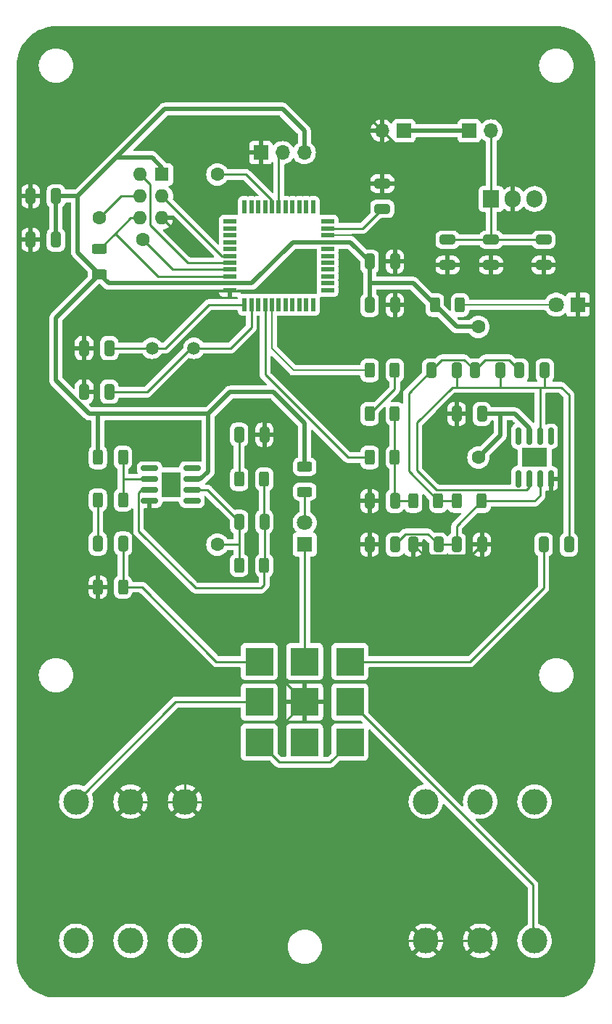
<source format=gbr>
%TF.GenerationSoftware,KiCad,Pcbnew,7.0.8*%
%TF.CreationDate,2023-11-15T23:37:16-08:00*%
%TF.ProjectId,guitar_pedal,67756974-6172-45f7-9065-64616c2e6b69,rev?*%
%TF.SameCoordinates,Original*%
%TF.FileFunction,Copper,L1,Top*%
%TF.FilePolarity,Positive*%
%FSLAX46Y46*%
G04 Gerber Fmt 4.6, Leading zero omitted, Abs format (unit mm)*
G04 Created by KiCad (PCBNEW 7.0.8) date 2023-11-15 23:37:16*
%MOMM*%
%LPD*%
G01*
G04 APERTURE LIST*
G04 Aperture macros list*
%AMRoundRect*
0 Rectangle with rounded corners*
0 $1 Rounding radius*
0 $2 $3 $4 $5 $6 $7 $8 $9 X,Y pos of 4 corners*
0 Add a 4 corners polygon primitive as box body*
4,1,4,$2,$3,$4,$5,$6,$7,$8,$9,$2,$3,0*
0 Add four circle primitives for the rounded corners*
1,1,$1+$1,$2,$3*
1,1,$1+$1,$4,$5*
1,1,$1+$1,$6,$7*
1,1,$1+$1,$8,$9*
0 Add four rect primitives between the rounded corners*
20,1,$1+$1,$2,$3,$4,$5,0*
20,1,$1+$1,$4,$5,$6,$7,0*
20,1,$1+$1,$6,$7,$8,$9,0*
20,1,$1+$1,$8,$9,$2,$3,0*%
G04 Aperture macros list end*
%TA.AperFunction,SMDPad,CuDef*%
%ADD10RoundRect,0.250000X-0.650000X0.325000X-0.650000X-0.325000X0.650000X-0.325000X0.650000X0.325000X0*%
%TD*%
%TA.AperFunction,SMDPad,CuDef*%
%ADD11RoundRect,0.250000X0.325000X0.650000X-0.325000X0.650000X-0.325000X-0.650000X0.325000X-0.650000X0*%
%TD*%
%TA.AperFunction,SMDPad,CuDef*%
%ADD12RoundRect,0.250000X-0.325000X-0.650000X0.325000X-0.650000X0.325000X0.650000X-0.325000X0.650000X0*%
%TD*%
%TA.AperFunction,ComponentPad*%
%ADD13C,1.800000*%
%TD*%
%TA.AperFunction,ComponentPad*%
%ADD14R,1.800000X1.800000*%
%TD*%
%TA.AperFunction,SMDPad,CuDef*%
%ADD15RoundRect,0.250000X0.312500X0.625000X-0.312500X0.625000X-0.312500X-0.625000X0.312500X-0.625000X0*%
%TD*%
%TA.AperFunction,SMDPad,CuDef*%
%ADD16RoundRect,0.250000X-0.625000X0.312500X-0.625000X-0.312500X0.625000X-0.312500X0.625000X0.312500X0*%
%TD*%
%TA.AperFunction,ComponentPad*%
%ADD17R,1.905000X2.000000*%
%TD*%
%TA.AperFunction,ComponentPad*%
%ADD18O,1.905000X2.000000*%
%TD*%
%TA.AperFunction,ComponentPad*%
%ADD19C,3.000000*%
%TD*%
%TA.AperFunction,SMDPad,CuDef*%
%ADD20RoundRect,0.250000X-0.312500X-0.625000X0.312500X-0.625000X0.312500X0.625000X-0.312500X0.625000X0*%
%TD*%
%TA.AperFunction,ComponentPad*%
%ADD21C,1.500000*%
%TD*%
%TA.AperFunction,SMDPad,CuDef*%
%ADD22O,1.600000X1.600000*%
%TD*%
%TA.AperFunction,SMDPad,CuDef*%
%ADD23R,1.600000X1.600000*%
%TD*%
%TA.AperFunction,SMDPad,CuDef*%
%ADD24RoundRect,0.250000X0.625000X-0.312500X0.625000X0.312500X-0.625000X0.312500X-0.625000X-0.312500X0*%
%TD*%
%TA.AperFunction,SMDPad,CuDef*%
%ADD25RoundRect,0.250000X0.650000X-0.325000X0.650000X0.325000X-0.650000X0.325000X-0.650000X-0.325000X0*%
%TD*%
%TA.AperFunction,ComponentPad*%
%ADD26R,1.700000X1.700000*%
%TD*%
%TA.AperFunction,ComponentPad*%
%ADD27O,1.700000X1.700000*%
%TD*%
%TA.AperFunction,SMDPad,CuDef*%
%ADD28RoundRect,0.150000X-0.825000X-0.150000X0.825000X-0.150000X0.825000X0.150000X-0.825000X0.150000X0*%
%TD*%
%TA.AperFunction,SMDPad,CuDef*%
%ADD29R,2.290000X3.000000*%
%TD*%
%TA.AperFunction,SMDPad,CuDef*%
%ADD30RoundRect,0.150000X0.150000X-0.825000X0.150000X0.825000X-0.150000X0.825000X-0.150000X-0.825000X0*%
%TD*%
%TA.AperFunction,SMDPad,CuDef*%
%ADD31R,3.000000X2.290000*%
%TD*%
%TA.AperFunction,ComponentPad*%
%ADD32R,3.302000X3.302000*%
%TD*%
%TA.AperFunction,SMDPad,CuDef*%
%ADD33R,1.500000X0.550000*%
%TD*%
%TA.AperFunction,SMDPad,CuDef*%
%ADD34R,0.550000X1.500000*%
%TD*%
%TA.AperFunction,ViaPad*%
%ADD35C,1.600000*%
%TD*%
%TA.AperFunction,Conductor*%
%ADD36C,0.500000*%
%TD*%
%TA.AperFunction,Conductor*%
%ADD37C,0.250000*%
%TD*%
%TA.AperFunction,Conductor*%
%ADD38C,0.200000*%
%TD*%
G04 APERTURE END LIST*
D10*
%TO.P,C18,2*%
%TO.N,GND*%
X182880000Y-68990000D03*
%TO.P,C18,1*%
%TO.N,Net-(SW1-B)*%
X182880000Y-66040000D03*
%TD*%
D11*
%TO.P,C22,1*%
%TO.N,Net-(U4-+)*%
X165510000Y-101600000D03*
%TO.P,C22,2*%
%TO.N,GND*%
X162560000Y-101600000D03*
%TD*%
%TO.P,C21,2*%
%TO.N,Net-(C14-Pad2)*%
X174850000Y-81280000D03*
%TO.P,C21,1*%
%TO.N,Net-(U4--)*%
X177800000Y-81280000D03*
%TD*%
%TO.P,C19,2*%
%TO.N,GND*%
X167640000Y-101600000D03*
%TO.P,C19,1*%
%TO.N,Net-(U4-+)*%
X170590000Y-101600000D03*
%TD*%
%TO.P,C14,1*%
%TO.N,Net-(U4--)*%
X183013874Y-81280000D03*
%TO.P,C14,2*%
%TO.N,Net-(C14-Pad2)*%
X180063874Y-81280000D03*
%TD*%
D12*
%TO.P,C11,1*%
%TO.N,Net-(U4-+)*%
X172720000Y-101600000D03*
%TO.P,C11,2*%
%TO.N,GND*%
X175670000Y-101600000D03*
%TD*%
D10*
%TO.P,C3,1*%
%TO.N,Net-(SW1-B)*%
X176735000Y-66040000D03*
%TO.P,C3,2*%
%TO.N,GND*%
X176735000Y-68990000D03*
%TD*%
D13*
%TO.P,D1,2,A*%
%TO.N,Net-(D1-A)*%
X184329009Y-73605086D03*
D14*
%TO.P,D1,1,K*%
%TO.N,GND*%
X186869009Y-73605086D03*
%TD*%
D15*
%TO.P,R5,1*%
%TO.N,Net-(U3--)*%
X133760000Y-96405000D03*
%TO.P,R5,2*%
%TO.N,Net-(C7-Pad1)*%
X130835000Y-96405000D03*
%TD*%
D11*
%TO.P,C5,1*%
%TO.N,Net-(U1-XTAL1)*%
X132170000Y-83780000D03*
%TO.P,C5,2*%
%TO.N,GND*%
X129220000Y-83780000D03*
%TD*%
D12*
%TO.P,C7,1*%
%TO.N,Net-(C7-Pad1)*%
X130822500Y-101485000D03*
%TO.P,C7,2*%
%TO.N,FX In*%
X133772500Y-101485000D03*
%TD*%
D16*
%TO.P,R11,1*%
%TO.N,+5V*%
X154975000Y-92517500D03*
%TO.P,R11,2*%
%TO.N,Net-(D2-A)*%
X154975000Y-95442500D03*
%TD*%
D15*
%TO.P,R3,1*%
%TO.N,Net-(U3-+)*%
X150257500Y-93980000D03*
%TO.P,R3,2*%
%TO.N,Net-(C9-Pad1)*%
X147332500Y-93980000D03*
%TD*%
D17*
%TO.P,U2,1,IN*%
%TO.N,Net-(SW1-B)*%
X176735000Y-61285000D03*
D18*
%TO.P,U2,2,GND*%
%TO.N,GND*%
X179275000Y-61285000D03*
%TO.P,U2,3,OUT*%
%TO.N,+5V*%
X181815000Y-61285000D03*
%TD*%
D14*
%TO.P,D2,1,K*%
%TO.N,Net-(D2-K)*%
X154975000Y-101600000D03*
D13*
%TO.P,D2,2,A*%
%TO.N,Net-(D2-A)*%
X154975000Y-99060000D03*
%TD*%
D15*
%TO.P,R8,1*%
%TO.N,Net-(R13-Pad2)*%
X165497500Y-81280000D03*
%TO.P,R8,2*%
%TO.N,PD2*%
X162572500Y-81280000D03*
%TD*%
D19*
%TO.P,J2,R*%
%TO.N,GND*%
X175465000Y-147815000D03*
%TO.P,J2,RN*%
%TO.N,unconnected-(J2-PadRN)*%
X175465000Y-131585000D03*
%TO.P,J2,S*%
%TO.N,GND*%
X169115000Y-147815000D03*
%TO.P,J2,SN*%
%TO.N,unconnected-(J2-PadSN)*%
X169115000Y-131585000D03*
%TO.P,J2,T*%
%TO.N,Net-(SW2-C2)*%
X181815000Y-147815000D03*
%TO.P,J2,TN*%
%TO.N,unconnected-(J2-PadTN)*%
X181815000Y-131585000D03*
%TD*%
D11*
%TO.P,C10,1*%
%TO.N,Net-(C10-Pad1)*%
X165510000Y-96520000D03*
%TO.P,C10,2*%
%TO.N,GND*%
X162560000Y-96520000D03*
%TD*%
D10*
%TO.P,C1,1*%
%TO.N,Net-(SW1-B)*%
X171655000Y-66040000D03*
%TO.P,C1,2*%
%TO.N,GND*%
X171655000Y-68990000D03*
%TD*%
D12*
%TO.P,C16,1*%
%TO.N,GND*%
X122985000Y-66040000D03*
%TO.P,C16,2*%
%TO.N,+5V*%
X125935000Y-66040000D03*
%TD*%
D15*
%TO.P,R7,1*%
%TO.N,Net-(C10-Pad1)*%
X165497500Y-91440000D03*
%TO.P,R7,2*%
%TO.N,PD1*%
X162572500Y-91440000D03*
%TD*%
D20*
%TO.P,R2,1*%
%TO.N,PA0*%
X147332500Y-104025000D03*
%TO.P,R2,2*%
%TO.N,Net-(U3-+)*%
X150257500Y-104025000D03*
%TD*%
D21*
%TO.P,Y1,1,1*%
%TO.N,Net-(U1-XTAL2)*%
X137160000Y-78700000D03*
%TO.P,Y1,2,2*%
%TO.N,Net-(U1-XTAL1)*%
X142040000Y-78700000D03*
%TD*%
D22*
%TO.P,J3,1,MISO*%
%TO.N,Net-(J3-MISO)*%
X135775000Y-58420000D03*
D23*
%TO.P,J3,2,VCC*%
%TO.N,+5V*%
X138315000Y-58420000D03*
D22*
%TO.P,J3,3,SCK*%
%TO.N,Net-(J3-SCK)*%
X135775000Y-60960000D03*
%TO.P,J3,4,MOSI*%
%TO.N,Net-(J3-MOSI)*%
X138315000Y-60960000D03*
%TO.P,J3,5,~{RST}*%
%TO.N,Net-(J3-~{RST})*%
X135775000Y-63500000D03*
%TO.P,J3,6,GND*%
%TO.N,GND*%
X138315000Y-63500000D03*
%TD*%
D15*
%TO.P,R4,1*%
%TO.N,FX In*%
X133760000Y-106565000D03*
%TO.P,R4,2*%
%TO.N,GND*%
X130835000Y-106565000D03*
%TD*%
D24*
%TO.P,R12,1*%
%TO.N,+5V*%
X131015000Y-70042500D03*
%TO.P,R12,2*%
%TO.N,Net-(J3-~{RST})*%
X131015000Y-67117500D03*
%TD*%
D25*
%TO.P,C15,1*%
%TO.N,Net-(U1-AREF)*%
X164035000Y-62435000D03*
%TO.P,C15,2*%
%TO.N,GND*%
X164035000Y-59485000D03*
%TD*%
D26*
%TO.P,RV1,1,1*%
%TO.N,GND*%
X149860000Y-55880000D03*
D27*
%TO.P,RV1,2,2*%
%TO.N,PA1*%
X152400000Y-55880000D03*
%TO.P,RV1,3,3*%
%TO.N,+5V*%
X154940000Y-55880000D03*
%TD*%
D11*
%TO.P,C17,1*%
%TO.N,+5V*%
X125935000Y-60960000D03*
%TO.P,C17,2*%
%TO.N,GND*%
X122985000Y-60960000D03*
%TD*%
%TO.P,C13,1*%
%TO.N,+5V*%
X175670000Y-86360000D03*
%TO.P,C13,2*%
%TO.N,GND*%
X172720000Y-86360000D03*
%TD*%
D28*
%TO.P,U3,1,NULL*%
%TO.N,unconnected-(U3-NULL-Pad1)*%
X136872500Y-92710000D03*
%TO.P,U3,2,-*%
%TO.N,Net-(U3--)*%
X136872500Y-93980000D03*
%TO.P,U3,3,+*%
%TO.N,Net-(U3-+)*%
X136872500Y-95250000D03*
%TO.P,U3,4,V-*%
%TO.N,GND*%
X136872500Y-96520000D03*
%TO.P,U3,5,NULL*%
%TO.N,unconnected-(U3-NULL-Pad5)*%
X141822500Y-96520000D03*
%TO.P,U3,6*%
%TO.N,PA0*%
X141822500Y-95250000D03*
%TO.P,U3,7,V+*%
%TO.N,+5V*%
X141822500Y-93980000D03*
%TO.P,U3,8,NC*%
%TO.N,unconnected-(U3-NC-Pad8)*%
X141822500Y-92710000D03*
D29*
%TO.P,U3,9*%
%TO.N,N/C*%
X139347500Y-94615000D03*
%TD*%
D11*
%TO.P,C12,1*%
%TO.N,Net-(U4--)*%
X185830000Y-101600000D03*
%TO.P,C12,2*%
%TO.N,FX Out*%
X182880000Y-101600000D03*
%TD*%
%TO.P,C8,1*%
%TO.N,Net-(U3-+)*%
X150270000Y-98945000D03*
%TO.P,C8,2*%
%TO.N,PA0*%
X147320000Y-98945000D03*
%TD*%
D12*
%TO.P,C2,1*%
%TO.N,+5V*%
X162560000Y-68580000D03*
%TO.P,C2,2*%
%TO.N,GND*%
X165510000Y-68580000D03*
%TD*%
D30*
%TO.P,U4,1,NULL*%
%TO.N,unconnected-(U4-NULL-Pad1)*%
X179910000Y-93915000D03*
%TO.P,U4,2,-*%
%TO.N,Net-(U4--)*%
X181180000Y-93915000D03*
%TO.P,U4,3,+*%
%TO.N,Net-(U4-+)*%
X182450000Y-93915000D03*
%TO.P,U4,4,V-*%
%TO.N,GND*%
X183720000Y-93915000D03*
%TO.P,U4,5,NULL*%
%TO.N,unconnected-(U4-NULL-Pad5)*%
X183720000Y-88965000D03*
%TO.P,U4,6*%
%TO.N,Net-(U4--)*%
X182450000Y-88965000D03*
%TO.P,U4,7,V+*%
%TO.N,+5V*%
X181180000Y-88965000D03*
%TO.P,U4,8,NC*%
%TO.N,unconnected-(U4-NC-Pad8)*%
X179910000Y-88965000D03*
D31*
%TO.P,U4,9*%
%TO.N,N/C*%
X181815000Y-91440000D03*
%TD*%
D26*
%TO.P,BT1,1,+*%
%TO.N,+9V*%
X166575000Y-53340000D03*
D27*
%TO.P,BT1,2,-*%
%TO.N,GND*%
X164035000Y-53340000D03*
%TD*%
D12*
%TO.P,C9,1*%
%TO.N,Net-(C9-Pad1)*%
X147320000Y-88785000D03*
%TO.P,C9,2*%
%TO.N,GND*%
X150270000Y-88785000D03*
%TD*%
D20*
%TO.P,R6,1*%
%TO.N,+5V*%
X130835000Y-91440000D03*
%TO.P,R6,2*%
%TO.N,Net-(U3--)*%
X133760000Y-91440000D03*
%TD*%
D32*
%TO.P,SW2,1,A1*%
%TO.N,FX In*%
X149675000Y-115260000D03*
%TO.P,SW2,2,B1*%
%TO.N,Net-(D2-K)*%
X154975000Y-115260000D03*
%TO.P,SW2,3,C1*%
%TO.N,FX Out*%
X160275000Y-115260000D03*
%TO.P,SW2,4,A2*%
%TO.N,Net-(SW2-A2)*%
X149675000Y-119960000D03*
%TO.P,SW2,5,B2*%
%TO.N,GND*%
X154975000Y-119960000D03*
%TO.P,SW2,6,C2*%
%TO.N,Net-(SW2-C2)*%
X160275000Y-119960000D03*
%TO.P,SW2,7,A3*%
%TO.N,Net-(SW2-A3)*%
X149675000Y-124660000D03*
%TO.P,SW2,8,B3*%
%TO.N,unconnected-(SW2-B3-Pad8)*%
X154975000Y-124660000D03*
%TO.P,SW2,9,C3*%
%TO.N,Net-(SW2-A3)*%
X160275000Y-124660000D03*
%TD*%
D11*
%TO.P,C6,1*%
%TO.N,Net-(U1-XTAL2)*%
X132170000Y-78700000D03*
%TO.P,C6,2*%
%TO.N,GND*%
X129220000Y-78700000D03*
%TD*%
D15*
%TO.P,R10,1*%
%TO.N,Net-(U4-+)*%
X175657500Y-96520000D03*
%TO.P,R10,2*%
%TO.N,Net-(C14-Pad2)*%
X172732500Y-96520000D03*
%TD*%
D26*
%TO.P,SW1,1,A*%
%TO.N,+9V*%
X174195000Y-53340000D03*
D27*
%TO.P,SW1,2,B*%
%TO.N,Net-(SW1-B)*%
X176735000Y-53340000D03*
%TD*%
D11*
%TO.P,C20,1*%
%TO.N,Net-(U4--)*%
X172720000Y-81280000D03*
%TO.P,C20,2*%
%TO.N,Net-(C14-Pad2)*%
X169770000Y-81280000D03*
%TD*%
D15*
%TO.P,R9,1*%
%TO.N,Net-(C14-Pad2)*%
X170577500Y-96520000D03*
%TO.P,R9,2*%
%TO.N,Net-(C10-Pad1)*%
X167652500Y-96520000D03*
%TD*%
D19*
%TO.P,J1,R*%
%TO.N,GND*%
X134645000Y-131585000D03*
%TO.P,J1,RN*%
%TO.N,unconnected-(J1-PadRN)*%
X134645000Y-147815000D03*
%TO.P,J1,S*%
%TO.N,GND*%
X140995000Y-131585000D03*
%TO.P,J1,SN*%
%TO.N,unconnected-(J1-PadSN)*%
X140995000Y-147815000D03*
%TO.P,J1,T*%
%TO.N,Net-(SW2-A2)*%
X128295000Y-131585000D03*
%TO.P,J1,TN*%
%TO.N,unconnected-(J1-PadTN)*%
X128295000Y-147815000D03*
%TD*%
D33*
%TO.P,U1,1,PB0*%
%TO.N,unconnected-(U1-PB0-Pad1)*%
X146255000Y-63920000D03*
%TO.P,U1,2,PB1*%
%TO.N,unconnected-(U1-PB1-Pad2)*%
X146255000Y-64720000D03*
%TO.P,U1,3,PB2*%
%TO.N,unconnected-(U1-PB2-Pad3)*%
X146255000Y-65520000D03*
%TO.P,U1,4,PB3*%
%TO.N,unconnected-(U1-PB3-Pad4)*%
X146255000Y-66320000D03*
%TO.P,U1,5,PB4*%
%TO.N,unconnected-(U1-PB4-Pad5)*%
X146255000Y-67120000D03*
%TO.P,U1,6,PB5*%
%TO.N,Net-(J3-MOSI)*%
X146255000Y-67920000D03*
%TO.P,U1,7,PB6*%
%TO.N,Net-(J3-MISO)*%
X146255000Y-68720000D03*
%TO.P,U1,8,PB7*%
%TO.N,Net-(J3-SCK)*%
X146255000Y-69520000D03*
%TO.P,U1,9,~{RESET}*%
%TO.N,Net-(J3-~{RST})*%
X146255000Y-70320000D03*
%TO.P,U1,10,VCC*%
%TO.N,+5V*%
X146255000Y-71120000D03*
%TO.P,U1,11,GND*%
%TO.N,GND*%
X146255000Y-71920000D03*
D34*
%TO.P,U1,12,XTAL2*%
%TO.N,Net-(U1-XTAL2)*%
X147955000Y-73620000D03*
%TO.P,U1,13,XTAL1*%
%TO.N,Net-(U1-XTAL1)*%
X148755000Y-73620000D03*
%TO.P,U1,14,PD0*%
%TO.N,unconnected-(U1-PD0-Pad14)*%
X149555000Y-73620000D03*
%TO.P,U1,15,PD1*%
%TO.N,PD1*%
X150355000Y-73620000D03*
%TO.P,U1,16,PD2*%
%TO.N,PD2*%
X151155000Y-73620000D03*
%TO.P,U1,17,PD3*%
%TO.N,unconnected-(U1-PD3-Pad17)*%
X151955000Y-73620000D03*
%TO.P,U1,18,PD4*%
%TO.N,unconnected-(U1-PD4-Pad18)*%
X152755000Y-73620000D03*
%TO.P,U1,19,PD5*%
%TO.N,unconnected-(U1-PD5-Pad19)*%
X153555000Y-73620000D03*
%TO.P,U1,20,PD6*%
%TO.N,unconnected-(U1-PD6-Pad20)*%
X154355000Y-73620000D03*
%TO.P,U1,21,PD7*%
%TO.N,unconnected-(U1-PD7-Pad21)*%
X155155000Y-73620000D03*
%TO.P,U1,22,PC0*%
%TO.N,unconnected-(U1-PC0-Pad22)*%
X155955000Y-73620000D03*
D33*
%TO.P,U1,23,PC1*%
%TO.N,unconnected-(U1-PC1-Pad23)*%
X157655000Y-71920000D03*
%TO.P,U1,24,PC2*%
%TO.N,unconnected-(U1-PC2-Pad24)*%
X157655000Y-71120000D03*
%TO.P,U1,25,PC3*%
%TO.N,unconnected-(U1-PC3-Pad25)*%
X157655000Y-70320000D03*
%TO.P,U1,26,PC4*%
%TO.N,unconnected-(U1-PC4-Pad26)*%
X157655000Y-69520000D03*
%TO.P,U1,27,PC5*%
%TO.N,unconnected-(U1-PC5-Pad27)*%
X157655000Y-68720000D03*
%TO.P,U1,28,PC6*%
%TO.N,unconnected-(U1-PC6-Pad28)*%
X157655000Y-67920000D03*
%TO.P,U1,29,PC7*%
%TO.N,unconnected-(U1-PC7-Pad29)*%
X157655000Y-67120000D03*
%TO.P,U1,30,AVCC*%
%TO.N,+5V*%
X157655000Y-66320000D03*
%TO.P,U1,31,GND*%
%TO.N,GND*%
X157655000Y-65520000D03*
%TO.P,U1,32,AREF*%
%TO.N,Net-(U1-AREF)*%
X157655000Y-64720000D03*
%TO.P,U1,33,PA7*%
%TO.N,unconnected-(U1-PA7-Pad33)*%
X157655000Y-63920000D03*
D34*
%TO.P,U1,34,PA6*%
%TO.N,unconnected-(U1-PA6-Pad34)*%
X155955000Y-62220000D03*
%TO.P,U1,35,PA5*%
%TO.N,unconnected-(U1-PA5-Pad35)*%
X155155000Y-62220000D03*
%TO.P,U1,36,PA4*%
%TO.N,unconnected-(U1-PA4-Pad36)*%
X154355000Y-62220000D03*
%TO.P,U1,37,PA3*%
%TO.N,unconnected-(U1-PA3-Pad37)*%
X153555000Y-62220000D03*
%TO.P,U1,38,PA2*%
%TO.N,unconnected-(U1-PA2-Pad38)*%
X152755000Y-62220000D03*
%TO.P,U1,39,PA1*%
%TO.N,PA1*%
X151955000Y-62220000D03*
%TO.P,U1,40,PA0*%
%TO.N,PA0*%
X151155000Y-62220000D03*
%TO.P,U1,41*%
%TO.N,N/C*%
X150355000Y-62220000D03*
%TO.P,U1,42*%
X149555000Y-62220000D03*
%TO.P,U1,43*%
X148755000Y-62220000D03*
%TO.P,U1,44*%
X147955000Y-62220000D03*
%TD*%
D20*
%TO.P,R1,1*%
%TO.N,+5V*%
X170192500Y-73660000D03*
%TO.P,R1,2*%
%TO.N,Net-(D1-A)*%
X173117500Y-73660000D03*
%TD*%
D15*
%TO.P,R13,1*%
%TO.N,Net-(C10-Pad1)*%
X165497500Y-86360000D03*
%TO.P,R13,2*%
%TO.N,Net-(R13-Pad2)*%
X162572500Y-86360000D03*
%TD*%
D12*
%TO.P,C4,1*%
%TO.N,+5V*%
X162560000Y-73660000D03*
%TO.P,C4,2*%
%TO.N,GND*%
X165510000Y-73660000D03*
%TD*%
D35*
%TO.N,GND*%
X175260000Y-106680000D03*
X157480000Y-83820000D03*
X124460000Y-99060000D03*
X137160000Y-127000000D03*
X165100000Y-106680000D03*
X170180000Y-119380000D03*
X170180000Y-139700000D03*
X181815000Y-53340000D03*
X134620000Y-111760000D03*
X139700000Y-139700000D03*
X169115000Y-65520000D03*
X170180000Y-50800000D03*
X132080000Y-53340000D03*
X141175000Y-66040000D03*
X129540000Y-139700000D03*
X134620000Y-119380000D03*
X159833778Y-131582449D03*
X142240000Y-83820000D03*
X175260000Y-124460000D03*
X134620000Y-45720000D03*
X124460000Y-86360000D03*
X160020000Y-58420000D03*
X147320000Y-109220000D03*
X175260000Y-45720000D03*
X141175000Y-101600000D03*
X157480000Y-78740000D03*
X124460000Y-71120000D03*
X154940000Y-139700000D03*
X154940000Y-134620000D03*
X157480000Y-104140000D03*
X142240000Y-55880000D03*
X171655000Y-91440000D03*
%TO.N,+5V*%
X175260000Y-91440000D03*
X175260000Y-76200000D03*
%TO.N,Net-(J3-SCK)*%
X131015000Y-63500000D03*
X136095000Y-66040000D03*
%TO.N,PA0*%
X144780000Y-101600000D03*
X144780000Y-58420000D03*
%TD*%
D36*
%TO.N,+5V*%
X177800000Y-88900000D02*
X177800000Y-86360000D01*
X175260000Y-91440000D02*
X177800000Y-88900000D01*
D37*
%TO.N,GND*%
X177800000Y-104140000D02*
X177800000Y-101600000D01*
X175260000Y-106680000D02*
X177800000Y-104140000D01*
X177800000Y-101600000D02*
X180340000Y-101600000D01*
X175670000Y-101600000D02*
X177800000Y-101600000D01*
X183720000Y-98220000D02*
X183720000Y-93915000D01*
X180340000Y-101600000D02*
X183720000Y-98220000D01*
X157480000Y-104140000D02*
X160020000Y-101600000D01*
X160020000Y-101600000D02*
X162560000Y-101600000D01*
%TO.N,Net-(U4-+)*%
X172720000Y-101600000D02*
X172720000Y-99457500D01*
X172720000Y-99457500D02*
X175657500Y-96520000D01*
X169365000Y-100375000D02*
X170590000Y-101600000D01*
X165510000Y-101600000D02*
X166735000Y-100375000D01*
X166735000Y-100375000D02*
X169365000Y-100375000D01*
%TO.N,Net-(C14-Pad2)*%
X170995000Y-80055000D02*
X173625000Y-80055000D01*
X169770000Y-81280000D02*
X170995000Y-80055000D01*
X173625000Y-80055000D02*
X174850000Y-81280000D01*
X167115320Y-93057820D02*
X170577500Y-96520000D01*
X169770000Y-81280000D02*
X167115320Y-83934680D01*
X167115320Y-83934680D02*
X167115320Y-93057820D01*
%TO.N,GND*%
X179275000Y-55880000D02*
X181815000Y-53340000D01*
X179275000Y-61285000D02*
X179275000Y-55880000D01*
%TO.N,Net-(C14-Pad2)*%
X176075000Y-80055000D02*
X174850000Y-81280000D01*
X178838874Y-80055000D02*
X176075000Y-80055000D01*
X180063874Y-81280000D02*
X178838874Y-80055000D01*
X172732500Y-96520000D02*
X170577500Y-96520000D01*
D38*
%TO.N,GND*%
X171655000Y-68990000D02*
X176735000Y-68990000D01*
D37*
%TO.N,Net-(SW1-B)*%
X176735000Y-66040000D02*
X176735000Y-61285000D01*
X182880000Y-66040000D02*
X177800000Y-66040000D01*
%TO.N,GND*%
X177800000Y-68990000D02*
X182880000Y-68990000D01*
%TO.N,Net-(SW1-B)*%
X177800000Y-66040000D02*
X171655000Y-66040000D01*
%TO.N,Net-(U4-+)*%
X181815000Y-96520000D02*
X175657500Y-96520000D01*
%TO.N,GND*%
X174445000Y-102825000D02*
X168865000Y-102825000D01*
X175670000Y-101600000D02*
X174445000Y-102825000D01*
X168865000Y-102825000D02*
X167640000Y-101600000D01*
%TO.N,Net-(U4-+)*%
X172720000Y-101600000D02*
X170590000Y-101600000D01*
%TO.N,Net-(U4--)*%
X183013874Y-83119307D02*
X182880000Y-83253181D01*
X183013874Y-81280000D02*
X183013874Y-83119307D01*
X184921591Y-83253181D02*
X182880000Y-83253181D01*
X182880000Y-83253181D02*
X182450000Y-83253181D01*
X177800000Y-83235427D02*
X177817754Y-83253181D01*
X177800000Y-81280000D02*
X177800000Y-83235427D01*
X177817754Y-83253181D02*
X180236792Y-83253181D01*
X177800000Y-81541238D02*
X177817754Y-81558992D01*
X177800000Y-81280000D02*
X177800000Y-81541238D01*
X172656043Y-83253181D02*
X177817754Y-83253181D01*
X180236792Y-83253181D02*
X182450000Y-83253181D01*
X180855000Y-95215000D02*
X181180000Y-94890000D01*
X168090000Y-92955000D02*
X170350000Y-95215000D01*
X168090000Y-87385000D02*
X168090000Y-92955000D01*
X170350000Y-95215000D02*
X180855000Y-95215000D01*
X172221819Y-83253181D02*
X168090000Y-87385000D01*
X172656043Y-83253181D02*
X172221819Y-83253181D01*
X181180000Y-94890000D02*
X181180000Y-93915000D01*
X172720000Y-81280000D02*
X172720000Y-83189224D01*
X172720000Y-83189224D02*
X172656043Y-83253181D01*
X185830000Y-84161590D02*
X184921591Y-83253181D01*
X185830000Y-101600000D02*
X185830000Y-84161590D01*
%TO.N,GND*%
X162560000Y-101600000D02*
X162560000Y-96520000D01*
%TO.N,Net-(U4-+)*%
X165510000Y-101600000D02*
X165100000Y-101600000D01*
D38*
%TO.N,Net-(D1-A)*%
X183957912Y-73660000D02*
X183998479Y-73619433D01*
X173117500Y-73660000D02*
X183957912Y-73660000D01*
D37*
%TO.N,GND*%
X172720000Y-90375000D02*
X172720000Y-86360000D01*
X143279268Y-122284922D02*
X140995000Y-124569190D01*
X159833778Y-131582449D02*
X145762551Y-131582449D01*
D38*
X169115000Y-65520000D02*
X157655000Y-65520000D01*
D37*
X159833778Y-145658778D02*
X161990000Y-147815000D01*
X140995000Y-124569190D02*
X140995000Y-131585000D01*
X159833778Y-131582449D02*
X159833778Y-145658778D01*
X129220000Y-74000790D02*
X129220000Y-78700000D01*
X146255000Y-71920000D02*
X131300790Y-71920000D01*
X152650078Y-122284922D02*
X143279268Y-122284922D01*
X154975000Y-119960000D02*
X152307511Y-117292512D01*
X140855000Y-66040000D02*
X141175000Y-66040000D01*
X152307511Y-117292512D02*
X152307511Y-89815011D01*
X169115000Y-58420000D02*
X169115000Y-65520000D01*
X164035000Y-59485000D02*
X164035000Y-53340000D01*
X171655000Y-91440000D02*
X172720000Y-90375000D01*
X169115000Y-58420000D02*
X164035000Y-53340000D01*
X132080000Y-48260000D02*
X158955000Y-48260000D01*
X138315000Y-63500000D02*
X140855000Y-66040000D01*
X158955000Y-48260000D02*
X164035000Y-53340000D01*
X122985000Y-57355000D02*
X132080000Y-48260000D01*
X136872500Y-99837500D02*
X138635000Y-101600000D01*
X152307511Y-89815011D02*
X151277500Y-88785000D01*
X151277500Y-88785000D02*
X150270000Y-88785000D01*
D38*
X169115000Y-68580000D02*
X169525000Y-68990000D01*
D37*
X145762551Y-131582449D02*
X145760000Y-131585000D01*
X161990000Y-147815000D02*
X169115000Y-147815000D01*
D38*
X169115000Y-65520000D02*
X169115000Y-68580000D01*
D37*
X165510000Y-68580000D02*
X169115000Y-68580000D01*
X122985000Y-66040000D02*
X122985000Y-60960000D01*
X154975000Y-119960000D02*
X152650078Y-122284922D01*
X131300790Y-71920000D02*
X129220000Y-74000790D01*
X142240000Y-55880000D02*
X149860000Y-55880000D01*
X122985000Y-60960000D02*
X122985000Y-57355000D01*
X145760000Y-131585000D02*
X140995000Y-131585000D01*
X169115000Y-147815000D02*
X175465000Y-147815000D01*
D38*
X169525000Y-68990000D02*
X171655000Y-68990000D01*
D37*
X134645000Y-131585000D02*
X140995000Y-131585000D01*
X138635000Y-101600000D02*
X141175000Y-101600000D01*
X129220000Y-78700000D02*
X129220000Y-83780000D01*
X136872500Y-96520000D02*
X136872500Y-99837500D01*
%TO.N,Net-(SW2-A2)*%
X149675000Y-119960000D02*
X139920000Y-119960000D01*
X139920000Y-119960000D02*
X128295000Y-131585000D01*
%TO.N,Net-(SW2-C2)*%
X181635000Y-147635000D02*
X181815000Y-147815000D01*
X181635000Y-141320000D02*
X181635000Y-147635000D01*
X160275000Y-119960000D02*
X181635000Y-141320000D01*
%TO.N,Net-(J3-MISO)*%
X135775000Y-58420000D02*
X136900000Y-59545000D01*
X136900000Y-59545000D02*
X136900000Y-64305000D01*
X141315000Y-68720000D02*
X146255000Y-68720000D01*
X136900000Y-64305000D02*
X141315000Y-68720000D01*
D36*
%TO.N,+5V*%
X162560000Y-71120000D02*
X162560000Y-73660000D01*
X141822500Y-93980000D02*
X142797500Y-93980000D01*
X162560000Y-68580000D02*
X162560000Y-71120000D01*
X175260000Y-76200000D02*
X172732500Y-76200000D01*
X148795000Y-71120000D02*
X153595000Y-66320000D01*
X128475000Y-67502500D02*
X131015000Y-70042500D01*
X137150000Y-56455000D02*
X132980000Y-56455000D01*
X129835050Y-86360000D02*
X125935000Y-82459950D01*
X132092500Y-71120000D02*
X146255000Y-71120000D01*
X125935000Y-60960000D02*
X125935000Y-66040000D01*
X138635000Y-50800000D02*
X132980000Y-56455000D01*
X154975000Y-92517500D02*
X154975000Y-87460000D01*
X154975000Y-87460000D02*
X151335000Y-83820000D01*
X138315000Y-57620000D02*
X137150000Y-56455000D01*
X142797500Y-93980000D02*
X143715000Y-93062500D01*
X179550000Y-86360000D02*
X181180000Y-87990000D01*
X128475000Y-60960000D02*
X128475000Y-67502500D01*
X172732500Y-76200000D02*
X170192500Y-73660000D01*
X143715000Y-93062500D02*
X143715000Y-86360000D01*
X167652500Y-71120000D02*
X162560000Y-71120000D01*
X151335000Y-83820000D02*
X146255000Y-83820000D01*
X153595000Y-66320000D02*
X157655000Y-66320000D01*
X131015000Y-70042500D02*
X132092500Y-71120000D01*
X154940000Y-55880000D02*
X154940000Y-53340000D01*
X146255000Y-83820000D02*
X143715000Y-86360000D01*
X143715000Y-86360000D02*
X131015000Y-86360000D01*
X154940000Y-53340000D02*
X152400000Y-50800000D01*
X125935000Y-82459950D02*
X125935000Y-75122500D01*
X146255000Y-71120000D02*
X148795000Y-71120000D01*
X131015000Y-86360000D02*
X129835050Y-86360000D01*
X125935000Y-75122500D02*
X131015000Y-70042500D01*
X170192500Y-73660000D02*
X167652500Y-71120000D01*
X138315000Y-58420000D02*
X138315000Y-57620000D01*
X132980000Y-56455000D02*
X128475000Y-60960000D01*
X130835000Y-91440000D02*
X130835000Y-86540000D01*
X152400000Y-50800000D02*
X138635000Y-50800000D01*
X160300000Y-66320000D02*
X162560000Y-68580000D01*
X175670000Y-86360000D02*
X179550000Y-86360000D01*
X181180000Y-87990000D02*
X181180000Y-88965000D01*
X130835000Y-86540000D02*
X131015000Y-86360000D01*
X157655000Y-66320000D02*
X160300000Y-66320000D01*
X125935000Y-60960000D02*
X128475000Y-60960000D01*
D37*
%TO.N,Net-(J3-SCK)*%
X135775000Y-60960000D02*
X133555000Y-60960000D01*
X146255000Y-69520000D02*
X139575000Y-69520000D01*
X139575000Y-69520000D02*
X136095000Y-66040000D01*
X133555000Y-60960000D02*
X131015000Y-63500000D01*
%TO.N,Net-(J3-MOSI)*%
X145275000Y-67920000D02*
X146255000Y-67920000D01*
X138315000Y-60960000D02*
X145275000Y-67920000D01*
%TO.N,Net-(J3-~{RST})*%
X135775000Y-63500000D02*
X134632500Y-63500000D01*
X132823750Y-65308750D02*
X131015000Y-67117500D01*
X134632500Y-63500000D02*
X132823750Y-65308750D01*
X146255000Y-70320000D02*
X137835000Y-70320000D01*
X137835000Y-70320000D02*
X132823750Y-65308750D01*
%TO.N,Net-(U1-XTAL2)*%
X137160000Y-78700000D02*
X138675000Y-78700000D01*
X137160000Y-78700000D02*
X132170000Y-78700000D01*
X138675000Y-78700000D02*
X143755000Y-73620000D01*
X143755000Y-73620000D02*
X147955000Y-73620000D01*
%TO.N,Net-(U1-XTAL1)*%
X136552500Y-83820000D02*
X141672500Y-78700000D01*
X148755000Y-76240000D02*
X148755000Y-73620000D01*
X141672500Y-78700000D02*
X142040000Y-78700000D01*
X142040000Y-78700000D02*
X146295000Y-78700000D01*
X146295000Y-78700000D02*
X148755000Y-76240000D01*
X132210000Y-83820000D02*
X136552500Y-83820000D01*
X132170000Y-83780000D02*
X132210000Y-83820000D01*
%TO.N,Net-(SW1-B)*%
X176735000Y-61285000D02*
X176735000Y-53340000D01*
%TO.N,Net-(C7-Pad1)*%
X130835000Y-101472500D02*
X130822500Y-101485000D01*
X130835000Y-96405000D02*
X130835000Y-101472500D01*
%TO.N,Net-(SW2-A3)*%
X149675000Y-124660000D02*
X152015000Y-127000000D01*
X152015000Y-127000000D02*
X157935000Y-127000000D01*
X157935000Y-127000000D02*
X160275000Y-124660000D01*
%TO.N,FX In*%
X149675000Y-115260000D02*
X144675000Y-115260000D01*
X144675000Y-115260000D02*
X135980000Y-106565000D01*
X133772500Y-106552500D02*
X133760000Y-106565000D01*
X133772500Y-101485000D02*
X133772500Y-106552500D01*
X135980000Y-106565000D02*
X133760000Y-106565000D01*
%TO.N,Net-(U3-+)*%
X150270000Y-98945000D02*
X150270000Y-104012500D01*
X150257500Y-104025000D02*
X150257500Y-106282500D01*
X150257500Y-106282500D02*
X149860000Y-106680000D01*
X150257500Y-93980000D02*
X150257500Y-98932500D01*
X135897500Y-95250000D02*
X136872500Y-95250000D01*
X142240000Y-106680000D02*
X135572500Y-100012500D01*
X149860000Y-106680000D02*
X142240000Y-106680000D01*
X135572500Y-95575000D02*
X135897500Y-95250000D01*
X135572500Y-100012500D02*
X135572500Y-95575000D01*
X150270000Y-104012500D02*
X150257500Y-104025000D01*
X150257500Y-98932500D02*
X150270000Y-98945000D01*
%TO.N,PA0*%
X148105000Y-58420000D02*
X151155000Y-61470000D01*
X147320000Y-98945000D02*
X143625000Y-95250000D01*
X144780000Y-101600000D02*
X147332500Y-101600000D01*
X144780000Y-58420000D02*
X148105000Y-58420000D01*
X147332500Y-101600000D02*
X147332500Y-98957500D01*
X143625000Y-95250000D02*
X141822500Y-95250000D01*
X147332500Y-104025000D02*
X147332500Y-101600000D01*
X151155000Y-61470000D02*
X151155000Y-62220000D01*
X147332500Y-98957500D02*
X147320000Y-98945000D01*
%TO.N,Net-(C9-Pad1)*%
X147320000Y-88785000D02*
X147320000Y-93967500D01*
X147320000Y-93967500D02*
X147332500Y-93980000D01*
%TO.N,Net-(C10-Pad1)*%
X165510000Y-96520000D02*
X167652500Y-96520000D01*
X165497500Y-96507500D02*
X165510000Y-96520000D01*
X165497500Y-91440000D02*
X165497500Y-96507500D01*
X165497500Y-86360000D02*
X165497500Y-91440000D01*
%TO.N,Net-(U4-+)*%
X182450000Y-95885000D02*
X181815000Y-96520000D01*
X182450000Y-93915000D02*
X182450000Y-95885000D01*
%TO.N,Net-(U4--)*%
X182450000Y-88965000D02*
X182450000Y-83820000D01*
X182450000Y-83253181D02*
X182450000Y-83820000D01*
%TO.N,FX Out*%
X182880000Y-106680000D02*
X174300000Y-115260000D01*
X174300000Y-115260000D02*
X160275000Y-115260000D01*
X182880000Y-101600000D02*
X182880000Y-106680000D01*
%TO.N,Net-(U1-AREF)*%
X161750000Y-64720000D02*
X164035000Y-62435000D01*
X157655000Y-64720000D02*
X161750000Y-64720000D01*
%TO.N,Net-(D2-K)*%
X154975000Y-101600000D02*
X154975000Y-115260000D01*
%TO.N,Net-(D2-A)*%
X154975000Y-99060000D02*
X154975000Y-95442500D01*
%TO.N,Net-(U3--)*%
X136872500Y-93980000D02*
X133760000Y-93980000D01*
X133760000Y-93980000D02*
X133760000Y-96405000D01*
X133760000Y-91440000D02*
X133760000Y-93980000D01*
%TO.N,PD1*%
X150355000Y-81775000D02*
X160020000Y-91440000D01*
X150355000Y-73620000D02*
X150355000Y-81775000D01*
X160020000Y-91440000D02*
X162572500Y-91440000D01*
D38*
%TO.N,PD2*%
X151155000Y-78740000D02*
X153695000Y-81280000D01*
X153695000Y-81280000D02*
X162392500Y-81280000D01*
X151155000Y-73620000D02*
X151155000Y-78740000D01*
D37*
%TO.N,PA1*%
X151955000Y-62220000D02*
X151955000Y-56325000D01*
X151955000Y-56325000D02*
X152400000Y-55880000D01*
%TO.N,Net-(R13-Pad2)*%
X165497500Y-83435000D02*
X162572500Y-86360000D01*
X165497500Y-81280000D02*
X165497500Y-83435000D01*
D36*
%TO.N,+9V*%
X166575000Y-53340000D02*
X174195000Y-53340000D01*
%TD*%
%TA.AperFunction,Conductor*%
%TO.N,GND*%
G36*
X156347539Y-67090185D02*
G01*
X156393294Y-67142989D01*
X156404500Y-67194500D01*
X156404500Y-67442869D01*
X156404501Y-67442879D01*
X156411367Y-67506751D01*
X156411367Y-67533257D01*
X156410909Y-67537516D01*
X156410909Y-67537517D01*
X156404500Y-67597127D01*
X156404500Y-67597129D01*
X156404500Y-67597133D01*
X156404500Y-68242870D01*
X156404501Y-68242879D01*
X156411367Y-68306751D01*
X156411367Y-68333257D01*
X156410909Y-68337516D01*
X156410909Y-68337517D01*
X156404500Y-68397127D01*
X156404500Y-68397129D01*
X156404500Y-68397133D01*
X156404500Y-69042870D01*
X156404501Y-69042879D01*
X156411367Y-69106751D01*
X156411367Y-69133257D01*
X156410909Y-69137516D01*
X156410909Y-69137517D01*
X156404500Y-69197127D01*
X156404500Y-69197129D01*
X156404500Y-69197133D01*
X156404500Y-69842870D01*
X156404501Y-69842879D01*
X156411367Y-69906751D01*
X156411367Y-69933257D01*
X156410909Y-69937516D01*
X156410909Y-69937517D01*
X156404500Y-69997127D01*
X156404500Y-69997129D01*
X156404500Y-69997133D01*
X156404500Y-70642870D01*
X156404501Y-70642879D01*
X156411367Y-70706751D01*
X156411367Y-70733257D01*
X156410909Y-70737516D01*
X156410909Y-70737517D01*
X156404500Y-70797127D01*
X156404500Y-70797129D01*
X156404500Y-70797133D01*
X156404500Y-71442870D01*
X156404501Y-71442879D01*
X156411367Y-71506751D01*
X156411367Y-71533257D01*
X156410909Y-71537516D01*
X156410909Y-71537517D01*
X156404500Y-71597127D01*
X156404500Y-71597129D01*
X156404500Y-71597133D01*
X156404500Y-72245500D01*
X156384815Y-72312539D01*
X156332011Y-72358294D01*
X156280500Y-72369500D01*
X155632129Y-72369500D01*
X155632120Y-72369501D01*
X155568248Y-72376367D01*
X155541742Y-72376367D01*
X155537483Y-72375909D01*
X155477873Y-72369500D01*
X155477864Y-72369500D01*
X154832129Y-72369500D01*
X154832120Y-72369501D01*
X154768248Y-72376367D01*
X154741742Y-72376367D01*
X154737483Y-72375909D01*
X154677873Y-72369500D01*
X154677864Y-72369500D01*
X154032129Y-72369500D01*
X154032120Y-72369501D01*
X153968248Y-72376367D01*
X153941742Y-72376367D01*
X153937483Y-72375909D01*
X153877873Y-72369500D01*
X153877864Y-72369500D01*
X153232129Y-72369500D01*
X153232120Y-72369501D01*
X153168248Y-72376367D01*
X153141742Y-72376367D01*
X153137483Y-72375909D01*
X153077873Y-72369500D01*
X153077864Y-72369500D01*
X152432129Y-72369500D01*
X152432120Y-72369501D01*
X152368248Y-72376367D01*
X152341742Y-72376367D01*
X152337483Y-72375909D01*
X152277873Y-72369500D01*
X152277864Y-72369500D01*
X151632129Y-72369500D01*
X151632120Y-72369501D01*
X151568248Y-72376367D01*
X151541742Y-72376367D01*
X151537483Y-72375909D01*
X151477873Y-72369500D01*
X151477864Y-72369500D01*
X150832129Y-72369500D01*
X150832120Y-72369501D01*
X150768248Y-72376367D01*
X150741742Y-72376367D01*
X150737483Y-72375909D01*
X150677873Y-72369500D01*
X150677864Y-72369500D01*
X150032129Y-72369500D01*
X150032120Y-72369501D01*
X149968248Y-72376367D01*
X149941742Y-72376367D01*
X149937483Y-72375909D01*
X149877873Y-72369500D01*
X149877864Y-72369500D01*
X149232129Y-72369500D01*
X149232120Y-72369501D01*
X149168248Y-72376367D01*
X149141742Y-72376367D01*
X149137483Y-72375909D01*
X149077873Y-72369500D01*
X149077864Y-72369500D01*
X148432129Y-72369500D01*
X148432120Y-72369501D01*
X148368248Y-72376367D01*
X148341742Y-72376367D01*
X148337483Y-72375909D01*
X148277873Y-72369500D01*
X148277866Y-72369500D01*
X147629000Y-72369500D01*
X147561961Y-72349815D01*
X147516206Y-72297011D01*
X147505000Y-72245500D01*
X147505000Y-72170000D01*
X146505000Y-72170000D01*
X146505000Y-72695000D01*
X147055500Y-72695000D01*
X147122539Y-72714685D01*
X147168294Y-72767489D01*
X147179500Y-72819000D01*
X147179500Y-72870500D01*
X147159815Y-72937539D01*
X147107011Y-72983294D01*
X147055500Y-72994500D01*
X143837743Y-72994500D01*
X143822122Y-72992775D01*
X143822096Y-72993061D01*
X143814334Y-72992327D01*
X143814333Y-72992327D01*
X143745186Y-72994500D01*
X143715649Y-72994500D01*
X143708766Y-72995369D01*
X143702949Y-72995826D01*
X143656373Y-72997290D01*
X143637129Y-73002881D01*
X143618079Y-73006825D01*
X143598211Y-73009334D01*
X143554884Y-73026488D01*
X143549358Y-73028379D01*
X143504614Y-73041379D01*
X143504610Y-73041381D01*
X143487366Y-73051579D01*
X143469905Y-73060133D01*
X143451274Y-73067510D01*
X143451262Y-73067517D01*
X143413570Y-73094902D01*
X143408687Y-73098109D01*
X143368580Y-73121829D01*
X143354414Y-73135995D01*
X143339624Y-73148627D01*
X143323414Y-73160404D01*
X143323411Y-73160407D01*
X143293710Y-73196309D01*
X143289777Y-73200631D01*
X138452228Y-78038181D01*
X138390905Y-78071666D01*
X138364547Y-78074500D01*
X138313150Y-78074500D01*
X138246111Y-78054815D01*
X138211575Y-78021623D01*
X138121599Y-77893124D01*
X138121596Y-77893121D01*
X137966877Y-77738402D01*
X137787639Y-77612898D01*
X137787640Y-77612898D01*
X137787638Y-77612897D01*
X137688484Y-77566661D01*
X137589330Y-77520425D01*
X137589326Y-77520424D01*
X137589322Y-77520422D01*
X137377977Y-77463793D01*
X137160002Y-77444723D01*
X137159998Y-77444723D01*
X137016366Y-77457289D01*
X136942023Y-77463793D01*
X136942020Y-77463793D01*
X136730677Y-77520422D01*
X136730668Y-77520426D01*
X136532361Y-77612898D01*
X136532357Y-77612900D01*
X136353121Y-77738402D01*
X136198402Y-77893121D01*
X136108425Y-78021623D01*
X136053848Y-78065248D01*
X136006850Y-78074500D01*
X133365089Y-78074500D01*
X133298050Y-78054815D01*
X133252295Y-78002011D01*
X133241731Y-77963102D01*
X133239839Y-77944591D01*
X133234999Y-77897203D01*
X133179814Y-77730666D01*
X133087712Y-77581344D01*
X132963656Y-77457288D01*
X132814334Y-77365186D01*
X132647797Y-77310001D01*
X132647795Y-77310000D01*
X132545010Y-77299500D01*
X131794998Y-77299500D01*
X131794980Y-77299501D01*
X131692203Y-77310000D01*
X131692200Y-77310001D01*
X131525668Y-77365185D01*
X131525663Y-77365187D01*
X131376342Y-77457289D01*
X131252289Y-77581342D01*
X131160187Y-77730663D01*
X131160185Y-77730668D01*
X131157622Y-77738403D01*
X131105001Y-77897203D01*
X131105001Y-77897204D01*
X131105000Y-77897204D01*
X131094500Y-77999983D01*
X131094500Y-79400001D01*
X131094501Y-79400018D01*
X131105000Y-79502796D01*
X131105001Y-79502799D01*
X131145964Y-79626416D01*
X131160186Y-79669334D01*
X131252288Y-79818656D01*
X131376344Y-79942712D01*
X131525666Y-80034814D01*
X131692203Y-80089999D01*
X131794991Y-80100500D01*
X132545008Y-80100499D01*
X132545016Y-80100498D01*
X132545019Y-80100498D01*
X132601302Y-80094748D01*
X132647797Y-80089999D01*
X132814334Y-80034814D01*
X132963656Y-79942712D01*
X133087712Y-79818656D01*
X133179814Y-79669334D01*
X133234999Y-79502797D01*
X133240438Y-79449560D01*
X133241732Y-79436897D01*
X133268129Y-79372205D01*
X133325310Y-79332054D01*
X133365090Y-79325500D01*
X136006851Y-79325500D01*
X136073890Y-79345185D01*
X136108423Y-79378374D01*
X136198402Y-79506877D01*
X136353123Y-79661598D01*
X136532361Y-79787102D01*
X136730670Y-79879575D01*
X136942023Y-79936207D01*
X137124926Y-79952208D01*
X137159998Y-79955277D01*
X137160000Y-79955277D01*
X137160002Y-79955277D01*
X137188254Y-79952805D01*
X137377977Y-79936207D01*
X137589330Y-79879575D01*
X137787639Y-79787102D01*
X137966877Y-79661598D01*
X138121598Y-79506877D01*
X138211575Y-79378375D01*
X138266151Y-79334752D01*
X138313149Y-79325500D01*
X138592257Y-79325500D01*
X138607877Y-79327224D01*
X138607904Y-79326939D01*
X138615660Y-79327671D01*
X138615667Y-79327673D01*
X138684814Y-79325500D01*
X138714350Y-79325500D01*
X138721228Y-79324630D01*
X138727041Y-79324172D01*
X138773627Y-79322709D01*
X138792869Y-79317117D01*
X138811912Y-79313174D01*
X138831792Y-79310664D01*
X138875122Y-79293507D01*
X138880646Y-79291617D01*
X138884396Y-79290527D01*
X138925390Y-79278618D01*
X138942629Y-79268422D01*
X138960103Y-79259862D01*
X138978727Y-79252488D01*
X138978727Y-79252487D01*
X138978732Y-79252486D01*
X139016449Y-79225082D01*
X139021305Y-79221892D01*
X139061420Y-79198170D01*
X139075589Y-79183999D01*
X139090379Y-79171368D01*
X139106587Y-79159594D01*
X139136299Y-79123676D01*
X139140212Y-79119376D01*
X143977772Y-74281819D01*
X144039095Y-74248334D01*
X144065453Y-74245500D01*
X147055501Y-74245500D01*
X147122540Y-74265185D01*
X147168295Y-74317989D01*
X147179501Y-74369500D01*
X147179501Y-74417876D01*
X147185908Y-74477483D01*
X147236202Y-74612328D01*
X147236206Y-74612335D01*
X147322452Y-74727544D01*
X147322455Y-74727547D01*
X147437664Y-74813793D01*
X147437671Y-74813797D01*
X147482618Y-74830561D01*
X147572517Y-74864091D01*
X147632127Y-74870500D01*
X148005500Y-74870499D01*
X148072539Y-74890183D01*
X148118294Y-74942987D01*
X148129500Y-74994499D01*
X148129500Y-75929547D01*
X148109815Y-75996586D01*
X148093181Y-76017228D01*
X146072228Y-78038181D01*
X146010905Y-78071666D01*
X145984547Y-78074500D01*
X143193150Y-78074500D01*
X143126111Y-78054815D01*
X143091575Y-78021623D01*
X143001599Y-77893124D01*
X143001596Y-77893121D01*
X142846877Y-77738402D01*
X142667639Y-77612898D01*
X142667640Y-77612898D01*
X142667638Y-77612897D01*
X142568484Y-77566661D01*
X142469330Y-77520425D01*
X142469326Y-77520424D01*
X142469322Y-77520422D01*
X142257977Y-77463793D01*
X142040002Y-77444723D01*
X142039998Y-77444723D01*
X141896366Y-77457289D01*
X141822023Y-77463793D01*
X141822020Y-77463793D01*
X141610677Y-77520422D01*
X141610668Y-77520426D01*
X141412361Y-77612898D01*
X141412357Y-77612900D01*
X141233121Y-77738402D01*
X141078402Y-77893121D01*
X140952900Y-78072357D01*
X140952898Y-78072361D01*
X140860426Y-78270668D01*
X140860422Y-78270677D01*
X140803793Y-78482020D01*
X140803793Y-78482023D01*
X140788350Y-78658531D01*
X140762897Y-78723599D01*
X140752503Y-78735404D01*
X136329728Y-83158181D01*
X136268405Y-83191666D01*
X136242047Y-83194500D01*
X133369175Y-83194500D01*
X133302136Y-83174815D01*
X133256381Y-83122011D01*
X133245817Y-83083102D01*
X133241901Y-83044767D01*
X133234999Y-82977203D01*
X133179814Y-82810666D01*
X133087712Y-82661344D01*
X132963656Y-82537288D01*
X132814334Y-82445186D01*
X132647797Y-82390001D01*
X132647795Y-82390000D01*
X132545010Y-82379500D01*
X131794998Y-82379500D01*
X131794980Y-82379501D01*
X131692203Y-82390000D01*
X131692200Y-82390001D01*
X131525668Y-82445185D01*
X131525663Y-82445187D01*
X131376342Y-82537289D01*
X131252289Y-82661342D01*
X131160187Y-82810663D01*
X131160185Y-82810668D01*
X131160115Y-82810880D01*
X131105001Y-82977203D01*
X131105001Y-82977204D01*
X131105000Y-82977204D01*
X131094500Y-83079983D01*
X131094500Y-84480001D01*
X131094501Y-84480018D01*
X131105000Y-84582796D01*
X131105001Y-84582799D01*
X131160185Y-84749331D01*
X131160187Y-84749336D01*
X131178667Y-84779297D01*
X131252288Y-84898656D01*
X131376344Y-85022712D01*
X131525666Y-85114814D01*
X131692203Y-85169999D01*
X131794991Y-85180500D01*
X132545008Y-85180499D01*
X132545016Y-85180498D01*
X132545019Y-85180498D01*
X132601302Y-85174748D01*
X132647797Y-85169999D01*
X132814334Y-85114814D01*
X132963656Y-85022712D01*
X133087712Y-84898656D01*
X133179814Y-84749334D01*
X133234999Y-84582797D01*
X133237645Y-84556897D01*
X133264041Y-84492206D01*
X133321222Y-84452054D01*
X133361003Y-84445500D01*
X136469757Y-84445500D01*
X136485377Y-84447224D01*
X136485404Y-84446939D01*
X136493160Y-84447671D01*
X136493167Y-84447673D01*
X136562314Y-84445500D01*
X136591850Y-84445500D01*
X136598728Y-84444630D01*
X136604541Y-84444172D01*
X136651127Y-84442709D01*
X136670369Y-84437117D01*
X136689412Y-84433174D01*
X136709292Y-84430664D01*
X136752622Y-84413507D01*
X136758146Y-84411617D01*
X136761896Y-84410527D01*
X136802890Y-84398618D01*
X136820129Y-84388422D01*
X136837603Y-84379862D01*
X136856227Y-84372488D01*
X136856227Y-84372487D01*
X136856232Y-84372486D01*
X136893949Y-84345082D01*
X136898805Y-84341892D01*
X136938920Y-84318170D01*
X136953089Y-84303999D01*
X136967879Y-84291368D01*
X136984087Y-84279594D01*
X137013799Y-84243676D01*
X137017712Y-84239376D01*
X141390268Y-79866821D01*
X141451589Y-79833338D01*
X141521281Y-79838322D01*
X141530353Y-79842122D01*
X141610670Y-79879575D01*
X141822023Y-79936207D01*
X142004926Y-79952208D01*
X142039998Y-79955277D01*
X142040000Y-79955277D01*
X142040002Y-79955277D01*
X142068254Y-79952805D01*
X142257977Y-79936207D01*
X142469330Y-79879575D01*
X142667639Y-79787102D01*
X142846877Y-79661598D01*
X143001598Y-79506877D01*
X143091575Y-79378375D01*
X143146151Y-79334752D01*
X143193149Y-79325500D01*
X146212257Y-79325500D01*
X146227877Y-79327224D01*
X146227904Y-79326939D01*
X146235660Y-79327671D01*
X146235667Y-79327673D01*
X146304814Y-79325500D01*
X146334350Y-79325500D01*
X146341228Y-79324630D01*
X146347041Y-79324172D01*
X146393627Y-79322709D01*
X146412869Y-79317117D01*
X146431912Y-79313174D01*
X146451792Y-79310664D01*
X146495122Y-79293507D01*
X146500646Y-79291617D01*
X146504396Y-79290527D01*
X146545390Y-79278618D01*
X146562629Y-79268422D01*
X146580103Y-79259862D01*
X146598727Y-79252488D01*
X146598727Y-79252487D01*
X146598732Y-79252486D01*
X146636449Y-79225082D01*
X146641305Y-79221892D01*
X146681420Y-79198170D01*
X146695589Y-79183999D01*
X146710379Y-79171368D01*
X146726587Y-79159594D01*
X146756299Y-79123676D01*
X146760212Y-79119376D01*
X149138788Y-76740801D01*
X149151042Y-76730986D01*
X149150859Y-76730764D01*
X149156866Y-76725792D01*
X149156877Y-76725786D01*
X149194582Y-76685634D01*
X149204227Y-76675364D01*
X149214671Y-76664918D01*
X149225120Y-76654471D01*
X149229379Y-76648978D01*
X149233152Y-76644561D01*
X149265062Y-76610582D01*
X149274713Y-76593024D01*
X149285396Y-76576761D01*
X149297673Y-76560936D01*
X149316185Y-76518153D01*
X149318738Y-76512941D01*
X149341197Y-76472092D01*
X149346180Y-76452680D01*
X149352481Y-76434280D01*
X149360437Y-76415896D01*
X149367729Y-76369852D01*
X149368906Y-76364171D01*
X149380500Y-76319019D01*
X149380500Y-76298983D01*
X149382027Y-76279582D01*
X149385160Y-76259804D01*
X149380775Y-76213415D01*
X149380500Y-76207577D01*
X149380500Y-74994499D01*
X149400185Y-74927460D01*
X149452989Y-74881705D01*
X149504500Y-74870499D01*
X149605500Y-74870499D01*
X149672539Y-74890184D01*
X149718294Y-74942988D01*
X149729500Y-74994499D01*
X149729500Y-81692255D01*
X149727775Y-81707872D01*
X149728061Y-81707899D01*
X149727326Y-81715665D01*
X149729500Y-81784814D01*
X149729500Y-81814343D01*
X149729501Y-81814360D01*
X149730368Y-81821231D01*
X149730826Y-81827050D01*
X149732290Y-81873624D01*
X149732291Y-81873627D01*
X149737880Y-81892867D01*
X149741824Y-81911911D01*
X149744336Y-81931792D01*
X149753525Y-81955001D01*
X149761490Y-81975119D01*
X149763382Y-81980647D01*
X149776381Y-82025388D01*
X149786580Y-82042634D01*
X149795136Y-82060100D01*
X149802514Y-82078732D01*
X149816309Y-82097720D01*
X149829898Y-82116423D01*
X149833106Y-82121307D01*
X149856827Y-82161416D01*
X149856833Y-82161424D01*
X149870990Y-82175580D01*
X149883627Y-82190375D01*
X149895406Y-82206587D01*
X149930970Y-82236008D01*
X149931309Y-82236288D01*
X149935620Y-82240210D01*
X150250602Y-82555192D01*
X150553229Y-82857819D01*
X150586714Y-82919142D01*
X150581730Y-82988834D01*
X150539858Y-83044767D01*
X150474394Y-83069184D01*
X150465548Y-83069500D01*
X146318705Y-83069500D01*
X146300735Y-83068191D01*
X146276972Y-83064710D01*
X146231890Y-83068655D01*
X146224933Y-83069264D01*
X146219532Y-83069500D01*
X146211288Y-83069500D01*
X146178707Y-83073308D01*
X146102199Y-83080001D01*
X146095133Y-83081461D01*
X146095121Y-83081404D01*
X146087754Y-83083038D01*
X146087768Y-83083094D01*
X146080751Y-83084756D01*
X146008573Y-83111026D01*
X145935662Y-83135187D01*
X145929119Y-83138238D01*
X145929094Y-83138186D01*
X145922314Y-83141468D01*
X145922340Y-83141520D01*
X145915881Y-83144764D01*
X145851709Y-83186970D01*
X145786345Y-83227288D01*
X145780677Y-83231770D01*
X145780641Y-83231724D01*
X145774798Y-83236484D01*
X145774835Y-83236528D01*
X145769310Y-83241164D01*
X145716597Y-83297035D01*
X143440451Y-85573181D01*
X143379128Y-85606666D01*
X143352770Y-85609500D01*
X131078705Y-85609500D01*
X131060735Y-85608191D01*
X131036972Y-85604710D01*
X130991890Y-85608655D01*
X130984933Y-85609264D01*
X130979532Y-85609500D01*
X130197279Y-85609500D01*
X130130240Y-85589815D01*
X130109598Y-85573181D01*
X129843057Y-85306640D01*
X129809572Y-85245317D01*
X129814556Y-85175625D01*
X129856428Y-85119692D01*
X129865641Y-85113420D01*
X130013345Y-85022315D01*
X130137315Y-84898345D01*
X130229356Y-84749124D01*
X130229358Y-84749119D01*
X130284505Y-84582697D01*
X130284506Y-84582690D01*
X130294999Y-84479986D01*
X130295000Y-84479973D01*
X130295000Y-84030000D01*
X129094000Y-84030000D01*
X129026961Y-84010315D01*
X128981206Y-83957511D01*
X128970000Y-83906000D01*
X128970000Y-82380000D01*
X129470000Y-82380000D01*
X129470000Y-83530000D01*
X130294999Y-83530000D01*
X130294999Y-83080028D01*
X130294998Y-83080013D01*
X130284505Y-82977302D01*
X130229358Y-82810880D01*
X130229356Y-82810875D01*
X130137315Y-82661654D01*
X130013345Y-82537684D01*
X129864124Y-82445643D01*
X129864119Y-82445641D01*
X129697697Y-82390494D01*
X129697690Y-82390493D01*
X129594986Y-82380000D01*
X129470000Y-82380000D01*
X128970000Y-82380000D01*
X128845027Y-82380000D01*
X128845012Y-82380001D01*
X128742302Y-82390494D01*
X128575880Y-82445641D01*
X128575875Y-82445643D01*
X128426654Y-82537684D01*
X128302684Y-82661654D01*
X128210643Y-82810875D01*
X128210641Y-82810880D01*
X128155494Y-82977302D01*
X128155493Y-82977309D01*
X128145000Y-83080013D01*
X128145000Y-83309220D01*
X128125315Y-83376259D01*
X128072511Y-83422014D01*
X128003353Y-83431958D01*
X127939797Y-83402933D01*
X127933319Y-83396901D01*
X126721819Y-82185401D01*
X126688334Y-82124078D01*
X126685500Y-82097720D01*
X126685500Y-78950000D01*
X128145001Y-78950000D01*
X128145001Y-79399986D01*
X128155494Y-79502697D01*
X128210641Y-79669119D01*
X128210643Y-79669124D01*
X128302684Y-79818345D01*
X128426654Y-79942315D01*
X128575875Y-80034356D01*
X128575880Y-80034358D01*
X128742302Y-80089505D01*
X128742309Y-80089506D01*
X128845019Y-80099999D01*
X128969999Y-80099999D01*
X128970000Y-80099998D01*
X128970000Y-78950000D01*
X129470000Y-78950000D01*
X129470000Y-80099999D01*
X129594972Y-80099999D01*
X129594986Y-80099998D01*
X129697697Y-80089505D01*
X129864119Y-80034358D01*
X129864124Y-80034356D01*
X130013345Y-79942315D01*
X130137315Y-79818345D01*
X130229356Y-79669124D01*
X130229358Y-79669119D01*
X130284505Y-79502697D01*
X130284506Y-79502690D01*
X130294999Y-79399986D01*
X130295000Y-79399973D01*
X130295000Y-78950000D01*
X129470000Y-78950000D01*
X128970000Y-78950000D01*
X128145001Y-78950000D01*
X126685500Y-78950000D01*
X126685500Y-78450000D01*
X128145000Y-78450000D01*
X128970000Y-78450000D01*
X128970000Y-77300000D01*
X129470000Y-77300000D01*
X129470000Y-78450000D01*
X130294999Y-78450000D01*
X130294999Y-78000028D01*
X130294998Y-78000013D01*
X130284505Y-77897302D01*
X130229358Y-77730880D01*
X130229356Y-77730875D01*
X130137315Y-77581654D01*
X130013345Y-77457684D01*
X129864124Y-77365643D01*
X129864119Y-77365641D01*
X129697697Y-77310494D01*
X129697690Y-77310493D01*
X129594986Y-77300000D01*
X129470000Y-77300000D01*
X128970000Y-77300000D01*
X128845027Y-77300000D01*
X128845012Y-77300001D01*
X128742302Y-77310494D01*
X128575880Y-77365641D01*
X128575875Y-77365643D01*
X128426654Y-77457684D01*
X128302684Y-77581654D01*
X128210643Y-77730875D01*
X128210641Y-77730880D01*
X128155494Y-77897302D01*
X128155493Y-77897309D01*
X128145000Y-78000013D01*
X128145000Y-78450000D01*
X126685500Y-78450000D01*
X126685500Y-75484729D01*
X126705185Y-75417690D01*
X126721814Y-75397053D01*
X129948866Y-72170000D01*
X145005000Y-72170000D01*
X145005000Y-72242844D01*
X145011401Y-72302372D01*
X145011403Y-72302379D01*
X145061645Y-72437086D01*
X145061649Y-72437093D01*
X145147809Y-72552187D01*
X145147812Y-72552190D01*
X145262906Y-72638350D01*
X145262913Y-72638354D01*
X145397620Y-72688596D01*
X145397627Y-72688598D01*
X145457155Y-72694999D01*
X145457172Y-72695000D01*
X146005000Y-72695000D01*
X146005000Y-72170000D01*
X145005000Y-72170000D01*
X129948866Y-72170000D01*
X130927320Y-71191546D01*
X130988641Y-71158063D01*
X131058333Y-71163047D01*
X131102680Y-71191548D01*
X131516769Y-71605637D01*
X131528549Y-71619268D01*
X131542889Y-71638530D01*
X131542891Y-71638532D01*
X131582909Y-71672110D01*
X131586899Y-71675766D01*
X131592720Y-71681587D01*
X131592722Y-71681590D01*
X131614521Y-71698825D01*
X131618444Y-71701927D01*
X131677286Y-71751302D01*
X131677294Y-71751306D01*
X131683324Y-71755273D01*
X131683290Y-71755323D01*
X131689647Y-71759372D01*
X131689679Y-71759321D01*
X131695819Y-71763108D01*
X131695823Y-71763111D01*
X131730632Y-71779343D01*
X131765441Y-71795575D01*
X131783836Y-71804813D01*
X131834067Y-71830040D01*
X131834069Y-71830040D01*
X131840857Y-71832511D01*
X131840836Y-71832567D01*
X131847955Y-71835042D01*
X131847974Y-71834986D01*
X131854823Y-71837256D01*
X131854826Y-71837256D01*
X131854827Y-71837257D01*
X131930050Y-71852788D01*
X132004779Y-71870500D01*
X132011952Y-71871339D01*
X132011945Y-71871397D01*
X132019446Y-71872163D01*
X132019452Y-71872104D01*
X132026640Y-71872733D01*
X132026643Y-71872732D01*
X132026644Y-71872733D01*
X132103398Y-71870500D01*
X145325300Y-71870500D01*
X145368632Y-71878317D01*
X145397517Y-71889091D01*
X145457127Y-71895500D01*
X147052872Y-71895499D01*
X147112483Y-71889091D01*
X147141367Y-71878317D01*
X147184700Y-71870500D01*
X148731295Y-71870500D01*
X148749265Y-71871809D01*
X148773023Y-71875289D01*
X148825068Y-71870735D01*
X148830470Y-71870500D01*
X148838704Y-71870500D01*
X148838709Y-71870500D01*
X148850327Y-71869141D01*
X148871276Y-71866693D01*
X148884028Y-71865577D01*
X148947797Y-71859999D01*
X148947805Y-71859996D01*
X148954866Y-71858539D01*
X148954878Y-71858598D01*
X148962243Y-71856965D01*
X148962229Y-71856906D01*
X148969246Y-71855241D01*
X148969255Y-71855241D01*
X149041423Y-71828974D01*
X149114334Y-71804814D01*
X149114343Y-71804807D01*
X149120882Y-71801760D01*
X149120908Y-71801816D01*
X149127690Y-71798532D01*
X149127663Y-71798478D01*
X149134106Y-71795240D01*
X149134117Y-71795237D01*
X149198283Y-71753034D01*
X149263656Y-71712712D01*
X149263662Y-71712705D01*
X149269325Y-71708229D01*
X149269362Y-71708277D01*
X149275204Y-71703518D01*
X149275164Y-71703471D01*
X149280691Y-71698832D01*
X149280696Y-71698830D01*
X149302456Y-71675766D01*
X149333386Y-71642981D01*
X153869548Y-67106819D01*
X153930871Y-67073334D01*
X153957229Y-67070500D01*
X156280500Y-67070500D01*
X156347539Y-67090185D01*
G37*
%TD.AperFunction*%
%TA.AperFunction,Conductor*%
G36*
X139748792Y-63278383D02*
G01*
X144353228Y-67882819D01*
X144386713Y-67944142D01*
X144381729Y-68013834D01*
X144339857Y-68069767D01*
X144274393Y-68094184D01*
X144265547Y-68094500D01*
X141625452Y-68094500D01*
X141558413Y-68074815D01*
X141537771Y-68058181D01*
X139563692Y-66084102D01*
X138474666Y-64995075D01*
X138441182Y-64933754D01*
X138446166Y-64864062D01*
X138488038Y-64808129D01*
X138536534Y-64787134D01*
X138536376Y-64786542D01*
X138540384Y-64785467D01*
X138540821Y-64785279D01*
X138541606Y-64785140D01*
X138761317Y-64726269D01*
X138761326Y-64726265D01*
X138967482Y-64630134D01*
X139153820Y-64499657D01*
X139314657Y-64338820D01*
X139445134Y-64152482D01*
X139541265Y-63946326D01*
X139541269Y-63946317D01*
X139593872Y-63750000D01*
X138189000Y-63750000D01*
X138121961Y-63730315D01*
X138076206Y-63677511D01*
X138065000Y-63626000D01*
X138065000Y-63374000D01*
X138084685Y-63306961D01*
X138137489Y-63261206D01*
X138189000Y-63250000D01*
X139618304Y-63250000D01*
X139619158Y-63249376D01*
X139688904Y-63245219D01*
X139748792Y-63278383D01*
G37*
%TD.AperFunction*%
%TA.AperFunction,Conductor*%
G36*
X152104809Y-51570185D02*
G01*
X152125451Y-51586819D01*
X154153181Y-53614548D01*
X154186666Y-53675871D01*
X154189500Y-53702229D01*
X154189500Y-54692298D01*
X154169815Y-54759337D01*
X154136625Y-54793872D01*
X154068595Y-54841507D01*
X153901505Y-55008597D01*
X153771575Y-55194158D01*
X153716998Y-55237783D01*
X153647500Y-55244977D01*
X153585145Y-55213454D01*
X153568425Y-55194158D01*
X153438494Y-55008597D01*
X153271402Y-54841506D01*
X153271395Y-54841501D01*
X153077834Y-54705967D01*
X153077830Y-54705965D01*
X153006727Y-54672809D01*
X152863663Y-54606097D01*
X152863659Y-54606096D01*
X152863655Y-54606094D01*
X152635413Y-54544938D01*
X152635403Y-54544936D01*
X152400001Y-54524341D01*
X152399999Y-54524341D01*
X152164596Y-54544936D01*
X152164586Y-54544938D01*
X151936344Y-54606094D01*
X151936335Y-54606098D01*
X151722171Y-54705964D01*
X151722169Y-54705965D01*
X151528600Y-54841503D01*
X151406284Y-54963819D01*
X151344961Y-54997303D01*
X151275269Y-54992319D01*
X151219336Y-54950447D01*
X151202421Y-54919470D01*
X151153354Y-54787913D01*
X151153350Y-54787906D01*
X151067190Y-54672812D01*
X151067187Y-54672809D01*
X150952093Y-54586649D01*
X150952086Y-54586645D01*
X150817379Y-54536403D01*
X150817372Y-54536401D01*
X150757844Y-54530000D01*
X150110000Y-54530000D01*
X150110000Y-55444498D01*
X150002315Y-55395320D01*
X149895763Y-55380000D01*
X149824237Y-55380000D01*
X149717685Y-55395320D01*
X149610000Y-55444498D01*
X149610000Y-54530000D01*
X148962155Y-54530000D01*
X148902627Y-54536401D01*
X148902620Y-54536403D01*
X148767913Y-54586645D01*
X148767906Y-54586649D01*
X148652812Y-54672809D01*
X148652809Y-54672812D01*
X148566649Y-54787906D01*
X148566645Y-54787913D01*
X148516403Y-54922620D01*
X148516401Y-54922627D01*
X148510000Y-54982155D01*
X148510000Y-55630000D01*
X149426314Y-55630000D01*
X149400507Y-55670156D01*
X149360000Y-55808111D01*
X149360000Y-55951889D01*
X149400507Y-56089844D01*
X149426314Y-56130000D01*
X148510000Y-56130000D01*
X148510000Y-56777844D01*
X148516401Y-56837372D01*
X148516403Y-56837379D01*
X148566645Y-56972086D01*
X148566649Y-56972093D01*
X148652809Y-57087187D01*
X148652812Y-57087190D01*
X148767906Y-57173350D01*
X148767913Y-57173354D01*
X148902620Y-57223596D01*
X148902627Y-57223598D01*
X148962155Y-57229999D01*
X148962172Y-57230000D01*
X149610000Y-57230000D01*
X149610000Y-56315501D01*
X149717685Y-56364680D01*
X149824237Y-56380000D01*
X149895763Y-56380000D01*
X150002315Y-56364680D01*
X150110000Y-56315501D01*
X150110000Y-57230000D01*
X150757828Y-57230000D01*
X150757844Y-57229999D01*
X150817372Y-57223598D01*
X150817379Y-57223596D01*
X150952086Y-57173354D01*
X150952093Y-57173350D01*
X151067186Y-57087190D01*
X151106233Y-57035032D01*
X151162167Y-56993161D01*
X151231859Y-56988177D01*
X151293182Y-57021662D01*
X151326666Y-57082986D01*
X151329500Y-57109343D01*
X151329500Y-60460547D01*
X151309815Y-60527586D01*
X151257011Y-60573341D01*
X151187853Y-60583285D01*
X151124297Y-60554260D01*
X151117819Y-60548228D01*
X148605803Y-58036212D01*
X148595980Y-58023950D01*
X148595759Y-58024134D01*
X148590786Y-58018123D01*
X148540364Y-57970773D01*
X148529919Y-57960328D01*
X148519475Y-57949883D01*
X148513986Y-57945625D01*
X148509561Y-57941847D01*
X148475582Y-57909938D01*
X148475580Y-57909936D01*
X148475577Y-57909935D01*
X148458029Y-57900288D01*
X148441763Y-57889604D01*
X148425933Y-57877325D01*
X148383168Y-57858818D01*
X148377922Y-57856248D01*
X148337093Y-57833803D01*
X148337092Y-57833802D01*
X148317693Y-57828822D01*
X148299281Y-57822518D01*
X148280898Y-57814562D01*
X148280892Y-57814560D01*
X148234874Y-57807272D01*
X148229152Y-57806087D01*
X148184021Y-57794500D01*
X148184019Y-57794500D01*
X148163984Y-57794500D01*
X148144586Y-57792973D01*
X148137162Y-57791797D01*
X148124805Y-57789840D01*
X148124804Y-57789840D01*
X148078416Y-57794225D01*
X148072578Y-57794500D01*
X145994188Y-57794500D01*
X145927149Y-57774815D01*
X145892613Y-57741623D01*
X145780045Y-57580858D01*
X145619141Y-57419954D01*
X145432734Y-57289432D01*
X145432732Y-57289431D01*
X145226497Y-57193261D01*
X145226488Y-57193258D01*
X145006697Y-57134366D01*
X145006693Y-57134365D01*
X145006692Y-57134365D01*
X145006691Y-57134364D01*
X145006686Y-57134364D01*
X144780002Y-57114532D01*
X144779998Y-57114532D01*
X144553313Y-57134364D01*
X144553302Y-57134366D01*
X144333511Y-57193258D01*
X144333502Y-57193261D01*
X144127267Y-57289431D01*
X144127265Y-57289432D01*
X143940858Y-57419954D01*
X143779954Y-57580858D01*
X143649432Y-57767265D01*
X143649431Y-57767267D01*
X143553261Y-57973502D01*
X143553258Y-57973511D01*
X143494366Y-58193302D01*
X143494364Y-58193313D01*
X143474532Y-58419998D01*
X143474532Y-58420001D01*
X143494364Y-58646686D01*
X143494366Y-58646697D01*
X143553258Y-58866488D01*
X143553261Y-58866497D01*
X143649431Y-59072732D01*
X143649432Y-59072734D01*
X143779954Y-59259141D01*
X143940858Y-59420045D01*
X143940861Y-59420047D01*
X144127266Y-59550568D01*
X144333504Y-59646739D01*
X144553308Y-59705635D01*
X144691029Y-59717684D01*
X144779998Y-59725468D01*
X144780000Y-59725468D01*
X144780002Y-59725468D01*
X144836796Y-59720499D01*
X145006692Y-59705635D01*
X145226496Y-59646739D01*
X145432734Y-59550568D01*
X145619139Y-59420047D01*
X145780047Y-59259139D01*
X145892613Y-59098377D01*
X145947189Y-59054752D01*
X145994188Y-59045500D01*
X147794548Y-59045500D01*
X147861587Y-59065185D01*
X147882229Y-59081819D01*
X149558228Y-60757819D01*
X149591713Y-60819142D01*
X149586729Y-60888834D01*
X149544857Y-60944767D01*
X149479393Y-60969184D01*
X149470548Y-60969500D01*
X149232130Y-60969500D01*
X149232120Y-60969501D01*
X149168248Y-60976367D01*
X149141742Y-60976367D01*
X149137483Y-60975909D01*
X149077873Y-60969500D01*
X149077864Y-60969500D01*
X148432129Y-60969500D01*
X148432120Y-60969501D01*
X148368248Y-60976367D01*
X148341742Y-60976367D01*
X148337483Y-60975909D01*
X148277873Y-60969500D01*
X148277864Y-60969500D01*
X147632129Y-60969500D01*
X147632123Y-60969501D01*
X147572516Y-60975908D01*
X147437671Y-61026202D01*
X147437664Y-61026206D01*
X147322455Y-61112452D01*
X147322452Y-61112455D01*
X147236206Y-61227664D01*
X147236202Y-61227671D01*
X147185908Y-61362517D01*
X147182099Y-61397953D01*
X147179501Y-61422123D01*
X147179500Y-61422135D01*
X147179500Y-63020500D01*
X147159815Y-63087539D01*
X147107011Y-63133294D01*
X147055500Y-63144500D01*
X145457129Y-63144500D01*
X145457123Y-63144501D01*
X145397516Y-63150908D01*
X145262671Y-63201202D01*
X145262664Y-63201206D01*
X145147455Y-63287452D01*
X145147452Y-63287455D01*
X145061206Y-63402664D01*
X145061202Y-63402671D01*
X145010910Y-63537513D01*
X145010909Y-63537517D01*
X145004500Y-63597127D01*
X145004500Y-63597134D01*
X145004500Y-63597135D01*
X145004500Y-64242870D01*
X145004501Y-64242879D01*
X145011367Y-64306751D01*
X145011367Y-64333257D01*
X145010909Y-64337516D01*
X145010909Y-64337517D01*
X145004500Y-64397127D01*
X145004500Y-64397129D01*
X145004500Y-64397133D01*
X145004500Y-65042870D01*
X145004501Y-65042879D01*
X145011367Y-65106751D01*
X145011367Y-65133257D01*
X145010909Y-65137516D01*
X145010909Y-65137517D01*
X145004500Y-65197127D01*
X145004500Y-65197129D01*
X145004500Y-65197133D01*
X145004500Y-65842870D01*
X145004501Y-65842879D01*
X145011367Y-65906751D01*
X145011367Y-65933257D01*
X145010909Y-65937516D01*
X145010909Y-65937517D01*
X145004500Y-65997127D01*
X145004500Y-65997129D01*
X145004500Y-65997133D01*
X145004500Y-66465547D01*
X144984815Y-66532586D01*
X144932011Y-66578341D01*
X144862853Y-66588285D01*
X144799297Y-66559260D01*
X144792819Y-66553228D01*
X139614413Y-61374822D01*
X139580928Y-61313499D01*
X139582319Y-61255048D01*
X139587812Y-61234548D01*
X139600635Y-61186692D01*
X139620468Y-60960000D01*
X139600635Y-60733308D01*
X139554197Y-60559998D01*
X139541741Y-60513511D01*
X139541738Y-60513502D01*
X139530139Y-60488628D01*
X139445568Y-60307266D01*
X139315047Y-60120861D01*
X139315045Y-60120858D01*
X139154143Y-59959956D01*
X139129536Y-59942726D01*
X139085912Y-59888149D01*
X139078719Y-59818650D01*
X139110241Y-59756296D01*
X139170471Y-59720882D01*
X139187404Y-59717861D01*
X139222483Y-59714091D01*
X139357331Y-59663796D01*
X139472546Y-59577546D01*
X139558796Y-59462331D01*
X139609091Y-59327483D01*
X139615500Y-59267873D01*
X139615499Y-57572128D01*
X139609091Y-57512517D01*
X139602915Y-57495959D01*
X139558797Y-57377671D01*
X139558793Y-57377664D01*
X139472547Y-57262455D01*
X139472544Y-57262452D01*
X139357335Y-57176206D01*
X139357328Y-57176202D01*
X139222482Y-57125908D01*
X139222483Y-57125908D01*
X139162883Y-57119501D01*
X139162881Y-57119500D01*
X139162873Y-57119500D01*
X139162865Y-57119500D01*
X138927400Y-57119500D01*
X138860361Y-57099815D01*
X138842302Y-57085690D01*
X138837963Y-57081596D01*
X137725729Y-55969361D01*
X137713949Y-55955730D01*
X137706482Y-55945701D01*
X137699612Y-55936472D01*
X137694303Y-55932017D01*
X137659587Y-55902886D01*
X137655612Y-55899244D01*
X137652690Y-55896322D01*
X137649780Y-55893411D01*
X137624040Y-55873059D01*
X137565209Y-55823694D01*
X137559180Y-55819729D01*
X137559212Y-55819680D01*
X137552853Y-55815628D01*
X137552822Y-55815679D01*
X137546680Y-55811891D01*
X137546678Y-55811890D01*
X137546677Y-55811889D01*
X137507474Y-55793608D01*
X137477058Y-55779424D01*
X137442894Y-55762267D01*
X137408433Y-55744960D01*
X137408431Y-55744959D01*
X137408430Y-55744959D01*
X137401645Y-55742489D01*
X137401665Y-55742433D01*
X137394549Y-55739959D01*
X137394531Y-55740015D01*
X137387671Y-55737742D01*
X137359841Y-55731996D01*
X137312434Y-55722207D01*
X137263472Y-55710603D01*
X137237719Y-55704499D01*
X137230547Y-55703661D01*
X137230553Y-55703601D01*
X137223055Y-55702835D01*
X137223050Y-55702895D01*
X137215860Y-55702265D01*
X137139083Y-55704500D01*
X135091230Y-55704500D01*
X135024191Y-55684815D01*
X134978436Y-55632011D01*
X134968492Y-55562853D01*
X134997517Y-55499297D01*
X135003549Y-55492819D01*
X138909548Y-51586819D01*
X138970871Y-51553334D01*
X138997229Y-51550500D01*
X152037770Y-51550500D01*
X152104809Y-51570185D01*
G37*
%TD.AperFunction*%
%TA.AperFunction,Conductor*%
G36*
X172588920Y-83880405D02*
G01*
X172588947Y-83880120D01*
X172596703Y-83880852D01*
X172596710Y-83880854D01*
X172665857Y-83878681D01*
X177738735Y-83878681D01*
X177758770Y-83878681D01*
X177778167Y-83880207D01*
X177797950Y-83883341D01*
X177844338Y-83878956D01*
X177850176Y-83878681D01*
X180157773Y-83878681D01*
X181700500Y-83878681D01*
X181767539Y-83898366D01*
X181813294Y-83951170D01*
X181824500Y-84002681D01*
X181824500Y-87273769D01*
X181804815Y-87340808D01*
X181752011Y-87386563D01*
X181682853Y-87396507D01*
X181619297Y-87367482D01*
X181612819Y-87361450D01*
X180125729Y-85874361D01*
X180113949Y-85860730D01*
X180106482Y-85850701D01*
X180099612Y-85841472D01*
X180099610Y-85841470D01*
X180059587Y-85807886D01*
X180055612Y-85804244D01*
X180052690Y-85801322D01*
X180049780Y-85798411D01*
X180024040Y-85778059D01*
X179965209Y-85728694D01*
X179959180Y-85724729D01*
X179959212Y-85724680D01*
X179952853Y-85720628D01*
X179952822Y-85720679D01*
X179946680Y-85716891D01*
X179946678Y-85716890D01*
X179946677Y-85716889D01*
X179907474Y-85698608D01*
X179877058Y-85684424D01*
X179828450Y-85660013D01*
X179808433Y-85649960D01*
X179808431Y-85649959D01*
X179808430Y-85649959D01*
X179801645Y-85647489D01*
X179801665Y-85647433D01*
X179794549Y-85644959D01*
X179794531Y-85645015D01*
X179787671Y-85642742D01*
X179759841Y-85636996D01*
X179712434Y-85627207D01*
X179663472Y-85615603D01*
X179637719Y-85609499D01*
X179630547Y-85608661D01*
X179630553Y-85608601D01*
X179623055Y-85607835D01*
X179623050Y-85607895D01*
X179615860Y-85607265D01*
X179539083Y-85609500D01*
X177823641Y-85609500D01*
X177820040Y-85609395D01*
X177756065Y-85605669D01*
X177756064Y-85605669D01*
X177745023Y-85607616D01*
X177723491Y-85609500D01*
X176841870Y-85609500D01*
X176774831Y-85589815D01*
X176729076Y-85537011D01*
X176724164Y-85524505D01*
X176721478Y-85516400D01*
X176679814Y-85390666D01*
X176587712Y-85241344D01*
X176463656Y-85117288D01*
X176314334Y-85025186D01*
X176147797Y-84970001D01*
X176147795Y-84970000D01*
X176045010Y-84959500D01*
X175294998Y-84959500D01*
X175294980Y-84959501D01*
X175192203Y-84970000D01*
X175192200Y-84970001D01*
X175025668Y-85025185D01*
X175025663Y-85025187D01*
X174876342Y-85117289D01*
X174752289Y-85241342D01*
X174660187Y-85390663D01*
X174660185Y-85390668D01*
X174660115Y-85390880D01*
X174605001Y-85557203D01*
X174605001Y-85557204D01*
X174605000Y-85557204D01*
X174594500Y-85659983D01*
X174594500Y-87060001D01*
X174594501Y-87060018D01*
X174605000Y-87162796D01*
X174605001Y-87162799D01*
X174660115Y-87329119D01*
X174660186Y-87329334D01*
X174752288Y-87478656D01*
X174876344Y-87602712D01*
X175025666Y-87694814D01*
X175192203Y-87749999D01*
X175294991Y-87760500D01*
X176045008Y-87760499D01*
X176045016Y-87760498D01*
X176045019Y-87760498D01*
X176101302Y-87754748D01*
X176147797Y-87749999D01*
X176314334Y-87694814D01*
X176463656Y-87602712D01*
X176587712Y-87478656D01*
X176679814Y-87329334D01*
X176724164Y-87195494D01*
X176763936Y-87138051D01*
X176828451Y-87111228D01*
X176841869Y-87110500D01*
X176925500Y-87110500D01*
X176992539Y-87130185D01*
X177038294Y-87182989D01*
X177049500Y-87234500D01*
X177049500Y-88537769D01*
X177029815Y-88604808D01*
X177013181Y-88625450D01*
X175525348Y-90113282D01*
X175464025Y-90146767D01*
X175426861Y-90149129D01*
X175260003Y-90134532D01*
X175259998Y-90134532D01*
X175033313Y-90154364D01*
X175033302Y-90154366D01*
X174813511Y-90213258D01*
X174813502Y-90213261D01*
X174607267Y-90309431D01*
X174607265Y-90309432D01*
X174420858Y-90439954D01*
X174259954Y-90600858D01*
X174129432Y-90787265D01*
X174129431Y-90787267D01*
X174033261Y-90993502D01*
X174033258Y-90993511D01*
X173974366Y-91213302D01*
X173974364Y-91213313D01*
X173954532Y-91439998D01*
X173954532Y-91440001D01*
X173974364Y-91666686D01*
X173974366Y-91666697D01*
X174033258Y-91886488D01*
X174033261Y-91886497D01*
X174129431Y-92092732D01*
X174129432Y-92092734D01*
X174259954Y-92279141D01*
X174420858Y-92440045D01*
X174445681Y-92457426D01*
X174607266Y-92570568D01*
X174813504Y-92666739D01*
X174813509Y-92666740D01*
X174813511Y-92666741D01*
X174866415Y-92680916D01*
X175033308Y-92725635D01*
X175195230Y-92739801D01*
X175259998Y-92745468D01*
X175260000Y-92745468D01*
X175260002Y-92745468D01*
X175316673Y-92740509D01*
X175486692Y-92725635D01*
X175706496Y-92666739D01*
X175912734Y-92570568D01*
X176099139Y-92440047D01*
X176260047Y-92279139D01*
X176390568Y-92092734D01*
X176486739Y-91886496D01*
X176545635Y-91666692D01*
X176565468Y-91440000D01*
X176550869Y-91273137D01*
X176564635Y-91204639D01*
X176586713Y-91174653D01*
X178285638Y-89475727D01*
X178299267Y-89463950D01*
X178318530Y-89449610D01*
X178318532Y-89449606D01*
X178318534Y-89449606D01*
X178336663Y-89427999D01*
X178352113Y-89409585D01*
X178355767Y-89405599D01*
X178361590Y-89399777D01*
X178381923Y-89374060D01*
X178431302Y-89315214D01*
X178431309Y-89315198D01*
X178435272Y-89309176D01*
X178435324Y-89309210D01*
X178439371Y-89302858D01*
X178439317Y-89302825D01*
X178443104Y-89296684D01*
X178443110Y-89296677D01*
X178475561Y-89227086D01*
X178510036Y-89158440D01*
X178510040Y-89158433D01*
X178510042Y-89158421D01*
X178512510Y-89151644D01*
X178512568Y-89151665D01*
X178515043Y-89144546D01*
X178514985Y-89144527D01*
X178517256Y-89137672D01*
X178532784Y-89062467D01*
X178550500Y-88987720D01*
X178551339Y-88980548D01*
X178551397Y-88980554D01*
X178552164Y-88973056D01*
X178552104Y-88973051D01*
X178552733Y-88965860D01*
X178550500Y-88889103D01*
X178550500Y-87234500D01*
X178570185Y-87167461D01*
X178622989Y-87121706D01*
X178674500Y-87110500D01*
X179187770Y-87110500D01*
X179254809Y-87130185D01*
X179275451Y-87146819D01*
X179432968Y-87304336D01*
X179491683Y-87363050D01*
X179525168Y-87424373D01*
X179520184Y-87494064D01*
X179478313Y-87549998D01*
X179467123Y-87557463D01*
X179358138Y-87621916D01*
X179358129Y-87621923D01*
X179241923Y-87738129D01*
X179241917Y-87738137D01*
X179158255Y-87879603D01*
X179158254Y-87879606D01*
X179112402Y-88037426D01*
X179112401Y-88037432D01*
X179109500Y-88074304D01*
X179109500Y-89855696D01*
X179112401Y-89892567D01*
X179112402Y-89892573D01*
X179158254Y-90050393D01*
X179158255Y-90050396D01*
X179158256Y-90050398D01*
X179172806Y-90075000D01*
X179241917Y-90191862D01*
X179241923Y-90191870D01*
X179358129Y-90308076D01*
X179358133Y-90308079D01*
X179358135Y-90308081D01*
X179499602Y-90391744D01*
X179541224Y-90403836D01*
X179657426Y-90437597D01*
X179657429Y-90437597D01*
X179657431Y-90437598D01*
X179666649Y-90438323D01*
X179694300Y-90440500D01*
X179695357Y-90440541D01*
X179761574Y-90462836D01*
X179805225Y-90517392D01*
X179814500Y-90564446D01*
X179814500Y-92315553D01*
X179794815Y-92382592D01*
X179742011Y-92428347D01*
X179695392Y-92439456D01*
X179694318Y-92439499D01*
X179657432Y-92442401D01*
X179657426Y-92442402D01*
X179499606Y-92488254D01*
X179499603Y-92488255D01*
X179358137Y-92571917D01*
X179358129Y-92571923D01*
X179241923Y-92688129D01*
X179241917Y-92688137D01*
X179158255Y-92829603D01*
X179158254Y-92829606D01*
X179112402Y-92987426D01*
X179112401Y-92987432D01*
X179109500Y-93024304D01*
X179109500Y-94465500D01*
X179089815Y-94532539D01*
X179037011Y-94578294D01*
X178985500Y-94589500D01*
X170660452Y-94589500D01*
X170593413Y-94569815D01*
X170572771Y-94553181D01*
X168751819Y-92732228D01*
X168718334Y-92670905D01*
X168715500Y-92644547D01*
X168715500Y-87695452D01*
X168735185Y-87628413D01*
X168751819Y-87607771D01*
X169749590Y-86610000D01*
X171645001Y-86610000D01*
X171645001Y-87059986D01*
X171655494Y-87162697D01*
X171710641Y-87329119D01*
X171710643Y-87329124D01*
X171802684Y-87478345D01*
X171926654Y-87602315D01*
X172075875Y-87694356D01*
X172075880Y-87694358D01*
X172242302Y-87749505D01*
X172242309Y-87749506D01*
X172345019Y-87759999D01*
X172469999Y-87759999D01*
X172470000Y-87759998D01*
X172470000Y-86610000D01*
X172970000Y-86610000D01*
X172970000Y-87759999D01*
X173094972Y-87759999D01*
X173094986Y-87759998D01*
X173197697Y-87749505D01*
X173364119Y-87694358D01*
X173364124Y-87694356D01*
X173513345Y-87602315D01*
X173637315Y-87478345D01*
X173729356Y-87329124D01*
X173729358Y-87329119D01*
X173784505Y-87162697D01*
X173784506Y-87162690D01*
X173794999Y-87059986D01*
X173795000Y-87059973D01*
X173795000Y-86610000D01*
X172970000Y-86610000D01*
X172470000Y-86610000D01*
X171645001Y-86610000D01*
X169749590Y-86610000D01*
X170249590Y-86110000D01*
X171645000Y-86110000D01*
X172470000Y-86110000D01*
X172470000Y-84960000D01*
X172970000Y-84960000D01*
X172970000Y-86110000D01*
X173794999Y-86110000D01*
X173794999Y-85660028D01*
X173794998Y-85660013D01*
X173784505Y-85557302D01*
X173729358Y-85390880D01*
X173729356Y-85390875D01*
X173637315Y-85241654D01*
X173513345Y-85117684D01*
X173364124Y-85025643D01*
X173364119Y-85025641D01*
X173197697Y-84970494D01*
X173197690Y-84970493D01*
X173094986Y-84960000D01*
X172970000Y-84960000D01*
X172470000Y-84960000D01*
X172345027Y-84960000D01*
X172345012Y-84960001D01*
X172242302Y-84970494D01*
X172075880Y-85025641D01*
X172075875Y-85025643D01*
X171926654Y-85117684D01*
X171802684Y-85241654D01*
X171710643Y-85390875D01*
X171710641Y-85390880D01*
X171655494Y-85557302D01*
X171655493Y-85557309D01*
X171645000Y-85660013D01*
X171645000Y-86110000D01*
X170249590Y-86110000D01*
X172444591Y-83915000D01*
X172505914Y-83881515D01*
X172532272Y-83878681D01*
X172573300Y-83878681D01*
X172588920Y-83880405D01*
G37*
%TD.AperFunction*%
%TA.AperFunction,Conductor*%
G36*
X184372532Y-41141265D02*
G01*
X184751447Y-41157808D01*
X184756799Y-41158277D01*
X185147543Y-41209720D01*
X185152859Y-41210658D01*
X185537619Y-41295957D01*
X185542830Y-41297352D01*
X185918704Y-41415865D01*
X185923761Y-41417705D01*
X186287889Y-41568531D01*
X186292767Y-41570805D01*
X186642350Y-41752787D01*
X186647028Y-41755489D01*
X186979412Y-41967240D01*
X186983845Y-41970344D01*
X187296500Y-42210252D01*
X187300645Y-42213731D01*
X187591199Y-42479974D01*
X187595025Y-42483800D01*
X187861268Y-42774354D01*
X187864747Y-42778499D01*
X188104655Y-43091154D01*
X188107759Y-43095587D01*
X188319510Y-43427971D01*
X188322216Y-43432657D01*
X188479504Y-43734804D01*
X188504185Y-43782214D01*
X188506472Y-43787119D01*
X188657289Y-44151225D01*
X188659135Y-44156299D01*
X188777642Y-44532153D01*
X188779042Y-44537380D01*
X188864341Y-44922140D01*
X188865281Y-44927469D01*
X188916720Y-45318182D01*
X188917192Y-45323573D01*
X188934500Y-45720000D01*
X188934500Y-149860000D01*
X188917192Y-150256426D01*
X188916720Y-150261817D01*
X188865281Y-150652530D01*
X188864341Y-150657859D01*
X188779042Y-151042619D01*
X188777642Y-151047846D01*
X188659135Y-151423700D01*
X188657285Y-151428785D01*
X188506472Y-151792880D01*
X188504185Y-151797785D01*
X188322216Y-152147342D01*
X188319510Y-152152028D01*
X188107759Y-152484412D01*
X188104655Y-152488845D01*
X187864747Y-152801500D01*
X187861268Y-152805645D01*
X187595025Y-153096199D01*
X187591199Y-153100025D01*
X187300645Y-153366268D01*
X187296500Y-153369747D01*
X186983845Y-153609655D01*
X186979412Y-153612759D01*
X186647028Y-153824510D01*
X186642342Y-153827216D01*
X186292785Y-154009185D01*
X186287880Y-154011472D01*
X185923785Y-154162285D01*
X185918700Y-154164135D01*
X185542846Y-154282642D01*
X185537619Y-154284042D01*
X185152859Y-154369341D01*
X185147530Y-154370281D01*
X184756817Y-154421720D01*
X184751426Y-154422192D01*
X184355000Y-154439500D01*
X125935000Y-154439500D01*
X125538573Y-154422192D01*
X125533182Y-154421720D01*
X125142469Y-154370281D01*
X125137140Y-154369341D01*
X124752380Y-154284042D01*
X124747153Y-154282642D01*
X124371299Y-154164135D01*
X124366225Y-154162289D01*
X124002119Y-154011472D01*
X123997222Y-154009189D01*
X123647657Y-153827216D01*
X123642971Y-153824510D01*
X123310587Y-153612759D01*
X123306154Y-153609655D01*
X122993499Y-153369747D01*
X122989354Y-153366268D01*
X122698800Y-153100025D01*
X122694974Y-153096199D01*
X122428731Y-152805645D01*
X122425252Y-152801500D01*
X122185344Y-152488845D01*
X122182240Y-152484412D01*
X121970489Y-152152028D01*
X121967783Y-152147342D01*
X121785805Y-151797767D01*
X121783527Y-151792880D01*
X121632705Y-151428761D01*
X121630864Y-151423700D01*
X121615806Y-151375942D01*
X121512352Y-151047830D01*
X121510957Y-151042619D01*
X121425658Y-150657859D01*
X121424720Y-150652543D01*
X121373277Y-150261799D01*
X121372808Y-150256447D01*
X121355500Y-149860000D01*
X121355500Y-149794108D01*
X121355500Y-147815001D01*
X126289390Y-147815001D01*
X126309804Y-148100433D01*
X126370628Y-148380037D01*
X126370630Y-148380043D01*
X126370631Y-148380046D01*
X126426593Y-148530085D01*
X126470635Y-148648166D01*
X126607770Y-148899309D01*
X126607775Y-148899317D01*
X126779254Y-149128387D01*
X126779270Y-149128405D01*
X126981594Y-149330729D01*
X126981612Y-149330745D01*
X127210682Y-149502224D01*
X127210690Y-149502229D01*
X127461833Y-149639364D01*
X127461832Y-149639364D01*
X127461836Y-149639365D01*
X127461839Y-149639367D01*
X127729954Y-149739369D01*
X127729960Y-149739370D01*
X127729962Y-149739371D01*
X128009566Y-149800195D01*
X128009568Y-149800195D01*
X128009572Y-149800196D01*
X128263220Y-149818337D01*
X128294999Y-149820610D01*
X128295000Y-149820610D01*
X128295001Y-149820610D01*
X128323595Y-149818564D01*
X128580428Y-149800196D01*
X128608415Y-149794108D01*
X128860037Y-149739371D01*
X128860037Y-149739370D01*
X128860046Y-149739369D01*
X129128161Y-149639367D01*
X129379315Y-149502226D01*
X129608395Y-149330739D01*
X129810739Y-149128395D01*
X129982226Y-148899315D01*
X130119367Y-148648161D01*
X130219369Y-148380046D01*
X130280196Y-148100428D01*
X130300610Y-147815001D01*
X132639390Y-147815001D01*
X132659804Y-148100433D01*
X132720628Y-148380037D01*
X132720630Y-148380043D01*
X132720631Y-148380046D01*
X132776593Y-148530085D01*
X132820635Y-148648166D01*
X132957770Y-148899309D01*
X132957775Y-148899317D01*
X133129254Y-149128387D01*
X133129270Y-149128405D01*
X133331594Y-149330729D01*
X133331612Y-149330745D01*
X133560682Y-149502224D01*
X133560690Y-149502229D01*
X133811833Y-149639364D01*
X133811832Y-149639364D01*
X133811836Y-149639365D01*
X133811839Y-149639367D01*
X134079954Y-149739369D01*
X134079960Y-149739370D01*
X134079962Y-149739371D01*
X134359566Y-149800195D01*
X134359568Y-149800195D01*
X134359572Y-149800196D01*
X134613220Y-149818337D01*
X134644999Y-149820610D01*
X134645000Y-149820610D01*
X134645001Y-149820610D01*
X134673595Y-149818564D01*
X134930428Y-149800196D01*
X134958415Y-149794108D01*
X135210037Y-149739371D01*
X135210037Y-149739370D01*
X135210046Y-149739369D01*
X135478161Y-149639367D01*
X135729315Y-149502226D01*
X135958395Y-149330739D01*
X136160739Y-149128395D01*
X136332226Y-148899315D01*
X136469367Y-148648161D01*
X136569369Y-148380046D01*
X136630196Y-148100428D01*
X136650610Y-147815001D01*
X138989390Y-147815001D01*
X139009804Y-148100433D01*
X139070628Y-148380037D01*
X139070630Y-148380043D01*
X139070631Y-148380046D01*
X139126593Y-148530085D01*
X139170635Y-148648166D01*
X139307770Y-148899309D01*
X139307775Y-148899317D01*
X139479254Y-149128387D01*
X139479270Y-149128405D01*
X139681594Y-149330729D01*
X139681612Y-149330745D01*
X139910682Y-149502224D01*
X139910690Y-149502229D01*
X140161833Y-149639364D01*
X140161832Y-149639364D01*
X140161836Y-149639365D01*
X140161839Y-149639367D01*
X140429954Y-149739369D01*
X140429960Y-149739370D01*
X140429962Y-149739371D01*
X140709566Y-149800195D01*
X140709568Y-149800195D01*
X140709572Y-149800196D01*
X140963220Y-149818337D01*
X140994999Y-149820610D01*
X140995000Y-149820610D01*
X140995001Y-149820610D01*
X141023595Y-149818564D01*
X141280428Y-149800196D01*
X141308415Y-149794108D01*
X141560037Y-149739371D01*
X141560037Y-149739370D01*
X141560046Y-149739369D01*
X141828161Y-149639367D01*
X142079315Y-149502226D01*
X142308395Y-149330739D01*
X142510739Y-149128395D01*
X142682226Y-148899315D01*
X142819367Y-148648161D01*
X142863406Y-148530088D01*
X152985985Y-148530088D01*
X153006399Y-148815520D01*
X153067223Y-149095124D01*
X153167230Y-149363253D01*
X153304365Y-149614396D01*
X153304370Y-149614404D01*
X153475849Y-149843474D01*
X153475865Y-149843492D01*
X153678189Y-150045816D01*
X153678207Y-150045832D01*
X153907277Y-150217311D01*
X153907285Y-150217316D01*
X154158428Y-150354451D01*
X154158427Y-150354451D01*
X154158431Y-150354452D01*
X154158434Y-150354454D01*
X154426549Y-150454456D01*
X154426555Y-150454457D01*
X154426557Y-150454458D01*
X154706161Y-150515282D01*
X154706163Y-150515282D01*
X154706167Y-150515283D01*
X154920147Y-150530587D01*
X155063043Y-150530587D01*
X155277023Y-150515283D01*
X155556641Y-150454456D01*
X155824756Y-150354454D01*
X156075910Y-150217313D01*
X156304990Y-150045826D01*
X156507334Y-149843482D01*
X156678821Y-149614402D01*
X156815962Y-149363248D01*
X156915964Y-149095133D01*
X156958561Y-148899317D01*
X156976790Y-148815520D01*
X156976790Y-148815519D01*
X156976791Y-148815515D01*
X156997205Y-148530087D01*
X156976791Y-148244659D01*
X156970462Y-148215566D01*
X156915966Y-147965049D01*
X156915965Y-147965047D01*
X156915964Y-147965041D01*
X156860002Y-147815001D01*
X167109891Y-147815001D01*
X167130300Y-148100362D01*
X167191109Y-148379895D01*
X167291091Y-148647958D01*
X167428191Y-148899038D01*
X167428196Y-148899046D01*
X167534882Y-149041561D01*
X167534883Y-149041562D01*
X168474859Y-148101586D01*
X168534680Y-148215566D01*
X168647405Y-148342806D01*
X168787305Y-148439371D01*
X168828542Y-148455010D01*
X167888436Y-149395115D01*
X168030960Y-149501807D01*
X168030961Y-149501808D01*
X168282042Y-149638908D01*
X168282041Y-149638908D01*
X168550104Y-149738890D01*
X168829637Y-149799699D01*
X169114999Y-149820109D01*
X169115001Y-149820109D01*
X169400362Y-149799699D01*
X169679895Y-149738890D01*
X169947958Y-149638908D01*
X170199047Y-149501803D01*
X170341561Y-149395116D01*
X170341562Y-149395115D01*
X169401458Y-148455010D01*
X169442695Y-148439371D01*
X169582595Y-148342806D01*
X169695320Y-148215566D01*
X169755140Y-148101587D01*
X170695115Y-149041562D01*
X170695116Y-149041561D01*
X170801803Y-148899047D01*
X170938908Y-148647958D01*
X171038890Y-148379895D01*
X171099699Y-148100362D01*
X171120109Y-147815001D01*
X173459891Y-147815001D01*
X173480300Y-148100362D01*
X173541109Y-148379895D01*
X173641091Y-148647958D01*
X173778191Y-148899038D01*
X173778196Y-148899046D01*
X173884882Y-149041561D01*
X173884883Y-149041562D01*
X174824859Y-148101586D01*
X174884680Y-148215566D01*
X174997405Y-148342806D01*
X175137305Y-148439371D01*
X175178542Y-148455010D01*
X174238436Y-149395115D01*
X174380960Y-149501807D01*
X174380961Y-149501808D01*
X174632042Y-149638908D01*
X174632041Y-149638908D01*
X174900104Y-149738890D01*
X175179637Y-149799699D01*
X175464999Y-149820109D01*
X175465001Y-149820109D01*
X175750362Y-149799699D01*
X176029895Y-149738890D01*
X176297958Y-149638908D01*
X176549047Y-149501803D01*
X176691561Y-149395116D01*
X176691562Y-149395115D01*
X175751458Y-148455010D01*
X175792695Y-148439371D01*
X175932595Y-148342806D01*
X176045320Y-148215566D01*
X176105140Y-148101587D01*
X177045115Y-149041562D01*
X177045116Y-149041561D01*
X177151803Y-148899047D01*
X177288908Y-148647958D01*
X177388890Y-148379895D01*
X177449699Y-148100362D01*
X177470109Y-147815001D01*
X177470109Y-147814998D01*
X177449699Y-147529637D01*
X177388890Y-147250104D01*
X177288908Y-146982041D01*
X177151808Y-146730961D01*
X177151807Y-146730960D01*
X177045115Y-146588436D01*
X176105139Y-147528412D01*
X176045320Y-147414434D01*
X175932595Y-147287194D01*
X175792695Y-147190629D01*
X175751457Y-147174989D01*
X176691562Y-146234883D01*
X176691561Y-146234882D01*
X176549046Y-146128196D01*
X176549038Y-146128191D01*
X176297957Y-145991091D01*
X176297958Y-145991091D01*
X176029895Y-145891109D01*
X175750362Y-145830300D01*
X175465001Y-145809891D01*
X175464999Y-145809891D01*
X175179637Y-145830300D01*
X174900104Y-145891109D01*
X174632041Y-145991091D01*
X174380961Y-146128191D01*
X174380953Y-146128196D01*
X174238437Y-146234882D01*
X174238436Y-146234883D01*
X175178543Y-147174989D01*
X175137305Y-147190629D01*
X174997405Y-147287194D01*
X174884680Y-147414434D01*
X174824859Y-147528412D01*
X173884883Y-146588436D01*
X173884882Y-146588437D01*
X173778196Y-146730953D01*
X173778191Y-146730961D01*
X173641091Y-146982041D01*
X173541109Y-147250104D01*
X173480300Y-147529637D01*
X173459891Y-147814998D01*
X173459891Y-147815001D01*
X171120109Y-147815001D01*
X171120109Y-147814998D01*
X171099699Y-147529637D01*
X171038890Y-147250104D01*
X170938908Y-146982041D01*
X170801808Y-146730961D01*
X170801807Y-146730960D01*
X170695115Y-146588436D01*
X169755139Y-147528412D01*
X169695320Y-147414434D01*
X169582595Y-147287194D01*
X169442695Y-147190629D01*
X169401457Y-147174989D01*
X170341562Y-146234883D01*
X170341561Y-146234882D01*
X170199046Y-146128196D01*
X170199038Y-146128191D01*
X169947957Y-145991091D01*
X169947958Y-145991091D01*
X169679895Y-145891109D01*
X169400362Y-145830300D01*
X169115001Y-145809891D01*
X169114999Y-145809891D01*
X168829637Y-145830300D01*
X168550104Y-145891109D01*
X168282041Y-145991091D01*
X168030961Y-146128191D01*
X168030953Y-146128196D01*
X167888437Y-146234882D01*
X167888436Y-146234883D01*
X168828543Y-147174989D01*
X168787305Y-147190629D01*
X168647405Y-147287194D01*
X168534680Y-147414434D01*
X168474859Y-147528412D01*
X167534883Y-146588436D01*
X167534882Y-146588437D01*
X167428196Y-146730953D01*
X167428191Y-146730961D01*
X167291091Y-146982041D01*
X167191109Y-147250104D01*
X167130300Y-147529637D01*
X167109891Y-147814998D01*
X167109891Y-147815001D01*
X156860002Y-147815001D01*
X156815962Y-147696926D01*
X156724579Y-147529572D01*
X156678824Y-147445777D01*
X156678819Y-147445769D01*
X156507340Y-147216699D01*
X156507324Y-147216681D01*
X156305000Y-147014357D01*
X156304982Y-147014341D01*
X156075912Y-146842862D01*
X156075904Y-146842857D01*
X155824761Y-146705722D01*
X155824762Y-146705722D01*
X155717510Y-146665719D01*
X155556641Y-146605718D01*
X155556638Y-146605717D01*
X155556632Y-146605715D01*
X155277028Y-146544891D01*
X155063043Y-146529587D01*
X154920147Y-146529587D01*
X154706161Y-146544891D01*
X154426557Y-146605715D01*
X154158428Y-146705722D01*
X153907285Y-146842857D01*
X153907277Y-146842862D01*
X153678207Y-147014341D01*
X153678189Y-147014357D01*
X153475865Y-147216681D01*
X153475849Y-147216699D01*
X153304370Y-147445769D01*
X153304365Y-147445777D01*
X153167230Y-147696920D01*
X153067223Y-147965049D01*
X153006399Y-148244653D01*
X152985985Y-148530085D01*
X152985985Y-148530088D01*
X142863406Y-148530088D01*
X142919369Y-148380046D01*
X142980196Y-148100428D01*
X143000610Y-147815000D01*
X142980196Y-147529572D01*
X142961966Y-147445772D01*
X142919371Y-147249962D01*
X142919370Y-147249960D01*
X142919369Y-147249954D01*
X142819367Y-146981839D01*
X142682372Y-146730953D01*
X142682229Y-146730690D01*
X142682224Y-146730682D01*
X142510745Y-146501612D01*
X142510729Y-146501594D01*
X142308405Y-146299270D01*
X142308387Y-146299254D01*
X142079317Y-146127775D01*
X142079309Y-146127770D01*
X141828166Y-145990635D01*
X141828167Y-145990635D01*
X141590409Y-145901956D01*
X141560046Y-145890631D01*
X141560043Y-145890630D01*
X141560037Y-145890628D01*
X141280433Y-145829804D01*
X140995001Y-145809390D01*
X140994999Y-145809390D01*
X140709566Y-145829804D01*
X140429962Y-145890628D01*
X140161833Y-145990635D01*
X139910690Y-146127770D01*
X139910682Y-146127775D01*
X139681612Y-146299254D01*
X139681594Y-146299270D01*
X139479270Y-146501594D01*
X139479254Y-146501612D01*
X139307775Y-146730682D01*
X139307770Y-146730690D01*
X139170635Y-146981833D01*
X139070628Y-147249962D01*
X139009804Y-147529566D01*
X138989390Y-147814998D01*
X138989390Y-147815001D01*
X136650610Y-147815001D01*
X136650610Y-147815000D01*
X136630196Y-147529572D01*
X136611966Y-147445772D01*
X136569371Y-147249962D01*
X136569370Y-147249960D01*
X136569369Y-147249954D01*
X136469367Y-146981839D01*
X136332372Y-146730953D01*
X136332229Y-146730690D01*
X136332224Y-146730682D01*
X136160745Y-146501612D01*
X136160729Y-146501594D01*
X135958405Y-146299270D01*
X135958387Y-146299254D01*
X135729317Y-146127775D01*
X135729309Y-146127770D01*
X135478166Y-145990635D01*
X135478167Y-145990635D01*
X135240409Y-145901956D01*
X135210046Y-145890631D01*
X135210043Y-145890630D01*
X135210037Y-145890628D01*
X134930433Y-145829804D01*
X134645001Y-145809390D01*
X134644999Y-145809390D01*
X134359566Y-145829804D01*
X134079962Y-145890628D01*
X133811833Y-145990635D01*
X133560690Y-146127770D01*
X133560682Y-146127775D01*
X133331612Y-146299254D01*
X133331594Y-146299270D01*
X133129270Y-146501594D01*
X133129254Y-146501612D01*
X132957775Y-146730682D01*
X132957770Y-146730690D01*
X132820635Y-146981833D01*
X132720628Y-147249962D01*
X132659804Y-147529566D01*
X132639390Y-147814998D01*
X132639390Y-147815001D01*
X130300610Y-147815001D01*
X130300610Y-147815000D01*
X130280196Y-147529572D01*
X130261966Y-147445772D01*
X130219371Y-147249962D01*
X130219370Y-147249960D01*
X130219369Y-147249954D01*
X130119367Y-146981839D01*
X129982372Y-146730953D01*
X129982229Y-146730690D01*
X129982224Y-146730682D01*
X129810745Y-146501612D01*
X129810729Y-146501594D01*
X129608405Y-146299270D01*
X129608387Y-146299254D01*
X129379317Y-146127775D01*
X129379309Y-146127770D01*
X129128166Y-145990635D01*
X129128167Y-145990635D01*
X128890409Y-145901956D01*
X128860046Y-145890631D01*
X128860043Y-145890630D01*
X128860037Y-145890628D01*
X128580433Y-145829804D01*
X128295001Y-145809390D01*
X128294999Y-145809390D01*
X128009566Y-145829804D01*
X127729962Y-145890628D01*
X127461833Y-145990635D01*
X127210690Y-146127770D01*
X127210682Y-146127775D01*
X126981612Y-146299254D01*
X126981594Y-146299270D01*
X126779270Y-146501594D01*
X126779254Y-146501612D01*
X126607775Y-146730682D01*
X126607770Y-146730690D01*
X126470635Y-146981833D01*
X126370628Y-147249962D01*
X126309804Y-147529566D01*
X126289390Y-147814998D01*
X126289390Y-147815001D01*
X121355500Y-147815001D01*
X121355500Y-131585001D01*
X126289390Y-131585001D01*
X126309804Y-131870433D01*
X126370628Y-132150037D01*
X126370630Y-132150043D01*
X126370631Y-132150046D01*
X126470557Y-132417958D01*
X126470635Y-132418166D01*
X126607770Y-132669309D01*
X126607775Y-132669317D01*
X126779254Y-132898387D01*
X126779270Y-132898405D01*
X126981594Y-133100729D01*
X126981612Y-133100745D01*
X127210682Y-133272224D01*
X127210690Y-133272229D01*
X127461833Y-133409364D01*
X127461832Y-133409364D01*
X127461836Y-133409365D01*
X127461839Y-133409367D01*
X127729954Y-133509369D01*
X127729960Y-133509370D01*
X127729962Y-133509371D01*
X128009566Y-133570195D01*
X128009568Y-133570195D01*
X128009572Y-133570196D01*
X128263220Y-133588337D01*
X128294999Y-133590610D01*
X128295000Y-133590610D01*
X128295001Y-133590610D01*
X128323595Y-133588564D01*
X128580428Y-133570196D01*
X128691486Y-133546037D01*
X128860037Y-133509371D01*
X128860037Y-133509370D01*
X128860046Y-133509369D01*
X129128161Y-133409367D01*
X129379315Y-133272226D01*
X129608395Y-133100739D01*
X129810739Y-132898395D01*
X129982226Y-132669315D01*
X130119367Y-132418161D01*
X130219369Y-132150046D01*
X130280196Y-131870428D01*
X130300610Y-131585001D01*
X132639891Y-131585001D01*
X132660300Y-131870362D01*
X132721109Y-132149895D01*
X132821091Y-132417958D01*
X132958191Y-132669038D01*
X132958196Y-132669046D01*
X133064882Y-132811561D01*
X133064883Y-132811562D01*
X134004859Y-131871586D01*
X134064680Y-131985566D01*
X134177405Y-132112806D01*
X134317305Y-132209371D01*
X134358542Y-132225010D01*
X133418436Y-133165115D01*
X133560960Y-133271807D01*
X133560961Y-133271808D01*
X133812042Y-133408908D01*
X133812041Y-133408908D01*
X134080104Y-133508890D01*
X134359637Y-133569699D01*
X134644999Y-133590109D01*
X134645001Y-133590109D01*
X134930362Y-133569699D01*
X135209895Y-133508890D01*
X135477958Y-133408908D01*
X135729047Y-133271803D01*
X135871561Y-133165116D01*
X135871562Y-133165115D01*
X134931458Y-132225010D01*
X134972695Y-132209371D01*
X135112595Y-132112806D01*
X135225320Y-131985566D01*
X135285140Y-131871587D01*
X136225115Y-132811562D01*
X136225116Y-132811561D01*
X136331803Y-132669047D01*
X136468908Y-132417958D01*
X136568890Y-132149895D01*
X136629699Y-131870362D01*
X136650109Y-131585001D01*
X138989891Y-131585001D01*
X139010300Y-131870362D01*
X139071109Y-132149895D01*
X139171091Y-132417958D01*
X139308191Y-132669038D01*
X139308196Y-132669046D01*
X139414882Y-132811561D01*
X139414883Y-132811562D01*
X140354859Y-131871586D01*
X140414680Y-131985566D01*
X140527405Y-132112806D01*
X140667305Y-132209371D01*
X140708542Y-132225010D01*
X139768436Y-133165115D01*
X139910960Y-133271807D01*
X139910961Y-133271808D01*
X140162042Y-133408908D01*
X140162041Y-133408908D01*
X140430104Y-133508890D01*
X140709637Y-133569699D01*
X140994999Y-133590109D01*
X140995001Y-133590109D01*
X141280362Y-133569699D01*
X141559895Y-133508890D01*
X141827958Y-133408908D01*
X142079047Y-133271803D01*
X142221561Y-133165116D01*
X142221562Y-133165115D01*
X141281458Y-132225010D01*
X141322695Y-132209371D01*
X141462595Y-132112806D01*
X141575320Y-131985566D01*
X141635140Y-131871587D01*
X142575115Y-132811562D01*
X142575116Y-132811561D01*
X142681803Y-132669047D01*
X142818908Y-132417958D01*
X142918890Y-132149895D01*
X142979699Y-131870362D01*
X143000109Y-131585001D01*
X143000109Y-131584998D01*
X142979699Y-131299637D01*
X142918890Y-131020104D01*
X142818908Y-130752041D01*
X142681808Y-130500961D01*
X142681807Y-130500960D01*
X142575115Y-130358436D01*
X141635139Y-131298412D01*
X141575320Y-131184434D01*
X141462595Y-131057194D01*
X141322695Y-130960629D01*
X141281457Y-130944989D01*
X142221562Y-130004883D01*
X142221561Y-130004882D01*
X142079046Y-129898196D01*
X142079038Y-129898191D01*
X141827957Y-129761091D01*
X141827958Y-129761091D01*
X141559895Y-129661109D01*
X141280362Y-129600300D01*
X140995001Y-129579891D01*
X140994999Y-129579891D01*
X140709637Y-129600300D01*
X140430104Y-129661109D01*
X140162041Y-129761091D01*
X139910961Y-129898191D01*
X139910953Y-129898196D01*
X139768437Y-130004882D01*
X139768436Y-130004883D01*
X140708543Y-130944989D01*
X140667305Y-130960629D01*
X140527405Y-131057194D01*
X140414680Y-131184434D01*
X140354859Y-131298412D01*
X139414883Y-130358436D01*
X139414882Y-130358437D01*
X139308196Y-130500953D01*
X139308191Y-130500961D01*
X139171091Y-130752041D01*
X139071109Y-131020104D01*
X139010300Y-131299637D01*
X138989891Y-131584998D01*
X138989891Y-131585001D01*
X136650109Y-131585001D01*
X136650109Y-131584998D01*
X136629699Y-131299637D01*
X136568890Y-131020104D01*
X136468908Y-130752041D01*
X136331808Y-130500961D01*
X136331807Y-130500960D01*
X136225115Y-130358436D01*
X135285139Y-131298412D01*
X135225320Y-131184434D01*
X135112595Y-131057194D01*
X134972695Y-130960629D01*
X134931457Y-130944989D01*
X135871562Y-130004883D01*
X135871561Y-130004882D01*
X135729046Y-129898196D01*
X135729038Y-129898191D01*
X135477957Y-129761091D01*
X135477958Y-129761091D01*
X135209895Y-129661109D01*
X134930362Y-129600300D01*
X134645001Y-129579891D01*
X134644999Y-129579891D01*
X134359637Y-129600300D01*
X134080104Y-129661109D01*
X133812041Y-129761091D01*
X133560961Y-129898191D01*
X133560953Y-129898196D01*
X133418437Y-130004882D01*
X133418436Y-130004883D01*
X134358543Y-130944989D01*
X134317305Y-130960629D01*
X134177405Y-131057194D01*
X134064680Y-131184434D01*
X134004859Y-131298412D01*
X133064883Y-130358436D01*
X133064882Y-130358437D01*
X132958196Y-130500953D01*
X132958191Y-130500961D01*
X132821091Y-130752041D01*
X132721109Y-131020104D01*
X132660300Y-131299637D01*
X132639891Y-131584998D01*
X132639891Y-131585001D01*
X130300610Y-131585001D01*
X130300610Y-131585000D01*
X130280196Y-131299572D01*
X130219369Y-131019954D01*
X130133239Y-130789033D01*
X130118252Y-130748849D01*
X130113268Y-130679158D01*
X130146751Y-130617837D01*
X134405719Y-126358870D01*
X147523500Y-126358870D01*
X147523501Y-126358876D01*
X147529908Y-126418483D01*
X147580202Y-126553328D01*
X147580206Y-126553335D01*
X147666452Y-126668544D01*
X147666455Y-126668547D01*
X147781664Y-126754793D01*
X147781671Y-126754797D01*
X147916517Y-126805091D01*
X147916516Y-126805091D01*
X147923444Y-126805835D01*
X147976127Y-126811500D01*
X150890547Y-126811499D01*
X150957586Y-126831184D01*
X150978228Y-126847818D01*
X151514194Y-127383784D01*
X151524019Y-127396048D01*
X151524240Y-127395866D01*
X151529210Y-127401873D01*
X151529213Y-127401876D01*
X151529214Y-127401877D01*
X151579651Y-127449241D01*
X151600530Y-127470120D01*
X151606004Y-127474366D01*
X151610442Y-127478156D01*
X151644418Y-127510062D01*
X151644422Y-127510064D01*
X151661973Y-127519713D01*
X151678231Y-127530392D01*
X151694064Y-127542674D01*
X151716015Y-127552172D01*
X151736837Y-127561183D01*
X151742081Y-127563752D01*
X151782908Y-127586197D01*
X151802312Y-127591179D01*
X151820710Y-127597478D01*
X151839105Y-127605438D01*
X151885129Y-127612726D01*
X151890832Y-127613907D01*
X151935981Y-127625500D01*
X151956016Y-127625500D01*
X151975413Y-127627026D01*
X151995196Y-127630160D01*
X152041584Y-127625775D01*
X152047422Y-127625500D01*
X157852257Y-127625500D01*
X157867877Y-127627224D01*
X157867904Y-127626939D01*
X157875660Y-127627671D01*
X157875667Y-127627673D01*
X157944814Y-127625500D01*
X157974350Y-127625500D01*
X157981228Y-127624630D01*
X157987041Y-127624172D01*
X158033627Y-127622709D01*
X158052869Y-127617117D01*
X158071912Y-127613174D01*
X158091792Y-127610664D01*
X158135122Y-127593507D01*
X158140646Y-127591617D01*
X158144396Y-127590527D01*
X158185390Y-127578618D01*
X158202629Y-127568422D01*
X158220103Y-127559862D01*
X158238727Y-127552488D01*
X158238727Y-127552487D01*
X158238732Y-127552486D01*
X158276449Y-127525082D01*
X158281305Y-127521892D01*
X158321420Y-127498170D01*
X158335589Y-127483999D01*
X158350379Y-127471368D01*
X158366587Y-127459594D01*
X158396299Y-127423676D01*
X158400212Y-127419376D01*
X158971771Y-126847818D01*
X159033094Y-126814333D01*
X159059452Y-126811499D01*
X161973871Y-126811499D01*
X161973872Y-126811499D01*
X162033483Y-126805091D01*
X162168331Y-126754796D01*
X162283546Y-126668546D01*
X162369796Y-126553331D01*
X162420091Y-126418483D01*
X162426500Y-126358873D01*
X162426499Y-123295450D01*
X162446184Y-123228412D01*
X162498988Y-123182657D01*
X162568146Y-123172713D01*
X162631702Y-123201738D01*
X162638180Y-123207770D01*
X168833788Y-129403378D01*
X168867273Y-129464701D01*
X168862289Y-129534393D01*
X168820417Y-129590326D01*
X168772466Y-129612225D01*
X168549961Y-129660629D01*
X168549957Y-129660630D01*
X168549954Y-129660631D01*
X168356983Y-129732605D01*
X168281833Y-129760635D01*
X168030690Y-129897770D01*
X168030682Y-129897775D01*
X167801612Y-130069254D01*
X167801594Y-130069270D01*
X167599270Y-130271594D01*
X167599254Y-130271612D01*
X167427775Y-130500682D01*
X167427770Y-130500690D01*
X167290635Y-130751833D01*
X167190628Y-131019962D01*
X167129804Y-131299566D01*
X167109390Y-131584998D01*
X167109390Y-131585001D01*
X167129804Y-131870433D01*
X167190628Y-132150037D01*
X167190630Y-132150043D01*
X167190631Y-132150046D01*
X167290557Y-132417958D01*
X167290635Y-132418166D01*
X167427770Y-132669309D01*
X167427775Y-132669317D01*
X167599254Y-132898387D01*
X167599270Y-132898405D01*
X167801594Y-133100729D01*
X167801612Y-133100745D01*
X168030682Y-133272224D01*
X168030690Y-133272229D01*
X168281833Y-133409364D01*
X168281832Y-133409364D01*
X168281836Y-133409365D01*
X168281839Y-133409367D01*
X168549954Y-133509369D01*
X168549960Y-133509370D01*
X168549962Y-133509371D01*
X168829566Y-133570195D01*
X168829568Y-133570195D01*
X168829572Y-133570196D01*
X169083220Y-133588337D01*
X169114999Y-133590610D01*
X169115000Y-133590610D01*
X169115001Y-133590610D01*
X169143595Y-133588564D01*
X169400428Y-133570196D01*
X169511486Y-133546037D01*
X169680037Y-133509371D01*
X169680037Y-133509370D01*
X169680046Y-133509369D01*
X169948161Y-133409367D01*
X170199315Y-133272226D01*
X170428395Y-133100739D01*
X170630739Y-132898395D01*
X170802226Y-132669315D01*
X170939367Y-132418161D01*
X171039369Y-132150046D01*
X171043398Y-132131527D01*
X171087774Y-131927534D01*
X171121259Y-131866211D01*
X171182582Y-131832726D01*
X171252274Y-131837710D01*
X171296621Y-131866211D01*
X180973181Y-141542771D01*
X181006666Y-141604094D01*
X181009500Y-141630452D01*
X181009500Y-145901956D01*
X180989815Y-145968995D01*
X180944927Y-146010788D01*
X180730690Y-146127770D01*
X180730682Y-146127775D01*
X180501612Y-146299254D01*
X180501594Y-146299270D01*
X180299270Y-146501594D01*
X180299254Y-146501612D01*
X180127775Y-146730682D01*
X180127770Y-146730690D01*
X179990635Y-146981833D01*
X179890628Y-147249962D01*
X179829804Y-147529566D01*
X179809390Y-147814998D01*
X179809390Y-147815001D01*
X179829804Y-148100433D01*
X179890628Y-148380037D01*
X179890630Y-148380043D01*
X179890631Y-148380046D01*
X179946593Y-148530085D01*
X179990635Y-148648166D01*
X180127770Y-148899309D01*
X180127775Y-148899317D01*
X180299254Y-149128387D01*
X180299270Y-149128405D01*
X180501594Y-149330729D01*
X180501612Y-149330745D01*
X180730682Y-149502224D01*
X180730690Y-149502229D01*
X180981833Y-149639364D01*
X180981832Y-149639364D01*
X180981836Y-149639365D01*
X180981839Y-149639367D01*
X181249954Y-149739369D01*
X181249960Y-149739370D01*
X181249962Y-149739371D01*
X181529566Y-149800195D01*
X181529568Y-149800195D01*
X181529572Y-149800196D01*
X181783220Y-149818337D01*
X181814999Y-149820610D01*
X181815000Y-149820610D01*
X181815001Y-149820610D01*
X181843595Y-149818564D01*
X182100428Y-149800196D01*
X182128415Y-149794108D01*
X182380037Y-149739371D01*
X182380037Y-149739370D01*
X182380046Y-149739369D01*
X182648161Y-149639367D01*
X182899315Y-149502226D01*
X183128395Y-149330739D01*
X183330739Y-149128395D01*
X183502226Y-148899315D01*
X183639367Y-148648161D01*
X183739369Y-148380046D01*
X183800196Y-148100428D01*
X183820610Y-147815000D01*
X183800196Y-147529572D01*
X183781966Y-147445772D01*
X183739371Y-147249962D01*
X183739370Y-147249960D01*
X183739369Y-147249954D01*
X183639367Y-146981839D01*
X183502372Y-146730953D01*
X183502229Y-146730690D01*
X183502224Y-146730682D01*
X183330745Y-146501612D01*
X183330729Y-146501594D01*
X183128405Y-146299270D01*
X183128387Y-146299254D01*
X182899317Y-146127775D01*
X182899309Y-146127770D01*
X182648166Y-145990635D01*
X182648167Y-145990635D01*
X182410409Y-145901956D01*
X182380046Y-145890631D01*
X182380044Y-145890630D01*
X182380040Y-145890629D01*
X182358139Y-145885865D01*
X182296817Y-145852378D01*
X182263333Y-145791055D01*
X182260500Y-145764699D01*
X182260500Y-141402742D01*
X182262224Y-141387122D01*
X182261939Y-141387095D01*
X182262673Y-141379333D01*
X182260500Y-141310172D01*
X182260500Y-141280656D01*
X182260500Y-141280650D01*
X182259631Y-141273779D01*
X182259173Y-141267952D01*
X182257710Y-141221373D01*
X182252119Y-141202130D01*
X182248173Y-141183078D01*
X182245664Y-141163208D01*
X182228504Y-141119867D01*
X182226624Y-141114379D01*
X182213618Y-141069610D01*
X182203422Y-141052370D01*
X182194861Y-141034894D01*
X182187487Y-141016270D01*
X182187486Y-141016268D01*
X182160079Y-140978545D01*
X182156888Y-140973686D01*
X182133172Y-140933583D01*
X182133165Y-140933574D01*
X182119006Y-140919415D01*
X182106368Y-140904619D01*
X182094594Y-140888413D01*
X182058688Y-140858709D01*
X182054376Y-140854786D01*
X174954475Y-133754884D01*
X174920990Y-133693561D01*
X174925974Y-133623869D01*
X174967846Y-133567936D01*
X175033310Y-133543519D01*
X175068514Y-133546036D01*
X175179567Y-133570195D01*
X175179568Y-133570195D01*
X175179572Y-133570196D01*
X175433220Y-133588337D01*
X175464999Y-133590610D01*
X175465000Y-133590610D01*
X175465001Y-133590610D01*
X175493595Y-133588564D01*
X175750428Y-133570196D01*
X175861486Y-133546037D01*
X176030037Y-133509371D01*
X176030037Y-133509370D01*
X176030046Y-133509369D01*
X176298161Y-133409367D01*
X176549315Y-133272226D01*
X176778395Y-133100739D01*
X176980739Y-132898395D01*
X177152226Y-132669315D01*
X177289367Y-132418161D01*
X177389369Y-132150046D01*
X177450196Y-131870428D01*
X177470610Y-131585001D01*
X179809390Y-131585001D01*
X179829804Y-131870433D01*
X179890628Y-132150037D01*
X179890630Y-132150043D01*
X179890631Y-132150046D01*
X179990557Y-132417958D01*
X179990635Y-132418166D01*
X180127770Y-132669309D01*
X180127775Y-132669317D01*
X180299254Y-132898387D01*
X180299270Y-132898405D01*
X180501594Y-133100729D01*
X180501612Y-133100745D01*
X180730682Y-133272224D01*
X180730690Y-133272229D01*
X180981833Y-133409364D01*
X180981832Y-133409364D01*
X180981836Y-133409365D01*
X180981839Y-133409367D01*
X181249954Y-133509369D01*
X181249960Y-133509370D01*
X181249962Y-133509371D01*
X181529566Y-133570195D01*
X181529568Y-133570195D01*
X181529572Y-133570196D01*
X181783220Y-133588337D01*
X181814999Y-133590610D01*
X181815000Y-133590610D01*
X181815001Y-133590610D01*
X181843595Y-133588564D01*
X182100428Y-133570196D01*
X182211486Y-133546037D01*
X182380037Y-133509371D01*
X182380037Y-133509370D01*
X182380046Y-133509369D01*
X182648161Y-133409367D01*
X182899315Y-133272226D01*
X183128395Y-133100739D01*
X183330739Y-132898395D01*
X183502226Y-132669315D01*
X183639367Y-132418161D01*
X183739369Y-132150046D01*
X183800196Y-131870428D01*
X183820610Y-131585000D01*
X183800196Y-131299572D01*
X183775149Y-131184434D01*
X183739371Y-131019962D01*
X183739370Y-131019960D01*
X183739369Y-131019954D01*
X183639367Y-130751839D01*
X183637734Y-130748849D01*
X183502229Y-130500690D01*
X183502224Y-130500682D01*
X183330745Y-130271612D01*
X183330729Y-130271594D01*
X183128405Y-130069270D01*
X183128387Y-130069254D01*
X182899317Y-129897775D01*
X182899309Y-129897770D01*
X182648166Y-129760635D01*
X182648167Y-129760635D01*
X182540915Y-129720632D01*
X182380046Y-129660631D01*
X182380043Y-129660630D01*
X182380037Y-129660628D01*
X182100433Y-129599804D01*
X181815001Y-129579390D01*
X181814999Y-129579390D01*
X181529566Y-129599804D01*
X181249962Y-129660628D01*
X180981833Y-129760635D01*
X180730690Y-129897770D01*
X180730682Y-129897775D01*
X180501612Y-130069254D01*
X180501594Y-130069270D01*
X180299270Y-130271594D01*
X180299254Y-130271612D01*
X180127775Y-130500682D01*
X180127770Y-130500690D01*
X179990635Y-130751833D01*
X179890628Y-131019962D01*
X179829804Y-131299566D01*
X179809390Y-131584998D01*
X179809390Y-131585001D01*
X177470610Y-131585001D01*
X177470610Y-131585000D01*
X177450196Y-131299572D01*
X177425149Y-131184434D01*
X177389371Y-131019962D01*
X177389370Y-131019960D01*
X177389369Y-131019954D01*
X177289367Y-130751839D01*
X177287734Y-130748849D01*
X177152229Y-130500690D01*
X177152224Y-130500682D01*
X176980745Y-130271612D01*
X176980729Y-130271594D01*
X176778405Y-130069270D01*
X176778387Y-130069254D01*
X176549317Y-129897775D01*
X176549309Y-129897770D01*
X176298166Y-129760635D01*
X176298167Y-129760635D01*
X176190915Y-129720632D01*
X176030046Y-129660631D01*
X176030043Y-129660630D01*
X176030037Y-129660628D01*
X175750433Y-129599804D01*
X175465001Y-129579390D01*
X175464999Y-129579390D01*
X175179566Y-129599804D01*
X174899962Y-129660628D01*
X174631833Y-129760635D01*
X174380690Y-129897770D01*
X174380682Y-129897775D01*
X174151612Y-130069254D01*
X174151594Y-130069270D01*
X173949270Y-130271594D01*
X173949254Y-130271612D01*
X173777775Y-130500682D01*
X173777770Y-130500690D01*
X173640635Y-130751833D01*
X173540628Y-131019962D01*
X173479804Y-131299566D01*
X173459390Y-131584998D01*
X173459390Y-131585001D01*
X173479804Y-131870433D01*
X173503962Y-131981485D01*
X173498978Y-132051177D01*
X173457106Y-132107110D01*
X173391642Y-132131527D01*
X173323369Y-132116675D01*
X173295115Y-132095524D01*
X162462818Y-121263227D01*
X162429333Y-121201904D01*
X162426499Y-121175546D01*
X162426499Y-118261129D01*
X162426498Y-118261123D01*
X162426497Y-118261116D01*
X162420091Y-118201517D01*
X162402146Y-118153405D01*
X162369797Y-118066671D01*
X162369793Y-118066664D01*
X162283547Y-117951455D01*
X162283544Y-117951452D01*
X162168335Y-117865206D01*
X162168328Y-117865202D01*
X162033482Y-117814908D01*
X162033483Y-117814908D01*
X161973883Y-117808501D01*
X161973881Y-117808500D01*
X161973873Y-117808500D01*
X161973864Y-117808500D01*
X158576129Y-117808500D01*
X158576123Y-117808501D01*
X158516516Y-117814908D01*
X158381671Y-117865202D01*
X158381664Y-117865206D01*
X158266455Y-117951452D01*
X158266452Y-117951455D01*
X158180206Y-118066664D01*
X158180202Y-118066671D01*
X158129908Y-118201517D01*
X158123501Y-118261116D01*
X158123501Y-118261123D01*
X158123500Y-118261135D01*
X158123500Y-121658870D01*
X158123501Y-121658876D01*
X158129908Y-121718483D01*
X158180202Y-121853328D01*
X158180206Y-121853335D01*
X158266452Y-121968544D01*
X158266455Y-121968547D01*
X158381664Y-122054793D01*
X158381671Y-122054797D01*
X158516517Y-122105091D01*
X158516516Y-122105091D01*
X158523444Y-122105835D01*
X158576127Y-122111500D01*
X161490547Y-122111499D01*
X161557586Y-122131184D01*
X161578228Y-122147818D01*
X161727229Y-122296819D01*
X161760714Y-122358142D01*
X161755730Y-122427834D01*
X161713858Y-122483767D01*
X161648394Y-122508184D01*
X161639548Y-122508500D01*
X158576129Y-122508500D01*
X158576123Y-122508501D01*
X158516516Y-122514908D01*
X158381671Y-122565202D01*
X158381664Y-122565206D01*
X158266455Y-122651452D01*
X158266452Y-122651455D01*
X158180206Y-122766664D01*
X158180202Y-122766671D01*
X158129908Y-122901517D01*
X158123501Y-122961116D01*
X158123501Y-122961123D01*
X158123500Y-122961135D01*
X158123500Y-125875546D01*
X158103815Y-125942585D01*
X158087181Y-125963227D01*
X157712228Y-126338181D01*
X157650905Y-126371666D01*
X157624547Y-126374500D01*
X157250500Y-126374500D01*
X157183461Y-126354815D01*
X157137706Y-126302011D01*
X157126500Y-126250500D01*
X157126499Y-122961129D01*
X157126498Y-122961123D01*
X157126497Y-122961116D01*
X157120091Y-122901517D01*
X157069796Y-122766669D01*
X157069795Y-122766668D01*
X157069793Y-122766664D01*
X156983547Y-122651455D01*
X156983544Y-122651452D01*
X156868335Y-122565206D01*
X156868328Y-122565202D01*
X156733482Y-122514908D01*
X156733483Y-122514908D01*
X156673883Y-122508501D01*
X156673881Y-122508500D01*
X156673873Y-122508500D01*
X156673864Y-122508500D01*
X153276129Y-122508500D01*
X153276123Y-122508501D01*
X153216516Y-122514908D01*
X153081671Y-122565202D01*
X153081664Y-122565206D01*
X152966455Y-122651452D01*
X152966452Y-122651455D01*
X152880206Y-122766664D01*
X152880202Y-122766671D01*
X152829908Y-122901517D01*
X152823501Y-122961116D01*
X152823501Y-122961123D01*
X152823500Y-122961135D01*
X152823501Y-126250500D01*
X152803816Y-126317539D01*
X152751012Y-126363294D01*
X152699501Y-126374500D01*
X152325452Y-126374500D01*
X152258413Y-126354815D01*
X152237771Y-126338181D01*
X151862818Y-125963228D01*
X151829333Y-125901905D01*
X151826499Y-125875547D01*
X151826499Y-122961129D01*
X151826498Y-122961123D01*
X151826497Y-122961116D01*
X151820091Y-122901517D01*
X151769796Y-122766669D01*
X151769795Y-122766668D01*
X151769793Y-122766664D01*
X151683547Y-122651455D01*
X151683544Y-122651452D01*
X151568335Y-122565206D01*
X151568328Y-122565202D01*
X151433482Y-122514908D01*
X151433483Y-122514908D01*
X151373883Y-122508501D01*
X151373881Y-122508500D01*
X151373873Y-122508500D01*
X151373864Y-122508500D01*
X147976129Y-122508500D01*
X147976123Y-122508501D01*
X147916516Y-122514908D01*
X147781671Y-122565202D01*
X147781664Y-122565206D01*
X147666455Y-122651452D01*
X147666452Y-122651455D01*
X147580206Y-122766664D01*
X147580202Y-122766671D01*
X147529908Y-122901517D01*
X147523501Y-122961116D01*
X147523501Y-122961123D01*
X147523500Y-122961135D01*
X147523500Y-126358870D01*
X134405719Y-126358870D01*
X140142771Y-120621819D01*
X140204094Y-120588334D01*
X140230452Y-120585500D01*
X147399501Y-120585500D01*
X147466540Y-120605185D01*
X147512295Y-120657989D01*
X147523501Y-120709500D01*
X147523501Y-121658876D01*
X147529908Y-121718483D01*
X147580202Y-121853328D01*
X147580206Y-121853335D01*
X147666452Y-121968544D01*
X147666455Y-121968547D01*
X147781664Y-122054793D01*
X147781671Y-122054797D01*
X147916517Y-122105091D01*
X147916516Y-122105091D01*
X147923444Y-122105835D01*
X147976127Y-122111500D01*
X151373872Y-122111499D01*
X151433483Y-122105091D01*
X151568331Y-122054796D01*
X151683546Y-121968546D01*
X151769796Y-121853331D01*
X151820091Y-121718483D01*
X151826500Y-121658873D01*
X151826500Y-121658844D01*
X152824000Y-121658844D01*
X152830401Y-121718372D01*
X152830403Y-121718379D01*
X152880645Y-121853086D01*
X152880649Y-121853093D01*
X152966809Y-121968187D01*
X152966812Y-121968190D01*
X153081906Y-122054350D01*
X153081913Y-122054354D01*
X153216620Y-122104596D01*
X153216627Y-122104598D01*
X153276155Y-122110999D01*
X153276172Y-122111000D01*
X154725000Y-122111000D01*
X154725000Y-121084511D01*
X154762783Y-121095262D01*
X154921830Y-121110000D01*
X155028170Y-121110000D01*
X155187217Y-121095262D01*
X155225000Y-121084511D01*
X155225000Y-122111000D01*
X156673828Y-122111000D01*
X156673844Y-122110999D01*
X156733372Y-122104598D01*
X156733379Y-122104596D01*
X156868086Y-122054354D01*
X156868093Y-122054350D01*
X156983187Y-121968190D01*
X156983190Y-121968187D01*
X157069350Y-121853093D01*
X157069354Y-121853086D01*
X157119596Y-121718379D01*
X157119598Y-121718372D01*
X157125999Y-121658844D01*
X157126000Y-121658827D01*
X157126000Y-120210000D01*
X156098187Y-120210000D01*
X156125000Y-120066563D01*
X156125000Y-119853437D01*
X156098187Y-119710000D01*
X157126000Y-119710000D01*
X157126000Y-118261172D01*
X157125999Y-118261155D01*
X157119598Y-118201627D01*
X157119596Y-118201620D01*
X157069354Y-118066913D01*
X157069350Y-118066906D01*
X156983190Y-117951812D01*
X156983187Y-117951809D01*
X156868093Y-117865649D01*
X156868086Y-117865645D01*
X156733379Y-117815403D01*
X156733372Y-117815401D01*
X156673844Y-117809000D01*
X155225000Y-117809000D01*
X155225000Y-118835488D01*
X155187217Y-118824738D01*
X155028170Y-118810000D01*
X154921830Y-118810000D01*
X154762783Y-118824738D01*
X154725000Y-118835488D01*
X154725000Y-117809000D01*
X153276155Y-117809000D01*
X153216627Y-117815401D01*
X153216620Y-117815403D01*
X153081913Y-117865645D01*
X153081906Y-117865649D01*
X152966812Y-117951809D01*
X152966809Y-117951812D01*
X152880649Y-118066906D01*
X152880645Y-118066913D01*
X152830403Y-118201620D01*
X152830401Y-118201627D01*
X152824000Y-118261155D01*
X152824000Y-119710000D01*
X153851813Y-119710000D01*
X153825000Y-119853437D01*
X153825000Y-120066563D01*
X153851813Y-120210000D01*
X152824000Y-120210000D01*
X152824000Y-121658844D01*
X151826500Y-121658844D01*
X151826499Y-118261128D01*
X151820091Y-118201517D01*
X151802146Y-118153405D01*
X151769797Y-118066671D01*
X151769793Y-118066664D01*
X151683547Y-117951455D01*
X151683544Y-117951452D01*
X151568335Y-117865206D01*
X151568328Y-117865202D01*
X151433482Y-117814908D01*
X151433483Y-117814908D01*
X151373883Y-117808501D01*
X151373881Y-117808500D01*
X151373873Y-117808500D01*
X151373864Y-117808500D01*
X147976129Y-117808500D01*
X147976123Y-117808501D01*
X147916516Y-117814908D01*
X147781671Y-117865202D01*
X147781664Y-117865206D01*
X147666455Y-117951452D01*
X147666452Y-117951455D01*
X147580206Y-118066664D01*
X147580202Y-118066671D01*
X147529908Y-118201517D01*
X147523501Y-118261116D01*
X147523501Y-118261123D01*
X147523500Y-118261135D01*
X147523500Y-119210500D01*
X147503815Y-119277539D01*
X147451011Y-119323294D01*
X147399500Y-119334500D01*
X140002743Y-119334500D01*
X139987122Y-119332775D01*
X139987095Y-119333061D01*
X139979333Y-119332326D01*
X139910172Y-119334500D01*
X139880649Y-119334500D01*
X139873778Y-119335367D01*
X139867959Y-119335825D01*
X139821374Y-119337289D01*
X139821368Y-119337290D01*
X139802126Y-119342880D01*
X139783087Y-119346823D01*
X139763217Y-119349334D01*
X139763203Y-119349337D01*
X139719883Y-119366488D01*
X139714358Y-119368380D01*
X139669613Y-119381380D01*
X139669610Y-119381381D01*
X139652366Y-119391579D01*
X139634905Y-119400133D01*
X139616274Y-119407510D01*
X139616262Y-119407517D01*
X139578570Y-119434902D01*
X139573687Y-119438109D01*
X139533580Y-119461829D01*
X139519414Y-119475995D01*
X139504624Y-119488627D01*
X139488414Y-119500404D01*
X139488411Y-119500407D01*
X139458710Y-119536309D01*
X139454777Y-119540631D01*
X129262161Y-129733246D01*
X129200838Y-129766731D01*
X129131146Y-129761747D01*
X129128164Y-129760635D01*
X129128161Y-129760633D01*
X128860046Y-129660631D01*
X128860043Y-129660630D01*
X128860037Y-129660628D01*
X128580433Y-129599804D01*
X128295001Y-129579390D01*
X128294999Y-129579390D01*
X128009566Y-129599804D01*
X127729962Y-129660628D01*
X127461833Y-129760635D01*
X127210690Y-129897770D01*
X127210682Y-129897775D01*
X126981612Y-130069254D01*
X126981594Y-130069270D01*
X126779270Y-130271594D01*
X126779254Y-130271612D01*
X126607775Y-130500682D01*
X126607770Y-130500690D01*
X126470635Y-130751833D01*
X126370628Y-131019962D01*
X126309804Y-131299566D01*
X126289390Y-131584998D01*
X126289390Y-131585001D01*
X121355500Y-131585001D01*
X121355500Y-116840001D01*
X123929390Y-116840001D01*
X123949804Y-117125433D01*
X124010628Y-117405037D01*
X124010630Y-117405043D01*
X124010631Y-117405046D01*
X124110633Y-117673161D01*
X124110635Y-117673166D01*
X124247770Y-117924309D01*
X124247775Y-117924317D01*
X124419254Y-118153387D01*
X124419270Y-118153405D01*
X124621594Y-118355729D01*
X124621612Y-118355745D01*
X124850682Y-118527224D01*
X124850690Y-118527229D01*
X125101833Y-118664364D01*
X125101832Y-118664364D01*
X125101836Y-118664365D01*
X125101839Y-118664367D01*
X125369954Y-118764369D01*
X125369960Y-118764370D01*
X125369962Y-118764371D01*
X125649566Y-118825195D01*
X125649568Y-118825195D01*
X125649572Y-118825196D01*
X125863552Y-118840500D01*
X126006448Y-118840500D01*
X126220428Y-118825196D01*
X126222534Y-118824738D01*
X126500037Y-118764371D01*
X126500037Y-118764370D01*
X126500046Y-118764369D01*
X126768161Y-118664367D01*
X127019315Y-118527226D01*
X127248395Y-118355739D01*
X127450739Y-118153395D01*
X127622226Y-117924315D01*
X127759367Y-117673161D01*
X127859369Y-117405046D01*
X127870301Y-117354793D01*
X127920195Y-117125433D01*
X127920195Y-117125432D01*
X127920196Y-117125428D01*
X127940610Y-116840000D01*
X127920196Y-116554572D01*
X127859369Y-116274954D01*
X127759367Y-116006839D01*
X127703859Y-115905185D01*
X127622229Y-115755690D01*
X127622224Y-115755682D01*
X127450745Y-115526612D01*
X127450729Y-115526594D01*
X127248405Y-115324270D01*
X127248387Y-115324254D01*
X127019317Y-115152775D01*
X127019309Y-115152770D01*
X126768166Y-115015635D01*
X126768167Y-115015635D01*
X126660915Y-114975632D01*
X126500046Y-114915631D01*
X126500043Y-114915630D01*
X126500037Y-114915628D01*
X126220433Y-114854804D01*
X126006448Y-114839500D01*
X125863552Y-114839500D01*
X125649566Y-114854804D01*
X125369962Y-114915628D01*
X125101833Y-115015635D01*
X124850690Y-115152770D01*
X124850682Y-115152775D01*
X124621612Y-115324254D01*
X124621594Y-115324270D01*
X124419270Y-115526594D01*
X124419254Y-115526612D01*
X124247775Y-115755682D01*
X124247770Y-115755690D01*
X124110635Y-116006833D01*
X124010628Y-116274962D01*
X123949804Y-116554566D01*
X123929390Y-116839998D01*
X123929390Y-116840001D01*
X121355500Y-116840001D01*
X121355500Y-106815000D01*
X129772501Y-106815000D01*
X129772501Y-107239986D01*
X129782994Y-107342697D01*
X129838141Y-107509119D01*
X129838143Y-107509124D01*
X129930184Y-107658345D01*
X130054154Y-107782315D01*
X130203375Y-107874356D01*
X130203380Y-107874358D01*
X130369802Y-107929505D01*
X130369809Y-107929506D01*
X130472519Y-107939999D01*
X130584999Y-107939999D01*
X130585000Y-107939998D01*
X130585000Y-106815000D01*
X131085000Y-106815000D01*
X131085000Y-107939999D01*
X131197472Y-107939999D01*
X131197486Y-107939998D01*
X131300197Y-107929505D01*
X131466619Y-107874358D01*
X131466624Y-107874356D01*
X131615845Y-107782315D01*
X131739815Y-107658345D01*
X131831856Y-107509124D01*
X131831858Y-107509119D01*
X131887005Y-107342697D01*
X131887006Y-107342690D01*
X131897497Y-107240001D01*
X132697000Y-107240001D01*
X132697001Y-107240018D01*
X132707500Y-107342796D01*
X132707501Y-107342799D01*
X132762615Y-107509119D01*
X132762686Y-107509334D01*
X132854788Y-107658656D01*
X132978844Y-107782712D01*
X133128166Y-107874814D01*
X133294703Y-107929999D01*
X133397491Y-107940500D01*
X134122508Y-107940499D01*
X134122516Y-107940498D01*
X134122519Y-107940498D01*
X134178802Y-107934748D01*
X134225297Y-107929999D01*
X134391834Y-107874814D01*
X134541156Y-107782712D01*
X134665212Y-107658656D01*
X134757314Y-107509334D01*
X134812499Y-107342797D01*
X134816677Y-107301896D01*
X134843073Y-107237207D01*
X134900253Y-107197055D01*
X134940035Y-107190500D01*
X135669548Y-107190500D01*
X135736587Y-107210185D01*
X135757229Y-107226819D01*
X144174197Y-115643788D01*
X144184022Y-115656051D01*
X144184243Y-115655869D01*
X144189214Y-115661878D01*
X144210043Y-115681437D01*
X144239635Y-115709226D01*
X144260529Y-115730120D01*
X144266011Y-115734373D01*
X144270443Y-115738157D01*
X144304418Y-115770062D01*
X144321976Y-115779714D01*
X144338233Y-115790393D01*
X144354064Y-115802673D01*
X144373737Y-115811186D01*
X144396833Y-115821182D01*
X144402077Y-115823750D01*
X144442908Y-115846197D01*
X144455523Y-115849435D01*
X144462305Y-115851177D01*
X144480719Y-115857481D01*
X144499104Y-115865438D01*
X144545157Y-115872732D01*
X144550826Y-115873906D01*
X144595981Y-115885500D01*
X144616016Y-115885500D01*
X144635413Y-115887026D01*
X144655196Y-115890160D01*
X144701584Y-115885775D01*
X144707422Y-115885500D01*
X147399501Y-115885500D01*
X147466540Y-115905185D01*
X147512295Y-115957989D01*
X147523501Y-116009500D01*
X147523501Y-116958876D01*
X147529908Y-117018483D01*
X147580202Y-117153328D01*
X147580206Y-117153335D01*
X147666452Y-117268544D01*
X147666455Y-117268547D01*
X147781664Y-117354793D01*
X147781671Y-117354797D01*
X147916517Y-117405091D01*
X147916516Y-117405091D01*
X147923444Y-117405835D01*
X147976127Y-117411500D01*
X151373872Y-117411499D01*
X151433483Y-117405091D01*
X151568331Y-117354796D01*
X151683546Y-117268546D01*
X151769796Y-117153331D01*
X151820091Y-117018483D01*
X151826500Y-116958873D01*
X151826500Y-116958870D01*
X152823500Y-116958870D01*
X152823501Y-116958876D01*
X152829908Y-117018483D01*
X152880202Y-117153328D01*
X152880206Y-117153335D01*
X152966452Y-117268544D01*
X152966455Y-117268547D01*
X153081664Y-117354793D01*
X153081671Y-117354797D01*
X153216517Y-117405091D01*
X153216516Y-117405091D01*
X153223444Y-117405835D01*
X153276127Y-117411500D01*
X156673872Y-117411499D01*
X156733483Y-117405091D01*
X156868331Y-117354796D01*
X156983546Y-117268546D01*
X157069796Y-117153331D01*
X157120091Y-117018483D01*
X157126500Y-116958873D01*
X157126500Y-116958870D01*
X158123500Y-116958870D01*
X158123501Y-116958876D01*
X158129908Y-117018483D01*
X158180202Y-117153328D01*
X158180206Y-117153335D01*
X158266452Y-117268544D01*
X158266455Y-117268547D01*
X158381664Y-117354793D01*
X158381671Y-117354797D01*
X158516517Y-117405091D01*
X158516516Y-117405091D01*
X158523444Y-117405835D01*
X158576127Y-117411500D01*
X161973872Y-117411499D01*
X162033483Y-117405091D01*
X162168331Y-117354796D01*
X162283546Y-117268546D01*
X162369796Y-117153331D01*
X162420091Y-117018483D01*
X162426500Y-116958873D01*
X162426500Y-116840001D01*
X182349390Y-116840001D01*
X182369804Y-117125433D01*
X182430628Y-117405037D01*
X182430630Y-117405043D01*
X182430631Y-117405046D01*
X182530633Y-117673161D01*
X182530635Y-117673166D01*
X182667770Y-117924309D01*
X182667775Y-117924317D01*
X182839254Y-118153387D01*
X182839270Y-118153405D01*
X183041594Y-118355729D01*
X183041612Y-118355745D01*
X183270682Y-118527224D01*
X183270690Y-118527229D01*
X183521833Y-118664364D01*
X183521832Y-118664364D01*
X183521836Y-118664365D01*
X183521839Y-118664367D01*
X183789954Y-118764369D01*
X183789960Y-118764370D01*
X183789962Y-118764371D01*
X184069566Y-118825195D01*
X184069568Y-118825195D01*
X184069572Y-118825196D01*
X184283552Y-118840500D01*
X184426448Y-118840500D01*
X184640428Y-118825196D01*
X184642534Y-118824738D01*
X184920037Y-118764371D01*
X184920037Y-118764370D01*
X184920046Y-118764369D01*
X185188161Y-118664367D01*
X185439315Y-118527226D01*
X185668395Y-118355739D01*
X185870739Y-118153395D01*
X186042226Y-117924315D01*
X186179367Y-117673161D01*
X186279369Y-117405046D01*
X186290301Y-117354793D01*
X186340195Y-117125433D01*
X186340195Y-117125432D01*
X186340196Y-117125428D01*
X186360610Y-116840000D01*
X186340196Y-116554572D01*
X186279369Y-116274954D01*
X186179367Y-116006839D01*
X186123859Y-115905185D01*
X186042229Y-115755690D01*
X186042224Y-115755682D01*
X185870745Y-115526612D01*
X185870729Y-115526594D01*
X185668405Y-115324270D01*
X185668387Y-115324254D01*
X185439317Y-115152775D01*
X185439309Y-115152770D01*
X185188166Y-115015635D01*
X185188167Y-115015635D01*
X185080915Y-114975632D01*
X184920046Y-114915631D01*
X184920043Y-114915630D01*
X184920037Y-114915628D01*
X184640433Y-114854804D01*
X184426448Y-114839500D01*
X184283552Y-114839500D01*
X184069566Y-114854804D01*
X183789962Y-114915628D01*
X183521833Y-115015635D01*
X183270690Y-115152770D01*
X183270682Y-115152775D01*
X183041612Y-115324254D01*
X183041594Y-115324270D01*
X182839270Y-115526594D01*
X182839254Y-115526612D01*
X182667775Y-115755682D01*
X182667770Y-115755690D01*
X182530635Y-116006833D01*
X182430628Y-116274962D01*
X182369804Y-116554566D01*
X182349390Y-116839998D01*
X182349390Y-116840001D01*
X162426500Y-116840001D01*
X162426500Y-116009500D01*
X162446185Y-115942461D01*
X162498989Y-115896706D01*
X162550500Y-115885500D01*
X174217257Y-115885500D01*
X174232877Y-115887224D01*
X174232904Y-115886939D01*
X174240660Y-115887671D01*
X174240667Y-115887673D01*
X174309814Y-115885500D01*
X174339350Y-115885500D01*
X174346228Y-115884630D01*
X174352041Y-115884172D01*
X174398627Y-115882709D01*
X174417869Y-115877117D01*
X174436912Y-115873174D01*
X174456792Y-115870664D01*
X174500122Y-115853507D01*
X174505646Y-115851617D01*
X174509396Y-115850527D01*
X174550390Y-115838618D01*
X174567629Y-115828422D01*
X174585103Y-115819862D01*
X174603727Y-115812488D01*
X174603727Y-115812487D01*
X174603732Y-115812486D01*
X174641449Y-115785082D01*
X174646305Y-115781892D01*
X174686420Y-115758170D01*
X174700589Y-115743999D01*
X174715379Y-115731368D01*
X174731587Y-115719594D01*
X174761299Y-115683676D01*
X174765212Y-115679376D01*
X183263788Y-107180801D01*
X183276042Y-107170986D01*
X183275859Y-107170764D01*
X183281866Y-107165792D01*
X183281877Y-107165786D01*
X183316209Y-107129226D01*
X183329227Y-107115364D01*
X183339671Y-107104918D01*
X183350120Y-107094471D01*
X183354379Y-107088978D01*
X183358152Y-107084561D01*
X183390062Y-107050582D01*
X183399713Y-107033024D01*
X183410396Y-107016761D01*
X183422673Y-107000936D01*
X183441185Y-106958153D01*
X183443738Y-106952941D01*
X183466197Y-106912092D01*
X183471180Y-106892680D01*
X183477481Y-106874280D01*
X183485437Y-106855896D01*
X183492729Y-106809852D01*
X183493906Y-106804171D01*
X183505500Y-106759019D01*
X183505500Y-106738983D01*
X183507027Y-106719582D01*
X183507299Y-106717864D01*
X183510160Y-106699804D01*
X183505775Y-106653415D01*
X183505500Y-106647577D01*
X183505500Y-103015638D01*
X183525185Y-102948599D01*
X183564401Y-102910100D01*
X183673656Y-102842712D01*
X183797712Y-102718656D01*
X183889814Y-102569334D01*
X183944999Y-102402797D01*
X183955500Y-102300009D01*
X183955499Y-100899992D01*
X183944999Y-100797203D01*
X183889814Y-100630666D01*
X183797712Y-100481344D01*
X183673656Y-100357288D01*
X183558167Y-100286054D01*
X183524336Y-100265187D01*
X183524331Y-100265185D01*
X183497222Y-100256202D01*
X183357797Y-100210001D01*
X183357795Y-100210000D01*
X183255010Y-100199500D01*
X182504998Y-100199500D01*
X182504980Y-100199501D01*
X182402203Y-100210000D01*
X182402200Y-100210001D01*
X182235668Y-100265185D01*
X182235663Y-100265187D01*
X182086342Y-100357289D01*
X181962289Y-100481342D01*
X181870187Y-100630663D01*
X181870185Y-100630668D01*
X181863074Y-100652128D01*
X181815001Y-100797203D01*
X181815001Y-100797204D01*
X181815000Y-100797204D01*
X181804500Y-100899983D01*
X181804500Y-102300001D01*
X181804501Y-102300018D01*
X181815000Y-102402796D01*
X181815001Y-102402799D01*
X181870185Y-102569331D01*
X181870187Y-102569336D01*
X181893716Y-102607482D01*
X181962288Y-102718656D01*
X182086344Y-102842712D01*
X182195597Y-102910099D01*
X182242321Y-102962047D01*
X182254500Y-103015638D01*
X182254500Y-106369547D01*
X182234815Y-106436586D01*
X182218181Y-106457228D01*
X174077228Y-114598181D01*
X174015905Y-114631666D01*
X173989547Y-114634500D01*
X162550499Y-114634500D01*
X162483460Y-114614815D01*
X162437705Y-114562011D01*
X162426499Y-114510500D01*
X162426499Y-113561129D01*
X162426498Y-113561123D01*
X162426497Y-113561116D01*
X162420091Y-113501517D01*
X162369796Y-113366669D01*
X162369795Y-113366668D01*
X162369793Y-113366664D01*
X162283547Y-113251455D01*
X162283544Y-113251452D01*
X162168335Y-113165206D01*
X162168328Y-113165202D01*
X162033482Y-113114908D01*
X162033483Y-113114908D01*
X161973883Y-113108501D01*
X161973881Y-113108500D01*
X161973873Y-113108500D01*
X161973864Y-113108500D01*
X158576129Y-113108500D01*
X158576123Y-113108501D01*
X158516516Y-113114908D01*
X158381671Y-113165202D01*
X158381664Y-113165206D01*
X158266455Y-113251452D01*
X158266452Y-113251455D01*
X158180206Y-113366664D01*
X158180202Y-113366671D01*
X158129908Y-113501517D01*
X158123501Y-113561116D01*
X158123501Y-113561123D01*
X158123500Y-113561135D01*
X158123500Y-116958870D01*
X157126500Y-116958870D01*
X157126499Y-113561128D01*
X157120091Y-113501517D01*
X157069796Y-113366669D01*
X157069795Y-113366668D01*
X157069793Y-113366664D01*
X156983547Y-113251455D01*
X156983544Y-113251452D01*
X156868335Y-113165206D01*
X156868328Y-113165202D01*
X156733482Y-113114908D01*
X156733483Y-113114908D01*
X156673883Y-113108501D01*
X156673881Y-113108500D01*
X156673873Y-113108500D01*
X156673865Y-113108500D01*
X155724500Y-113108500D01*
X155657461Y-113088815D01*
X155611706Y-113036011D01*
X155600500Y-112984500D01*
X155600500Y-103124499D01*
X155620185Y-103057460D01*
X155672989Y-103011705D01*
X155724500Y-103000499D01*
X155922871Y-103000499D01*
X155922872Y-103000499D01*
X155982483Y-102994091D01*
X156117331Y-102943796D01*
X156232546Y-102857546D01*
X156318796Y-102742331D01*
X156369091Y-102607483D01*
X156375500Y-102547873D01*
X156375499Y-101850000D01*
X161485001Y-101850000D01*
X161485001Y-102299986D01*
X161495494Y-102402697D01*
X161550641Y-102569119D01*
X161550643Y-102569124D01*
X161642684Y-102718345D01*
X161766654Y-102842315D01*
X161915875Y-102934356D01*
X161915880Y-102934358D01*
X162082302Y-102989505D01*
X162082309Y-102989506D01*
X162185019Y-102999999D01*
X162309999Y-102999999D01*
X162310000Y-102999998D01*
X162310000Y-101850000D01*
X162810000Y-101850000D01*
X162810000Y-102999999D01*
X162934972Y-102999999D01*
X162934986Y-102999998D01*
X163037697Y-102989505D01*
X163204119Y-102934358D01*
X163204124Y-102934356D01*
X163353345Y-102842315D01*
X163477315Y-102718345D01*
X163569356Y-102569124D01*
X163569358Y-102569119D01*
X163624505Y-102402697D01*
X163624506Y-102402690D01*
X163634999Y-102299986D01*
X163635000Y-102299973D01*
X163635000Y-101850000D01*
X162810000Y-101850000D01*
X162310000Y-101850000D01*
X161485001Y-101850000D01*
X156375499Y-101850000D01*
X156375499Y-101350000D01*
X161485000Y-101350000D01*
X162310000Y-101350000D01*
X162310000Y-100200000D01*
X162810000Y-100200000D01*
X162810000Y-101350000D01*
X163634999Y-101350000D01*
X163634999Y-100900028D01*
X163634998Y-100900013D01*
X163624505Y-100797302D01*
X163569358Y-100630880D01*
X163569356Y-100630875D01*
X163477315Y-100481654D01*
X163353345Y-100357684D01*
X163204124Y-100265643D01*
X163204119Y-100265641D01*
X163037697Y-100210494D01*
X163037690Y-100210493D01*
X162934986Y-100200000D01*
X162810000Y-100200000D01*
X162310000Y-100200000D01*
X162185027Y-100200000D01*
X162185012Y-100200001D01*
X162082302Y-100210494D01*
X161915880Y-100265641D01*
X161915875Y-100265643D01*
X161766654Y-100357684D01*
X161642684Y-100481654D01*
X161550643Y-100630875D01*
X161550641Y-100630880D01*
X161495494Y-100797302D01*
X161495493Y-100797309D01*
X161485000Y-100900013D01*
X161485000Y-101350000D01*
X156375499Y-101350000D01*
X156375499Y-100652128D01*
X156369091Y-100592517D01*
X156364099Y-100579134D01*
X156318797Y-100457671D01*
X156318793Y-100457664D01*
X156232547Y-100342455D01*
X156232544Y-100342452D01*
X156117335Y-100256206D01*
X156117328Y-100256202D01*
X156037094Y-100226277D01*
X155981160Y-100184406D01*
X155956743Y-100118941D01*
X155971595Y-100050668D01*
X155989190Y-100026121D01*
X156083979Y-99923153D01*
X156210924Y-99728849D01*
X156304157Y-99516300D01*
X156361134Y-99291305D01*
X156364987Y-99244807D01*
X156380300Y-99060006D01*
X156380300Y-99059993D01*
X156361135Y-98828702D01*
X156361133Y-98828691D01*
X156304157Y-98603699D01*
X156210924Y-98391151D01*
X156083983Y-98196852D01*
X156083980Y-98196849D01*
X156083979Y-98196847D01*
X155926784Y-98026087D01*
X155926779Y-98026083D01*
X155926777Y-98026081D01*
X155743634Y-97883535D01*
X155743619Y-97883525D01*
X155665482Y-97841239D01*
X155615891Y-97792020D01*
X155600500Y-97732185D01*
X155600500Y-96770000D01*
X161485001Y-96770000D01*
X161485001Y-97219986D01*
X161495494Y-97322697D01*
X161550641Y-97489119D01*
X161550643Y-97489124D01*
X161642684Y-97638345D01*
X161766654Y-97762315D01*
X161915875Y-97854356D01*
X161915880Y-97854358D01*
X162082302Y-97909505D01*
X162082309Y-97909506D01*
X162185019Y-97919999D01*
X162309999Y-97919999D01*
X162310000Y-97919998D01*
X162310000Y-96770000D01*
X162810000Y-96770000D01*
X162810000Y-97919999D01*
X162934972Y-97919999D01*
X162934986Y-97919998D01*
X163037697Y-97909505D01*
X163204119Y-97854358D01*
X163204124Y-97854356D01*
X163353345Y-97762315D01*
X163477315Y-97638345D01*
X163569356Y-97489124D01*
X163569358Y-97489119D01*
X163624505Y-97322697D01*
X163624506Y-97322690D01*
X163634999Y-97219986D01*
X163635000Y-97219973D01*
X163635000Y-96770000D01*
X162810000Y-96770000D01*
X162310000Y-96770000D01*
X161485001Y-96770000D01*
X155600500Y-96770000D01*
X155600500Y-96622534D01*
X155620185Y-96555495D01*
X155672989Y-96509740D01*
X155711897Y-96499176D01*
X155752797Y-96494999D01*
X155919334Y-96439814D01*
X156068656Y-96347712D01*
X156146368Y-96270000D01*
X161485000Y-96270000D01*
X162310000Y-96270000D01*
X162310000Y-95120000D01*
X162810000Y-95120000D01*
X162810000Y-96270000D01*
X163634999Y-96270000D01*
X163634999Y-95820028D01*
X163634998Y-95820013D01*
X163624505Y-95717302D01*
X163569358Y-95550880D01*
X163569356Y-95550875D01*
X163477315Y-95401654D01*
X163353345Y-95277684D01*
X163204124Y-95185643D01*
X163204119Y-95185641D01*
X163037697Y-95130494D01*
X163037690Y-95130493D01*
X162934986Y-95120000D01*
X162810000Y-95120000D01*
X162310000Y-95120000D01*
X162185027Y-95120000D01*
X162185012Y-95120001D01*
X162082302Y-95130494D01*
X161915880Y-95185641D01*
X161915875Y-95185643D01*
X161766654Y-95277684D01*
X161642684Y-95401654D01*
X161550643Y-95550875D01*
X161550641Y-95550880D01*
X161495494Y-95717302D01*
X161495493Y-95717309D01*
X161485000Y-95820013D01*
X161485000Y-96270000D01*
X156146368Y-96270000D01*
X156192712Y-96223656D01*
X156284814Y-96074334D01*
X156339999Y-95907797D01*
X156350500Y-95805009D01*
X156350499Y-95079992D01*
X156348848Y-95063834D01*
X156339999Y-94977203D01*
X156339998Y-94977200D01*
X156284814Y-94810666D01*
X156192712Y-94661344D01*
X156068656Y-94537288D01*
X155975888Y-94480069D01*
X155919336Y-94445187D01*
X155919331Y-94445185D01*
X155917862Y-94444698D01*
X155752797Y-94390001D01*
X155752795Y-94390000D01*
X155650010Y-94379500D01*
X154299998Y-94379500D01*
X154299981Y-94379501D01*
X154197203Y-94390000D01*
X154197200Y-94390001D01*
X154030668Y-94445185D01*
X154030663Y-94445187D01*
X153881342Y-94537289D01*
X153757289Y-94661342D01*
X153665187Y-94810663D01*
X153665186Y-94810666D01*
X153610001Y-94977203D01*
X153610001Y-94977204D01*
X153610000Y-94977204D01*
X153599500Y-95079983D01*
X153599500Y-95805001D01*
X153599501Y-95805019D01*
X153610000Y-95907796D01*
X153610001Y-95907799D01*
X153665185Y-96074331D01*
X153665187Y-96074336D01*
X153678556Y-96096011D01*
X153757288Y-96223656D01*
X153881344Y-96347712D01*
X154030666Y-96439814D01*
X154197203Y-96494999D01*
X154238103Y-96499177D01*
X154302793Y-96525573D01*
X154342945Y-96582753D01*
X154349500Y-96622535D01*
X154349500Y-97732185D01*
X154329815Y-97799224D01*
X154284518Y-97841239D01*
X154206380Y-97883525D01*
X154206365Y-97883535D01*
X154023222Y-98026081D01*
X154023219Y-98026084D01*
X153866016Y-98196852D01*
X153739075Y-98391151D01*
X153645842Y-98603699D01*
X153588866Y-98828691D01*
X153588864Y-98828702D01*
X153569700Y-99059993D01*
X153569700Y-99060006D01*
X153588864Y-99291297D01*
X153588866Y-99291308D01*
X153645842Y-99516300D01*
X153739075Y-99728848D01*
X153866016Y-99923147D01*
X153866019Y-99923151D01*
X153866021Y-99923153D01*
X153960803Y-100026114D01*
X153991724Y-100088767D01*
X153983864Y-100158193D01*
X153939716Y-100212348D01*
X153912906Y-100226277D01*
X153832669Y-100256203D01*
X153832664Y-100256206D01*
X153717455Y-100342452D01*
X153717452Y-100342455D01*
X153631206Y-100457664D01*
X153631202Y-100457671D01*
X153580908Y-100592517D01*
X153576784Y-100630880D01*
X153574501Y-100652123D01*
X153574500Y-100652135D01*
X153574500Y-102547870D01*
X153574501Y-102547876D01*
X153580908Y-102607483D01*
X153631202Y-102742328D01*
X153631206Y-102742335D01*
X153717452Y-102857544D01*
X153717455Y-102857547D01*
X153832664Y-102943793D01*
X153832671Y-102943797D01*
X153877618Y-102960561D01*
X153967517Y-102994091D01*
X154027127Y-103000500D01*
X154225500Y-103000499D01*
X154292539Y-103020183D01*
X154338294Y-103072987D01*
X154349500Y-103124499D01*
X154349500Y-112984500D01*
X154329815Y-113051539D01*
X154277011Y-113097294D01*
X154225500Y-113108500D01*
X153276129Y-113108500D01*
X153276123Y-113108501D01*
X153216516Y-113114908D01*
X153081671Y-113165202D01*
X153081664Y-113165206D01*
X152966455Y-113251452D01*
X152966452Y-113251455D01*
X152880206Y-113366664D01*
X152880202Y-113366671D01*
X152829908Y-113501517D01*
X152823501Y-113561116D01*
X152823501Y-113561123D01*
X152823500Y-113561135D01*
X152823500Y-116958870D01*
X151826500Y-116958870D01*
X151826499Y-113561128D01*
X151820091Y-113501517D01*
X151769796Y-113366669D01*
X151769795Y-113366668D01*
X151769793Y-113366664D01*
X151683547Y-113251455D01*
X151683544Y-113251452D01*
X151568335Y-113165206D01*
X151568328Y-113165202D01*
X151433482Y-113114908D01*
X151433483Y-113114908D01*
X151373883Y-113108501D01*
X151373881Y-113108500D01*
X151373873Y-113108500D01*
X151373864Y-113108500D01*
X147976129Y-113108500D01*
X147976123Y-113108501D01*
X147916516Y-113114908D01*
X147781671Y-113165202D01*
X147781664Y-113165206D01*
X147666455Y-113251452D01*
X147666452Y-113251455D01*
X147580206Y-113366664D01*
X147580202Y-113366671D01*
X147529908Y-113501517D01*
X147523501Y-113561116D01*
X147523501Y-113561123D01*
X147523500Y-113561135D01*
X147523500Y-114510500D01*
X147503815Y-114577539D01*
X147451011Y-114623294D01*
X147399500Y-114634500D01*
X144985452Y-114634500D01*
X144918413Y-114614815D01*
X144897771Y-114598181D01*
X136480803Y-106181212D01*
X136470980Y-106168950D01*
X136470759Y-106169134D01*
X136465786Y-106163123D01*
X136415364Y-106115773D01*
X136404919Y-106105328D01*
X136394475Y-106094883D01*
X136388986Y-106090625D01*
X136384561Y-106086847D01*
X136350582Y-106054938D01*
X136350580Y-106054936D01*
X136350577Y-106054935D01*
X136333029Y-106045288D01*
X136316763Y-106034604D01*
X136300936Y-106022327D01*
X136300935Y-106022326D01*
X136300933Y-106022325D01*
X136258168Y-106003818D01*
X136252922Y-106001248D01*
X136212093Y-105978803D01*
X136212092Y-105978802D01*
X136192693Y-105973822D01*
X136174281Y-105967518D01*
X136155898Y-105959562D01*
X136155892Y-105959560D01*
X136109874Y-105952272D01*
X136104152Y-105951087D01*
X136059021Y-105939500D01*
X136059019Y-105939500D01*
X136038984Y-105939500D01*
X136019586Y-105937973D01*
X136012162Y-105936797D01*
X135999805Y-105934840D01*
X135999804Y-105934840D01*
X135953416Y-105939225D01*
X135947578Y-105939500D01*
X134940035Y-105939500D01*
X134872996Y-105919815D01*
X134827241Y-105867011D01*
X134816677Y-105828102D01*
X134816163Y-105823071D01*
X134812499Y-105787203D01*
X134757314Y-105620666D01*
X134665212Y-105471344D01*
X134541156Y-105347288D01*
X134541152Y-105347285D01*
X134456903Y-105295319D01*
X134410178Y-105243371D01*
X134398000Y-105189781D01*
X134398000Y-102900638D01*
X134417685Y-102833599D01*
X134456901Y-102795100D01*
X134566156Y-102727712D01*
X134690212Y-102603656D01*
X134782314Y-102454334D01*
X134837499Y-102287797D01*
X134848000Y-102185009D01*
X134847999Y-100784992D01*
X134837499Y-100682203D01*
X134782314Y-100515666D01*
X134690212Y-100366344D01*
X134566156Y-100242288D01*
X134444404Y-100167191D01*
X134416836Y-100150187D01*
X134416831Y-100150185D01*
X134385289Y-100139733D01*
X134250297Y-100095001D01*
X134250295Y-100095000D01*
X134147510Y-100084500D01*
X133397498Y-100084500D01*
X133397480Y-100084501D01*
X133294703Y-100095000D01*
X133294700Y-100095001D01*
X133128168Y-100150185D01*
X133128163Y-100150187D01*
X132978842Y-100242289D01*
X132854789Y-100366342D01*
X132762687Y-100515663D01*
X132762686Y-100515666D01*
X132707501Y-100682203D01*
X132707501Y-100682204D01*
X132707500Y-100682204D01*
X132697000Y-100784983D01*
X132697000Y-102185001D01*
X132697001Y-102185018D01*
X132707500Y-102287796D01*
X132707501Y-102287799D01*
X132762685Y-102454331D01*
X132762686Y-102454334D01*
X132854788Y-102603656D01*
X132978844Y-102727712D01*
X133088097Y-102795099D01*
X133134821Y-102847047D01*
X133147000Y-102900638D01*
X133147000Y-105174362D01*
X133127315Y-105241401D01*
X133088098Y-105279899D01*
X133063100Y-105295319D01*
X132978842Y-105347289D01*
X132854789Y-105471342D01*
X132762687Y-105620663D01*
X132762685Y-105620668D01*
X132762615Y-105620880D01*
X132707501Y-105787203D01*
X132707501Y-105787204D01*
X132707500Y-105787204D01*
X132697000Y-105889983D01*
X132697000Y-107240001D01*
X131897497Y-107240001D01*
X131897499Y-107239986D01*
X131897500Y-107239973D01*
X131897500Y-106815000D01*
X131085000Y-106815000D01*
X130585000Y-106815000D01*
X129772501Y-106815000D01*
X121355500Y-106815000D01*
X121355500Y-106315000D01*
X129772500Y-106315000D01*
X130585000Y-106315000D01*
X130585000Y-105190000D01*
X131085000Y-105190000D01*
X131085000Y-106315000D01*
X131897499Y-106315000D01*
X131897499Y-105890028D01*
X131897498Y-105890013D01*
X131887005Y-105787302D01*
X131831858Y-105620880D01*
X131831856Y-105620875D01*
X131739815Y-105471654D01*
X131615845Y-105347684D01*
X131466624Y-105255643D01*
X131466619Y-105255641D01*
X131300197Y-105200494D01*
X131300190Y-105200493D01*
X131197486Y-105190000D01*
X131085000Y-105190000D01*
X130585000Y-105190000D01*
X130472527Y-105190000D01*
X130472512Y-105190001D01*
X130369802Y-105200494D01*
X130203380Y-105255641D01*
X130203375Y-105255643D01*
X130054154Y-105347684D01*
X129930184Y-105471654D01*
X129838143Y-105620875D01*
X129838141Y-105620880D01*
X129782994Y-105787302D01*
X129782993Y-105787309D01*
X129772500Y-105890013D01*
X129772500Y-106315000D01*
X121355500Y-106315000D01*
X121355500Y-102185001D01*
X129747000Y-102185001D01*
X129747001Y-102185018D01*
X129757500Y-102287796D01*
X129757501Y-102287799D01*
X129812685Y-102454331D01*
X129812686Y-102454334D01*
X129904788Y-102603656D01*
X130028844Y-102727712D01*
X130178166Y-102819814D01*
X130344703Y-102874999D01*
X130447491Y-102885500D01*
X131197508Y-102885499D01*
X131197516Y-102885498D01*
X131197519Y-102885498D01*
X131253802Y-102879748D01*
X131300297Y-102874999D01*
X131466834Y-102819814D01*
X131616156Y-102727712D01*
X131740212Y-102603656D01*
X131832314Y-102454334D01*
X131887499Y-102287797D01*
X131898000Y-102185009D01*
X131897999Y-100784992D01*
X131887499Y-100682203D01*
X131832314Y-100515666D01*
X131740212Y-100366344D01*
X131616156Y-100242288D01*
X131519402Y-100182610D01*
X131472679Y-100130663D01*
X131460500Y-100077072D01*
X131460500Y-97787927D01*
X131480185Y-97720888D01*
X131519401Y-97682390D01*
X131616156Y-97622712D01*
X131740212Y-97498656D01*
X131832314Y-97349334D01*
X131887499Y-97182797D01*
X131898000Y-97080009D01*
X131897999Y-95729992D01*
X131896703Y-95717309D01*
X131887499Y-95627203D01*
X131887498Y-95627200D01*
X131870050Y-95574547D01*
X131832314Y-95460666D01*
X131740212Y-95311344D01*
X131616156Y-95187288D01*
X131466834Y-95095186D01*
X131300297Y-95040001D01*
X131300295Y-95040000D01*
X131197510Y-95029500D01*
X130472498Y-95029500D01*
X130472480Y-95029501D01*
X130369703Y-95040000D01*
X130369700Y-95040001D01*
X130203168Y-95095185D01*
X130203163Y-95095187D01*
X130053842Y-95187289D01*
X129929789Y-95311342D01*
X129837687Y-95460663D01*
X129837686Y-95460666D01*
X129782501Y-95627203D01*
X129782501Y-95627204D01*
X129782500Y-95627204D01*
X129772000Y-95729983D01*
X129772000Y-97080001D01*
X129772001Y-97080018D01*
X129782500Y-97182796D01*
X129782501Y-97182799D01*
X129827966Y-97320000D01*
X129837686Y-97349334D01*
X129929788Y-97498656D01*
X130053844Y-97622712D01*
X130150597Y-97682389D01*
X130197321Y-97734335D01*
X130209500Y-97787927D01*
X130209500Y-100061652D01*
X130189815Y-100128691D01*
X130150598Y-100167189D01*
X130081190Y-100210001D01*
X130028842Y-100242289D01*
X129904789Y-100366342D01*
X129812687Y-100515663D01*
X129812686Y-100515666D01*
X129757501Y-100682203D01*
X129757501Y-100682204D01*
X129757500Y-100682204D01*
X129747000Y-100784983D01*
X129747000Y-102185001D01*
X121355500Y-102185001D01*
X121355500Y-66290000D01*
X121910001Y-66290000D01*
X121910001Y-66739986D01*
X121920494Y-66842697D01*
X121975641Y-67009119D01*
X121975643Y-67009124D01*
X122067684Y-67158345D01*
X122191654Y-67282315D01*
X122340875Y-67374356D01*
X122340880Y-67374358D01*
X122507302Y-67429505D01*
X122507309Y-67429506D01*
X122610019Y-67439999D01*
X122734999Y-67439999D01*
X122735000Y-67439998D01*
X122735000Y-66290000D01*
X123235000Y-66290000D01*
X123235000Y-67439999D01*
X123359972Y-67439999D01*
X123359986Y-67439998D01*
X123462697Y-67429505D01*
X123629119Y-67374358D01*
X123629124Y-67374356D01*
X123778345Y-67282315D01*
X123902315Y-67158345D01*
X123994356Y-67009124D01*
X123994358Y-67009119D01*
X124049505Y-66842697D01*
X124049506Y-66842690D01*
X124059997Y-66740001D01*
X124859500Y-66740001D01*
X124859501Y-66740018D01*
X124870000Y-66842796D01*
X124870001Y-66842799D01*
X124908079Y-66957710D01*
X124925186Y-67009334D01*
X125017288Y-67158656D01*
X125141344Y-67282712D01*
X125290666Y-67374814D01*
X125457203Y-67429999D01*
X125559991Y-67440500D01*
X126310008Y-67440499D01*
X126310016Y-67440498D01*
X126310019Y-67440498D01*
X126366302Y-67434748D01*
X126412797Y-67429999D01*
X126579334Y-67374814D01*
X126728656Y-67282712D01*
X126852712Y-67158656D01*
X126944814Y-67009334D01*
X126999999Y-66842797D01*
X127010500Y-66740009D01*
X127010499Y-65339992D01*
X127009927Y-65334397D01*
X126999999Y-65237203D01*
X126999998Y-65237200D01*
X126984810Y-65191365D01*
X126944814Y-65070666D01*
X126852712Y-64921344D01*
X126728656Y-64797288D01*
X126723549Y-64792181D01*
X126725435Y-64790294D01*
X126692212Y-64743375D01*
X126685500Y-64703132D01*
X126685500Y-62296867D01*
X126705185Y-62229828D01*
X126724386Y-62208656D01*
X126723549Y-62207819D01*
X126782535Y-62148833D01*
X126852712Y-62078656D01*
X126944814Y-61929334D01*
X126989164Y-61795494D01*
X127028936Y-61738051D01*
X127093451Y-61711228D01*
X127106869Y-61710500D01*
X127600500Y-61710500D01*
X127667539Y-61730185D01*
X127713294Y-61782989D01*
X127724500Y-61834500D01*
X127724500Y-67438794D01*
X127723191Y-67456763D01*
X127719710Y-67480525D01*
X127724264Y-67532564D01*
X127724500Y-67537970D01*
X127724500Y-67546209D01*
X127728306Y-67578774D01*
X127735000Y-67655291D01*
X127736461Y-67662367D01*
X127736403Y-67662378D01*
X127738034Y-67669737D01*
X127738092Y-67669724D01*
X127739757Y-67676750D01*
X127766025Y-67748924D01*
X127790185Y-67821831D01*
X127793236Y-67828374D01*
X127793182Y-67828398D01*
X127796470Y-67835188D01*
X127796521Y-67835163D01*
X127799761Y-67841613D01*
X127799762Y-67841614D01*
X127799763Y-67841617D01*
X127825006Y-67879998D01*
X127841965Y-67905783D01*
X127882287Y-67971155D01*
X127886766Y-67976819D01*
X127886719Y-67976856D01*
X127891482Y-67982702D01*
X127891528Y-67982664D01*
X127896173Y-67988200D01*
X127952018Y-68040886D01*
X128785947Y-68874815D01*
X129603181Y-69692048D01*
X129636666Y-69753371D01*
X129639500Y-69779729D01*
X129639500Y-70305269D01*
X129619815Y-70372308D01*
X129603181Y-70392950D01*
X125449358Y-74546772D01*
X125435729Y-74558551D01*
X125416468Y-74572890D01*
X125382898Y-74612897D01*
X125379253Y-74616876D01*
X125373409Y-74622722D01*
X125353059Y-74648459D01*
X125303695Y-74707289D01*
X125299729Y-74713319D01*
X125299682Y-74713288D01*
X125295630Y-74719647D01*
X125295679Y-74719677D01*
X125291889Y-74725821D01*
X125259424Y-74795441D01*
X125224960Y-74864066D01*
X125222488Y-74870857D01*
X125222432Y-74870836D01*
X125219960Y-74877950D01*
X125220015Y-74877969D01*
X125217742Y-74884827D01*
X125211643Y-74914366D01*
X125202207Y-74960065D01*
X125189001Y-75015784D01*
X125184498Y-75034786D01*
X125183661Y-75041954D01*
X125183601Y-75041947D01*
X125182835Y-75049445D01*
X125182895Y-75049451D01*
X125182265Y-75056640D01*
X125184500Y-75133416D01*
X125184500Y-82396244D01*
X125183191Y-82414213D01*
X125179710Y-82437975D01*
X125184264Y-82490014D01*
X125184500Y-82495420D01*
X125184500Y-82503659D01*
X125186726Y-82522710D01*
X125188306Y-82536224D01*
X125195000Y-82612741D01*
X125196461Y-82619817D01*
X125196403Y-82619828D01*
X125198034Y-82627187D01*
X125198092Y-82627174D01*
X125199757Y-82634200D01*
X125226025Y-82706374D01*
X125250185Y-82779281D01*
X125253236Y-82785824D01*
X125253182Y-82785848D01*
X125256470Y-82792638D01*
X125256521Y-82792613D01*
X125259761Y-82799063D01*
X125259762Y-82799064D01*
X125259763Y-82799067D01*
X125279773Y-82829491D01*
X125301965Y-82863233D01*
X125342287Y-82928605D01*
X125346766Y-82934269D01*
X125346719Y-82934306D01*
X125351482Y-82940152D01*
X125351528Y-82940114D01*
X125356173Y-82945650D01*
X125412018Y-82998336D01*
X129259317Y-86845634D01*
X129271098Y-86859266D01*
X129285440Y-86878530D01*
X129325470Y-86912119D01*
X129329442Y-86915759D01*
X129335274Y-86921591D01*
X129335277Y-86921594D01*
X129360997Y-86941931D01*
X129419838Y-86991304D01*
X129425868Y-86995270D01*
X129425835Y-86995319D01*
X129432193Y-86999369D01*
X129432225Y-86999319D01*
X129438370Y-87003109D01*
X129438373Y-87003111D01*
X129507986Y-87035572D01*
X129576617Y-87070040D01*
X129576622Y-87070041D01*
X129583411Y-87072513D01*
X129583390Y-87072570D01*
X129590505Y-87075043D01*
X129590525Y-87074986D01*
X129597380Y-87077258D01*
X129672608Y-87092790D01*
X129747329Y-87110500D01*
X129747339Y-87110500D01*
X129754502Y-87111338D01*
X129754494Y-87111397D01*
X129761995Y-87112164D01*
X129762001Y-87112105D01*
X129769190Y-87112734D01*
X129769194Y-87112733D01*
X129769195Y-87112734D01*
X129845968Y-87110500D01*
X129960500Y-87110500D01*
X130027539Y-87130185D01*
X130073294Y-87182989D01*
X130084500Y-87234500D01*
X130084500Y-90140270D01*
X130064815Y-90207309D01*
X130048181Y-90227951D01*
X129929789Y-90346342D01*
X129837687Y-90495663D01*
X129837685Y-90495668D01*
X129809849Y-90579670D01*
X129782501Y-90662203D01*
X129782501Y-90662204D01*
X129782500Y-90662204D01*
X129772000Y-90764983D01*
X129772000Y-92115001D01*
X129772001Y-92115018D01*
X129782500Y-92217796D01*
X129782501Y-92217799D01*
X129837685Y-92384331D01*
X129837687Y-92384336D01*
X129858232Y-92417644D01*
X129929788Y-92533656D01*
X130053844Y-92657712D01*
X130203166Y-92749814D01*
X130369703Y-92804999D01*
X130472491Y-92815500D01*
X131197508Y-92815499D01*
X131197516Y-92815498D01*
X131197519Y-92815498D01*
X131253802Y-92809748D01*
X131300297Y-92804999D01*
X131466834Y-92749814D01*
X131616156Y-92657712D01*
X131740212Y-92533656D01*
X131832314Y-92384334D01*
X131887499Y-92217797D01*
X131898000Y-92115009D01*
X131897999Y-90764992D01*
X131887499Y-90662203D01*
X131832314Y-90495666D01*
X131740212Y-90346344D01*
X131621819Y-90227951D01*
X131588334Y-90166628D01*
X131585500Y-90140270D01*
X131585500Y-87234500D01*
X131605185Y-87167461D01*
X131657989Y-87121706D01*
X131709500Y-87110500D01*
X142840500Y-87110500D01*
X142907539Y-87130185D01*
X142953294Y-87182989D01*
X142964500Y-87234500D01*
X142964500Y-91809547D01*
X142944815Y-91876586D01*
X142892011Y-91922341D01*
X142822853Y-91932285D01*
X142805906Y-91928624D01*
X142750067Y-91912401D01*
X142713196Y-91909500D01*
X142713194Y-91909500D01*
X140931806Y-91909500D01*
X140931804Y-91909500D01*
X140894932Y-91912401D01*
X140894926Y-91912402D01*
X140737106Y-91958254D01*
X140737103Y-91958255D01*
X140595637Y-92041917D01*
X140595629Y-92041923D01*
X140479423Y-92158129D01*
X140479417Y-92158137D01*
X140395755Y-92299603D01*
X140395754Y-92299606D01*
X140349902Y-92457426D01*
X140349901Y-92457433D01*
X140347000Y-92494300D01*
X140346959Y-92495357D01*
X140324664Y-92561574D01*
X140270108Y-92605225D01*
X140223054Y-92614500D01*
X138471946Y-92614500D01*
X138404907Y-92594815D01*
X138359152Y-92542011D01*
X138348041Y-92495357D01*
X138348000Y-92494300D01*
X138345098Y-92457433D01*
X138345097Y-92457426D01*
X138299245Y-92299606D01*
X138299244Y-92299603D01*
X138299244Y-92299602D01*
X138215581Y-92158135D01*
X138215579Y-92158133D01*
X138215576Y-92158129D01*
X138099370Y-92041923D01*
X138099362Y-92041917D01*
X137999183Y-91982672D01*
X137957898Y-91958256D01*
X137957897Y-91958255D01*
X137957896Y-91958255D01*
X137957893Y-91958254D01*
X137800073Y-91912402D01*
X137800067Y-91912401D01*
X137763196Y-91909500D01*
X137763194Y-91909500D01*
X135981806Y-91909500D01*
X135981804Y-91909500D01*
X135944932Y-91912401D01*
X135944926Y-91912402D01*
X135787106Y-91958254D01*
X135787103Y-91958255D01*
X135645637Y-92041917D01*
X135645629Y-92041923D01*
X135529423Y-92158129D01*
X135529417Y-92158137D01*
X135445755Y-92299603D01*
X135445754Y-92299606D01*
X135399902Y-92457426D01*
X135399901Y-92457432D01*
X135397000Y-92494304D01*
X135397000Y-92925696D01*
X135399901Y-92962567D01*
X135399902Y-92962573D01*
X135445754Y-93120393D01*
X135445754Y-93120394D01*
X135445755Y-93120396D01*
X135445756Y-93120398D01*
X135467075Y-93156447D01*
X135473541Y-93167380D01*
X135490722Y-93235104D01*
X135468562Y-93301366D01*
X135414096Y-93345129D01*
X135366808Y-93354500D01*
X134509500Y-93354500D01*
X134442461Y-93334815D01*
X134396706Y-93282011D01*
X134385500Y-93230500D01*
X134385500Y-92822927D01*
X134405185Y-92755888D01*
X134444401Y-92717390D01*
X134541156Y-92657712D01*
X134665212Y-92533656D01*
X134757314Y-92384334D01*
X134812499Y-92217797D01*
X134823000Y-92115009D01*
X134822999Y-90764992D01*
X134812499Y-90662203D01*
X134757314Y-90495666D01*
X134665212Y-90346344D01*
X134541156Y-90222288D01*
X134398880Y-90134532D01*
X134391836Y-90130187D01*
X134391831Y-90130185D01*
X134340821Y-90113282D01*
X134225297Y-90075001D01*
X134225295Y-90075000D01*
X134122510Y-90064500D01*
X133397498Y-90064500D01*
X133397480Y-90064501D01*
X133294703Y-90075000D01*
X133294700Y-90075001D01*
X133128168Y-90130185D01*
X133128163Y-90130187D01*
X132978842Y-90222289D01*
X132854789Y-90346342D01*
X132762687Y-90495663D01*
X132762685Y-90495668D01*
X132734849Y-90579670D01*
X132707501Y-90662203D01*
X132707501Y-90662204D01*
X132707500Y-90662204D01*
X132697000Y-90764983D01*
X132697000Y-92115001D01*
X132697001Y-92115018D01*
X132707500Y-92217796D01*
X132707501Y-92217799D01*
X132762685Y-92384331D01*
X132762687Y-92384336D01*
X132783232Y-92417644D01*
X132854788Y-92533656D01*
X132978844Y-92657712D01*
X133075597Y-92717389D01*
X133122321Y-92769335D01*
X133134500Y-92822927D01*
X133134500Y-93909152D01*
X133132305Y-93932379D01*
X133130773Y-93940412D01*
X133134378Y-93997724D01*
X133134500Y-94001595D01*
X133134500Y-95022072D01*
X133114815Y-95089111D01*
X133075598Y-95127609D01*
X133031190Y-95155001D01*
X132978842Y-95187289D01*
X132854789Y-95311342D01*
X132762687Y-95460663D01*
X132762686Y-95460666D01*
X132707501Y-95627203D01*
X132707501Y-95627204D01*
X132707500Y-95627204D01*
X132697000Y-95729983D01*
X132697000Y-97080001D01*
X132697001Y-97080018D01*
X132707500Y-97182796D01*
X132707501Y-97182799D01*
X132752966Y-97320000D01*
X132762686Y-97349334D01*
X132854788Y-97498656D01*
X132978844Y-97622712D01*
X133128166Y-97714814D01*
X133294703Y-97769999D01*
X133397491Y-97780500D01*
X134122508Y-97780499D01*
X134122516Y-97780498D01*
X134122519Y-97780498D01*
X134178802Y-97774748D01*
X134225297Y-97769999D01*
X134391834Y-97714814D01*
X134541156Y-97622712D01*
X134665212Y-97498656D01*
X134717461Y-97413945D01*
X134769409Y-97367221D01*
X134838371Y-97355998D01*
X134902453Y-97383841D01*
X134941310Y-97441910D01*
X134947000Y-97479042D01*
X134947000Y-99929755D01*
X134945275Y-99945372D01*
X134945561Y-99945399D01*
X134944826Y-99953165D01*
X134947000Y-100022314D01*
X134947000Y-100051843D01*
X134947001Y-100051860D01*
X134947868Y-100058731D01*
X134948326Y-100064550D01*
X134949790Y-100111124D01*
X134949791Y-100111127D01*
X134955380Y-100130367D01*
X134959324Y-100149411D01*
X134961836Y-100169292D01*
X134978148Y-100210493D01*
X134978990Y-100212619D01*
X134980882Y-100218147D01*
X134992735Y-100258945D01*
X134993882Y-100262890D01*
X135003890Y-100279814D01*
X135004080Y-100280134D01*
X135012638Y-100297603D01*
X135020014Y-100316232D01*
X135047398Y-100353923D01*
X135050606Y-100358807D01*
X135074327Y-100398916D01*
X135074333Y-100398924D01*
X135088490Y-100413080D01*
X135101127Y-100427875D01*
X135112906Y-100444087D01*
X135129326Y-100457671D01*
X135148809Y-100473788D01*
X135153120Y-100477710D01*
X140146751Y-105471342D01*
X141739197Y-107063788D01*
X141749022Y-107076051D01*
X141749243Y-107075869D01*
X141754214Y-107081878D01*
X141775044Y-107101438D01*
X141804635Y-107129226D01*
X141825529Y-107150120D01*
X141831011Y-107154373D01*
X141835443Y-107158157D01*
X141869418Y-107190062D01*
X141886976Y-107199714D01*
X141903233Y-107210393D01*
X141919064Y-107222673D01*
X141938737Y-107231186D01*
X141961833Y-107241182D01*
X141967077Y-107243750D01*
X142007908Y-107266197D01*
X142020523Y-107269435D01*
X142027305Y-107271177D01*
X142045719Y-107277481D01*
X142064104Y-107285438D01*
X142110157Y-107292732D01*
X142115826Y-107293906D01*
X142160981Y-107305500D01*
X142181016Y-107305500D01*
X142200413Y-107307026D01*
X142220196Y-107310160D01*
X142266584Y-107305775D01*
X142272422Y-107305500D01*
X149777257Y-107305500D01*
X149792877Y-107307224D01*
X149792904Y-107306939D01*
X149800660Y-107307671D01*
X149800667Y-107307673D01*
X149869814Y-107305500D01*
X149899350Y-107305500D01*
X149906228Y-107304630D01*
X149912041Y-107304172D01*
X149958627Y-107302709D01*
X149977869Y-107297117D01*
X149996912Y-107293174D01*
X150016792Y-107290664D01*
X150060122Y-107273507D01*
X150065646Y-107271617D01*
X150069396Y-107270527D01*
X150110390Y-107258618D01*
X150127629Y-107248422D01*
X150145103Y-107239862D01*
X150163727Y-107232488D01*
X150163727Y-107232487D01*
X150163732Y-107232486D01*
X150201449Y-107205082D01*
X150206305Y-107201892D01*
X150246420Y-107178170D01*
X150260586Y-107164003D01*
X150275381Y-107151368D01*
X150291584Y-107139596D01*
X150291583Y-107139596D01*
X150291587Y-107139594D01*
X150321299Y-107103676D01*
X150325211Y-107099378D01*
X150641285Y-106783303D01*
X150653541Y-106773487D01*
X150653358Y-106773265D01*
X150659375Y-106768287D01*
X150659374Y-106768287D01*
X150659377Y-106768286D01*
X150686894Y-106738983D01*
X150706727Y-106717864D01*
X150717171Y-106707418D01*
X150727620Y-106696971D01*
X150731879Y-106691478D01*
X150735652Y-106687061D01*
X150767562Y-106653082D01*
X150777215Y-106635520D01*
X150787889Y-106619270D01*
X150800173Y-106603436D01*
X150818680Y-106560667D01*
X150821249Y-106555424D01*
X150843696Y-106514593D01*
X150843697Y-106514592D01*
X150848677Y-106495191D01*
X150854978Y-106476788D01*
X150862938Y-106458396D01*
X150870230Y-106412349D01*
X150871411Y-106406652D01*
X150883000Y-106361519D01*
X150883000Y-106341483D01*
X150884527Y-106322082D01*
X150887660Y-106302304D01*
X150883275Y-106255915D01*
X150883000Y-106250077D01*
X150883000Y-105407927D01*
X150902685Y-105340888D01*
X150941901Y-105302390D01*
X151038656Y-105242712D01*
X151162712Y-105118656D01*
X151254814Y-104969334D01*
X151309999Y-104802797D01*
X151320500Y-104700009D01*
X151320499Y-103349992D01*
X151309999Y-103247203D01*
X151254814Y-103080666D01*
X151162712Y-102931344D01*
X151038656Y-102807288D01*
X151038652Y-102807285D01*
X150954403Y-102755319D01*
X150907678Y-102703371D01*
X150895500Y-102649781D01*
X150895500Y-100360638D01*
X150915185Y-100293599D01*
X150954401Y-100255100D01*
X151063656Y-100187712D01*
X151187712Y-100063656D01*
X151279814Y-99914334D01*
X151334999Y-99747797D01*
X151345500Y-99645009D01*
X151345499Y-98244992D01*
X151340581Y-98196852D01*
X151334999Y-98142203D01*
X151334998Y-98142200D01*
X151279814Y-97975666D01*
X151187712Y-97826344D01*
X151063656Y-97702288D01*
X150941902Y-97627190D01*
X150895179Y-97575243D01*
X150883000Y-97521652D01*
X150883000Y-95362927D01*
X150902685Y-95295888D01*
X150941901Y-95257390D01*
X151038656Y-95197712D01*
X151162712Y-95073656D01*
X151254814Y-94924334D01*
X151309999Y-94757797D01*
X151320500Y-94655009D01*
X151320499Y-93304992D01*
X151318151Y-93282011D01*
X151309999Y-93202203D01*
X151309998Y-93202200D01*
X151292774Y-93150221D01*
X151254814Y-93035666D01*
X151162712Y-92886344D01*
X151038656Y-92762288D01*
X150929404Y-92694901D01*
X150889336Y-92670187D01*
X150889331Y-92670185D01*
X150838176Y-92653234D01*
X150722797Y-92615001D01*
X150722795Y-92615000D01*
X150620010Y-92604500D01*
X149894998Y-92604500D01*
X149894980Y-92604501D01*
X149792203Y-92615000D01*
X149792200Y-92615001D01*
X149625668Y-92670185D01*
X149625663Y-92670187D01*
X149476342Y-92762289D01*
X149352289Y-92886342D01*
X149260187Y-93035663D01*
X149260185Y-93035668D01*
X149239802Y-93097180D01*
X149205001Y-93202203D01*
X149205001Y-93202204D01*
X149205000Y-93202204D01*
X149194500Y-93304983D01*
X149194500Y-94655001D01*
X149194501Y-94655018D01*
X149205000Y-94757796D01*
X149205001Y-94757799D01*
X149260185Y-94924331D01*
X149260187Y-94924336D01*
X149292794Y-94977200D01*
X149352288Y-95073656D01*
X149476344Y-95197712D01*
X149573097Y-95257389D01*
X149619821Y-95309335D01*
X149632000Y-95362927D01*
X149632000Y-97537072D01*
X149612315Y-97604111D01*
X149573098Y-97642609D01*
X149513555Y-97679336D01*
X149476342Y-97702289D01*
X149352289Y-97826342D01*
X149260187Y-97975663D01*
X149260185Y-97975668D01*
X149232349Y-98059670D01*
X149205001Y-98142203D01*
X149205001Y-98142204D01*
X149205000Y-98142204D01*
X149194500Y-98244983D01*
X149194500Y-99645001D01*
X149194501Y-99645018D01*
X149205000Y-99747796D01*
X149205001Y-99747799D01*
X149260185Y-99914331D01*
X149260187Y-99914336D01*
X149269698Y-99929755D01*
X149352288Y-100063656D01*
X149476344Y-100187712D01*
X149585597Y-100255099D01*
X149632321Y-100307047D01*
X149644500Y-100360638D01*
X149644500Y-102634362D01*
X149624815Y-102701401D01*
X149585598Y-102739899D01*
X149560600Y-102755319D01*
X149476342Y-102807289D01*
X149352289Y-102931342D01*
X149260187Y-103080663D01*
X149260186Y-103080666D01*
X149205001Y-103247203D01*
X149205001Y-103247204D01*
X149205000Y-103247204D01*
X149194500Y-103349983D01*
X149194500Y-104700001D01*
X149194501Y-104700018D01*
X149205000Y-104802796D01*
X149205001Y-104802799D01*
X149260185Y-104969331D01*
X149260186Y-104969334D01*
X149352288Y-105118656D01*
X149476344Y-105242712D01*
X149573097Y-105302389D01*
X149619821Y-105354335D01*
X149632000Y-105407927D01*
X149632000Y-105930500D01*
X149612315Y-105997539D01*
X149559511Y-106043294D01*
X149508000Y-106054500D01*
X142550452Y-106054500D01*
X142483413Y-106034815D01*
X142462771Y-106018181D01*
X136234319Y-99789728D01*
X136200834Y-99728405D01*
X136198000Y-99702047D01*
X136198000Y-97444000D01*
X136217685Y-97376961D01*
X136270489Y-97331206D01*
X136322000Y-97320000D01*
X136622500Y-97320000D01*
X136622500Y-96394000D01*
X136642185Y-96326961D01*
X136694989Y-96281206D01*
X136746500Y-96270000D01*
X136998500Y-96270000D01*
X137065539Y-96289685D01*
X137111294Y-96342489D01*
X137122500Y-96394000D01*
X137122500Y-97320000D01*
X137763144Y-97320000D01*
X137799989Y-97317100D01*
X137799995Y-97317099D01*
X137957693Y-97271283D01*
X137957696Y-97271282D01*
X138099052Y-97187685D01*
X138099061Y-97187678D01*
X138215178Y-97071561D01*
X138215185Y-97071552D01*
X138298782Y-96930196D01*
X138298783Y-96930193D01*
X138344599Y-96772495D01*
X138344600Y-96772488D01*
X138347500Y-96735648D01*
X138347539Y-96734642D01*
X138369834Y-96668425D01*
X138424390Y-96624774D01*
X138471439Y-96615499D01*
X140223054Y-96615499D01*
X140290093Y-96635184D01*
X140335848Y-96687988D01*
X140346959Y-96734643D01*
X140347000Y-96735700D01*
X140349901Y-96772566D01*
X140349902Y-96772573D01*
X140395754Y-96930393D01*
X140395755Y-96930396D01*
X140395756Y-96930398D01*
X140403616Y-96943689D01*
X140479417Y-97071862D01*
X140479423Y-97071870D01*
X140595629Y-97188076D01*
X140595633Y-97188079D01*
X140595635Y-97188081D01*
X140737102Y-97271744D01*
X140778724Y-97283836D01*
X140894926Y-97317597D01*
X140894929Y-97317597D01*
X140894931Y-97317598D01*
X140907222Y-97318565D01*
X140931804Y-97320500D01*
X140931806Y-97320500D01*
X142713196Y-97320500D01*
X142731631Y-97319049D01*
X142750069Y-97317598D01*
X142750071Y-97317597D01*
X142750073Y-97317597D01*
X142818217Y-97297799D01*
X142907898Y-97271744D01*
X143049365Y-97188081D01*
X143165581Y-97071865D01*
X143249244Y-96930398D01*
X143295098Y-96772569D01*
X143298000Y-96735694D01*
X143298000Y-96304306D01*
X143297619Y-96299470D01*
X143295098Y-96267432D01*
X143295097Y-96267426D01*
X143249245Y-96109606D01*
X143249244Y-96109603D01*
X143249244Y-96109602D01*
X143241205Y-96096009D01*
X143224023Y-96028287D01*
X143246183Y-95962025D01*
X143300649Y-95918261D01*
X143370129Y-95910892D01*
X143432563Y-95942256D01*
X143435618Y-95945208D01*
X144839740Y-97349331D01*
X146208181Y-98717772D01*
X146241666Y-98779095D01*
X146244500Y-98805453D01*
X146244500Y-99645001D01*
X146244501Y-99645019D01*
X146255000Y-99747796D01*
X146255001Y-99747799D01*
X146310185Y-99914331D01*
X146310187Y-99914336D01*
X146319698Y-99929755D01*
X146402288Y-100063656D01*
X146526344Y-100187712D01*
X146648097Y-100262809D01*
X146694821Y-100314755D01*
X146707000Y-100368347D01*
X146707000Y-100850500D01*
X146687315Y-100917539D01*
X146634511Y-100963294D01*
X146583000Y-100974500D01*
X145994188Y-100974500D01*
X145927149Y-100954815D01*
X145892613Y-100921623D01*
X145780045Y-100760858D01*
X145619141Y-100599954D01*
X145432734Y-100469432D01*
X145432732Y-100469431D01*
X145226497Y-100373261D01*
X145226488Y-100373258D01*
X145006697Y-100314366D01*
X145006693Y-100314365D01*
X145006692Y-100314365D01*
X145006691Y-100314364D01*
X145006686Y-100314364D01*
X144780002Y-100294532D01*
X144779998Y-100294532D01*
X144553313Y-100314364D01*
X144553302Y-100314366D01*
X144333511Y-100373258D01*
X144333502Y-100373261D01*
X144127267Y-100469431D01*
X144127265Y-100469432D01*
X143940858Y-100599954D01*
X143779954Y-100760858D01*
X143649432Y-100947265D01*
X143649431Y-100947267D01*
X143553261Y-101153502D01*
X143553258Y-101153511D01*
X143494366Y-101373302D01*
X143494364Y-101373313D01*
X143474532Y-101599998D01*
X143474532Y-101600001D01*
X143494364Y-101826686D01*
X143494366Y-101826697D01*
X143553258Y-102046488D01*
X143553261Y-102046497D01*
X143649431Y-102252732D01*
X143649432Y-102252734D01*
X143779954Y-102439141D01*
X143940858Y-102600045D01*
X143940861Y-102600047D01*
X144127266Y-102730568D01*
X144333504Y-102826739D01*
X144553308Y-102885635D01*
X144715230Y-102899801D01*
X144779998Y-102905468D01*
X144780000Y-102905468D01*
X144780002Y-102905468D01*
X144836673Y-102900509D01*
X145006692Y-102885635D01*
X145226496Y-102826739D01*
X145432734Y-102730568D01*
X145619139Y-102600047D01*
X145780047Y-102439139D01*
X145877491Y-102299973D01*
X145892613Y-102278377D01*
X145947189Y-102234752D01*
X145994188Y-102225500D01*
X146583000Y-102225500D01*
X146650039Y-102245185D01*
X146695794Y-102297989D01*
X146707000Y-102349500D01*
X146707000Y-102642072D01*
X146687315Y-102709111D01*
X146648098Y-102747609D01*
X146635600Y-102755319D01*
X146551342Y-102807289D01*
X146427289Y-102931342D01*
X146335187Y-103080663D01*
X146335186Y-103080666D01*
X146280001Y-103247203D01*
X146280001Y-103247204D01*
X146280000Y-103247204D01*
X146269500Y-103349983D01*
X146269500Y-104700001D01*
X146269501Y-104700018D01*
X146280000Y-104802796D01*
X146280001Y-104802799D01*
X146335185Y-104969331D01*
X146335186Y-104969334D01*
X146427288Y-105118656D01*
X146551344Y-105242712D01*
X146700666Y-105334814D01*
X146867203Y-105389999D01*
X146969991Y-105400500D01*
X147695008Y-105400499D01*
X147695016Y-105400498D01*
X147695019Y-105400498D01*
X147751302Y-105394748D01*
X147797797Y-105389999D01*
X147964334Y-105334814D01*
X148113656Y-105242712D01*
X148237712Y-105118656D01*
X148329814Y-104969334D01*
X148384999Y-104802797D01*
X148395500Y-104700009D01*
X148395499Y-103349992D01*
X148384999Y-103247203D01*
X148329814Y-103080666D01*
X148237712Y-102931344D01*
X148113656Y-102807288D01*
X148016902Y-102747610D01*
X147970179Y-102695663D01*
X147958000Y-102642072D01*
X147958000Y-101670844D01*
X147960197Y-101647606D01*
X147961727Y-101639588D01*
X147958121Y-101582275D01*
X147958000Y-101578403D01*
X147958000Y-100352927D01*
X147977685Y-100285888D01*
X148016901Y-100247390D01*
X148113656Y-100187712D01*
X148237712Y-100063656D01*
X148329814Y-99914334D01*
X148384999Y-99747797D01*
X148395500Y-99645009D01*
X148395499Y-98244992D01*
X148390581Y-98196852D01*
X148384999Y-98142203D01*
X148384998Y-98142200D01*
X148329814Y-97975666D01*
X148237712Y-97826344D01*
X148113656Y-97702288D01*
X148010493Y-97638657D01*
X147964336Y-97610187D01*
X147964331Y-97610185D01*
X147932997Y-97599802D01*
X147797797Y-97555001D01*
X147797795Y-97555000D01*
X147695010Y-97544500D01*
X146944998Y-97544500D01*
X146944980Y-97544501D01*
X146875768Y-97551572D01*
X146807075Y-97538802D01*
X146775486Y-97515895D01*
X144125803Y-94866212D01*
X144115980Y-94853950D01*
X144115759Y-94854134D01*
X144110786Y-94848123D01*
X144092159Y-94830631D01*
X144060364Y-94800773D01*
X144049919Y-94790328D01*
X144039475Y-94779883D01*
X144033986Y-94775625D01*
X144029561Y-94771847D01*
X143995582Y-94739938D01*
X143995580Y-94739936D01*
X143995577Y-94739935D01*
X143978029Y-94730288D01*
X143961763Y-94719604D01*
X143945933Y-94707325D01*
X143903168Y-94688818D01*
X143897922Y-94686248D01*
X143857093Y-94663803D01*
X143857092Y-94663802D01*
X143837693Y-94658822D01*
X143819281Y-94652518D01*
X143800898Y-94644562D01*
X143800892Y-94644560D01*
X143754874Y-94637272D01*
X143749152Y-94636087D01*
X143704021Y-94624500D01*
X143704019Y-94624500D01*
X143683984Y-94624500D01*
X143664586Y-94622973D01*
X143657162Y-94621797D01*
X143644805Y-94619840D01*
X143644804Y-94619840D01*
X143598416Y-94624225D01*
X143592578Y-94624500D01*
X143513730Y-94624500D01*
X143446691Y-94604815D01*
X143400936Y-94552011D01*
X143390992Y-94482853D01*
X143420017Y-94419297D01*
X143426049Y-94412819D01*
X143937886Y-93900981D01*
X144200642Y-93638224D01*
X144214271Y-93626447D01*
X144233530Y-93612110D01*
X144267101Y-93572101D01*
X144270761Y-93568106D01*
X144276590Y-93562278D01*
X144296941Y-93536539D01*
X144310003Y-93520972D01*
X144346302Y-93477714D01*
X144346306Y-93477705D01*
X144350274Y-93471675D01*
X144350325Y-93471708D01*
X144354372Y-93465356D01*
X144354320Y-93465324D01*
X144358112Y-93459175D01*
X144390575Y-93389558D01*
X144418068Y-93334815D01*
X144425040Y-93320933D01*
X144425042Y-93320921D01*
X144427509Y-93314146D01*
X144427567Y-93314167D01*
X144430043Y-93307046D01*
X144429986Y-93307028D01*
X144432257Y-93300173D01*
X144447792Y-93224934D01*
X144453179Y-93202204D01*
X144465500Y-93150221D01*
X144465500Y-93150210D01*
X144466338Y-93143048D01*
X144466398Y-93143055D01*
X144467164Y-93135555D01*
X144467105Y-93135550D01*
X144467734Y-93128360D01*
X144466826Y-93097170D01*
X144465500Y-93051583D01*
X144465500Y-89485001D01*
X146244500Y-89485001D01*
X146244501Y-89485018D01*
X146255000Y-89587796D01*
X146255001Y-89587799D01*
X146310115Y-89754119D01*
X146310186Y-89754334D01*
X146402288Y-89903656D01*
X146526344Y-90027712D01*
X146635597Y-90095099D01*
X146682321Y-90147047D01*
X146694500Y-90200638D01*
X146694500Y-92604781D01*
X146674815Y-92671820D01*
X146635597Y-92710319D01*
X146551347Y-92762285D01*
X146551343Y-92762288D01*
X146427289Y-92886342D01*
X146335187Y-93035663D01*
X146335185Y-93035668D01*
X146314802Y-93097180D01*
X146280001Y-93202203D01*
X146280001Y-93202204D01*
X146280000Y-93202204D01*
X146269500Y-93304983D01*
X146269500Y-94655001D01*
X146269501Y-94655018D01*
X146280000Y-94757796D01*
X146280001Y-94757799D01*
X146335185Y-94924331D01*
X146335187Y-94924336D01*
X146367794Y-94977200D01*
X146427288Y-95073656D01*
X146551344Y-95197712D01*
X146700666Y-95289814D01*
X146867203Y-95344999D01*
X146969991Y-95355500D01*
X147695008Y-95355499D01*
X147695016Y-95355498D01*
X147695019Y-95355498D01*
X147751302Y-95349748D01*
X147797797Y-95344999D01*
X147964334Y-95289814D01*
X148113656Y-95197712D01*
X148237712Y-95073656D01*
X148329814Y-94924334D01*
X148384999Y-94757797D01*
X148395500Y-94655009D01*
X148395499Y-93304992D01*
X148393151Y-93282011D01*
X148384999Y-93202203D01*
X148384998Y-93202200D01*
X148367774Y-93150221D01*
X148329814Y-93035666D01*
X148237712Y-92886344D01*
X148113656Y-92762288D01*
X148004402Y-92694900D01*
X147957679Y-92642953D01*
X147945500Y-92589362D01*
X147945500Y-90200638D01*
X147965185Y-90133599D01*
X148004401Y-90095100D01*
X148113656Y-90027712D01*
X148237712Y-89903656D01*
X148329814Y-89754334D01*
X148384999Y-89587797D01*
X148395500Y-89485009D01*
X148395500Y-89035000D01*
X149195001Y-89035000D01*
X149195001Y-89484986D01*
X149205494Y-89587697D01*
X149260641Y-89754119D01*
X149260643Y-89754124D01*
X149352684Y-89903345D01*
X149476654Y-90027315D01*
X149625875Y-90119356D01*
X149625880Y-90119358D01*
X149792302Y-90174505D01*
X149792309Y-90174506D01*
X149895019Y-90184999D01*
X150019999Y-90184999D01*
X150020000Y-90184998D01*
X150020000Y-89035000D01*
X150520000Y-89035000D01*
X150520000Y-90184999D01*
X150644972Y-90184999D01*
X150644986Y-90184998D01*
X150747697Y-90174505D01*
X150914119Y-90119358D01*
X150914124Y-90119356D01*
X151063345Y-90027315D01*
X151187315Y-89903345D01*
X151279356Y-89754124D01*
X151279358Y-89754119D01*
X151334505Y-89587697D01*
X151334506Y-89587690D01*
X151344999Y-89484986D01*
X151345000Y-89484973D01*
X151345000Y-89035000D01*
X150520000Y-89035000D01*
X150020000Y-89035000D01*
X149195001Y-89035000D01*
X148395500Y-89035000D01*
X148395499Y-88535000D01*
X149195000Y-88535000D01*
X150020000Y-88535000D01*
X150020000Y-87385000D01*
X150520000Y-87385000D01*
X150520000Y-88535000D01*
X151344999Y-88535000D01*
X151344999Y-88085028D01*
X151344998Y-88085013D01*
X151334505Y-87982302D01*
X151279358Y-87815880D01*
X151279356Y-87815875D01*
X151187315Y-87666654D01*
X151063345Y-87542684D01*
X150914124Y-87450643D01*
X150914119Y-87450641D01*
X150747697Y-87395494D01*
X150747690Y-87395493D01*
X150644986Y-87385000D01*
X150520000Y-87385000D01*
X150020000Y-87385000D01*
X149895027Y-87385000D01*
X149895012Y-87385001D01*
X149792302Y-87395494D01*
X149625880Y-87450641D01*
X149625875Y-87450643D01*
X149476654Y-87542684D01*
X149352684Y-87666654D01*
X149260643Y-87815875D01*
X149260641Y-87815880D01*
X149205494Y-87982302D01*
X149205493Y-87982309D01*
X149195000Y-88085013D01*
X149195000Y-88535000D01*
X148395499Y-88535000D01*
X148395499Y-88084992D01*
X148394407Y-88074306D01*
X148384999Y-87982203D01*
X148384998Y-87982200D01*
X148329814Y-87815666D01*
X148237712Y-87666344D01*
X148113656Y-87542288D01*
X148010493Y-87478657D01*
X147964336Y-87450187D01*
X147964331Y-87450185D01*
X147962862Y-87449698D01*
X147797797Y-87395001D01*
X147797795Y-87395000D01*
X147695010Y-87384500D01*
X146944998Y-87384500D01*
X146944980Y-87384501D01*
X146842203Y-87395000D01*
X146842200Y-87395001D01*
X146675668Y-87450185D01*
X146675663Y-87450187D01*
X146526342Y-87542289D01*
X146402289Y-87666342D01*
X146310187Y-87815663D01*
X146310185Y-87815668D01*
X146310115Y-87815880D01*
X146255001Y-87982203D01*
X146255001Y-87982204D01*
X146255000Y-87982204D01*
X146244500Y-88084983D01*
X146244500Y-89485001D01*
X144465500Y-89485001D01*
X144465500Y-86722229D01*
X144485185Y-86655190D01*
X144501819Y-86634548D01*
X146529548Y-84606819D01*
X146590871Y-84573334D01*
X146617229Y-84570500D01*
X150972770Y-84570500D01*
X151039809Y-84590185D01*
X151060451Y-84606819D01*
X154188181Y-87734548D01*
X154221666Y-87795871D01*
X154224500Y-87822229D01*
X154224500Y-91366414D01*
X154204815Y-91433453D01*
X154152011Y-91479208D01*
X154139505Y-91484120D01*
X154030666Y-91520186D01*
X154030663Y-91520187D01*
X153881342Y-91612289D01*
X153757289Y-91736342D01*
X153665187Y-91885663D01*
X153665185Y-91885668D01*
X153655676Y-91914364D01*
X153610001Y-92052203D01*
X153610001Y-92052204D01*
X153610000Y-92052204D01*
X153599500Y-92154983D01*
X153599500Y-92880001D01*
X153599501Y-92880019D01*
X153610000Y-92982796D01*
X153610001Y-92982799D01*
X153665185Y-93149331D01*
X153665187Y-93149336D01*
X153693191Y-93194738D01*
X153757288Y-93298656D01*
X153881344Y-93422712D01*
X154030666Y-93514814D01*
X154197203Y-93569999D01*
X154299991Y-93580500D01*
X155650008Y-93580499D01*
X155752797Y-93569999D01*
X155919334Y-93514814D01*
X156068656Y-93422712D01*
X156192712Y-93298656D01*
X156284814Y-93149334D01*
X156339999Y-92982797D01*
X156350500Y-92880009D01*
X156350499Y-92154992D01*
X156346415Y-92115016D01*
X156339999Y-92052203D01*
X156339998Y-92052200D01*
X156337757Y-92045436D01*
X156284814Y-91885666D01*
X156192712Y-91736344D01*
X156068656Y-91612288D01*
X155919334Y-91520186D01*
X155858301Y-91499961D01*
X155810495Y-91484120D01*
X155753050Y-91444347D01*
X155726228Y-91379831D01*
X155725500Y-91366414D01*
X155725500Y-88329452D01*
X155745185Y-88262413D01*
X155797989Y-88216658D01*
X155867147Y-88206714D01*
X155930703Y-88235739D01*
X155937180Y-88241770D01*
X157745802Y-90050393D01*
X159519197Y-91823788D01*
X159529022Y-91836051D01*
X159529243Y-91835869D01*
X159534214Y-91841878D01*
X159560217Y-91866295D01*
X159584635Y-91889226D01*
X159605529Y-91910120D01*
X159611011Y-91914373D01*
X159615443Y-91918157D01*
X159649418Y-91950062D01*
X159666976Y-91959714D01*
X159683235Y-91970395D01*
X159699064Y-91982673D01*
X159741838Y-92001182D01*
X159747056Y-92003738D01*
X159787908Y-92026197D01*
X159807316Y-92031180D01*
X159825717Y-92037480D01*
X159844104Y-92045437D01*
X159886830Y-92052204D01*
X159890119Y-92052725D01*
X159895839Y-92053909D01*
X159940981Y-92065500D01*
X159961016Y-92065500D01*
X159980414Y-92067026D01*
X160000194Y-92070159D01*
X160000195Y-92070160D01*
X160000195Y-92070159D01*
X160000196Y-92070160D01*
X160046584Y-92065775D01*
X160052422Y-92065500D01*
X161392465Y-92065500D01*
X161459504Y-92085185D01*
X161505259Y-92137989D01*
X161515823Y-92176898D01*
X161520001Y-92217797D01*
X161520001Y-92217799D01*
X161575185Y-92384331D01*
X161575187Y-92384336D01*
X161595732Y-92417644D01*
X161667288Y-92533656D01*
X161791344Y-92657712D01*
X161940666Y-92749814D01*
X162107203Y-92804999D01*
X162209991Y-92815500D01*
X162935008Y-92815499D01*
X162935016Y-92815498D01*
X162935019Y-92815498D01*
X162991302Y-92809748D01*
X163037797Y-92804999D01*
X163204334Y-92749814D01*
X163353656Y-92657712D01*
X163477712Y-92533656D01*
X163569814Y-92384334D01*
X163624999Y-92217797D01*
X163635500Y-92115009D01*
X163635499Y-90764992D01*
X163624999Y-90662203D01*
X163569814Y-90495666D01*
X163477712Y-90346344D01*
X163353656Y-90222288D01*
X163211380Y-90134532D01*
X163204336Y-90130187D01*
X163204331Y-90130185D01*
X163153321Y-90113282D01*
X163037797Y-90075001D01*
X163037795Y-90075000D01*
X162935010Y-90064500D01*
X162209998Y-90064500D01*
X162209980Y-90064501D01*
X162107203Y-90075000D01*
X162107200Y-90075001D01*
X161940668Y-90130185D01*
X161940663Y-90130187D01*
X161791342Y-90222289D01*
X161667289Y-90346342D01*
X161575187Y-90495663D01*
X161575185Y-90495668D01*
X161520001Y-90662204D01*
X161520000Y-90662205D01*
X161515823Y-90703102D01*
X161489427Y-90767793D01*
X161432247Y-90807945D01*
X161392465Y-90814500D01*
X160330452Y-90814500D01*
X160263413Y-90794815D01*
X160242771Y-90778181D01*
X156499591Y-87035001D01*
X161509500Y-87035001D01*
X161509501Y-87035018D01*
X161520000Y-87137796D01*
X161520001Y-87137799D01*
X161575185Y-87304331D01*
X161575187Y-87304336D01*
X161590604Y-87329331D01*
X161667288Y-87453656D01*
X161791344Y-87577712D01*
X161940666Y-87669814D01*
X162107203Y-87724999D01*
X162209991Y-87735500D01*
X162935008Y-87735499D01*
X162935016Y-87735498D01*
X162935019Y-87735498D01*
X162991302Y-87729748D01*
X163037797Y-87724999D01*
X163204334Y-87669814D01*
X163353656Y-87577712D01*
X163477712Y-87453656D01*
X163569814Y-87304334D01*
X163624999Y-87137797D01*
X163635500Y-87035009D01*
X163635499Y-86232950D01*
X163655183Y-86165912D01*
X163671813Y-86145275D01*
X164222821Y-85594267D01*
X164284142Y-85560784D01*
X164353834Y-85565768D01*
X164409767Y-85607640D01*
X164434184Y-85673104D01*
X164434500Y-85681950D01*
X164434500Y-87035001D01*
X164434501Y-87035018D01*
X164445000Y-87137796D01*
X164445001Y-87137799D01*
X164500185Y-87304331D01*
X164500187Y-87304336D01*
X164515604Y-87329331D01*
X164592288Y-87453656D01*
X164716344Y-87577712D01*
X164813097Y-87637389D01*
X164859821Y-87689335D01*
X164872000Y-87742927D01*
X164872000Y-90057072D01*
X164852315Y-90124111D01*
X164813098Y-90162609D01*
X164765673Y-90191862D01*
X164716342Y-90222289D01*
X164592289Y-90346342D01*
X164500187Y-90495663D01*
X164500185Y-90495668D01*
X164472349Y-90579670D01*
X164445001Y-90662203D01*
X164445001Y-90662204D01*
X164445000Y-90662204D01*
X164434500Y-90764983D01*
X164434500Y-92115001D01*
X164434501Y-92115018D01*
X164445000Y-92217796D01*
X164445001Y-92217799D01*
X164500185Y-92384331D01*
X164500187Y-92384336D01*
X164520732Y-92417644D01*
X164592288Y-92533656D01*
X164716344Y-92657712D01*
X164813097Y-92717389D01*
X164859821Y-92769335D01*
X164872000Y-92822927D01*
X164872000Y-95112072D01*
X164852315Y-95179111D01*
X164813098Y-95217609D01*
X164779674Y-95238226D01*
X164716342Y-95277289D01*
X164592289Y-95401342D01*
X164500187Y-95550663D01*
X164500185Y-95550668D01*
X164491902Y-95575666D01*
X164445001Y-95717203D01*
X164445001Y-95717204D01*
X164445000Y-95717204D01*
X164434500Y-95819983D01*
X164434500Y-97220001D01*
X164434501Y-97220018D01*
X164445000Y-97322796D01*
X164445001Y-97322799D01*
X164462949Y-97376961D01*
X164500186Y-97489334D01*
X164592288Y-97638656D01*
X164716344Y-97762712D01*
X164865666Y-97854814D01*
X165032203Y-97909999D01*
X165134991Y-97920500D01*
X165885008Y-97920499D01*
X165885016Y-97920498D01*
X165885019Y-97920498D01*
X165941302Y-97914748D01*
X165987797Y-97909999D01*
X166154334Y-97854814D01*
X166303656Y-97762712D01*
X166427712Y-97638656D01*
X166489672Y-97538203D01*
X166541619Y-97491479D01*
X166610581Y-97480256D01*
X166674664Y-97508100D01*
X166700747Y-97538200D01*
X166747288Y-97613656D01*
X166871344Y-97737712D01*
X167020666Y-97829814D01*
X167187203Y-97884999D01*
X167289991Y-97895500D01*
X168015008Y-97895499D01*
X168015016Y-97895498D01*
X168015019Y-97895498D01*
X168072893Y-97889586D01*
X168117797Y-97884999D01*
X168284334Y-97829814D01*
X168433656Y-97737712D01*
X168557712Y-97613656D01*
X168649814Y-97464334D01*
X168704999Y-97297797D01*
X168715500Y-97195009D01*
X168715499Y-95844992D01*
X168715499Y-95844991D01*
X168715499Y-95841951D01*
X168735184Y-95774912D01*
X168787987Y-95729157D01*
X168857146Y-95719213D01*
X168920702Y-95748238D01*
X168927168Y-95754259D01*
X169223409Y-96050500D01*
X169478181Y-96305272D01*
X169511666Y-96366595D01*
X169514500Y-96392953D01*
X169514500Y-97195001D01*
X169514501Y-97195019D01*
X169525000Y-97297796D01*
X169525001Y-97297799D01*
X169580185Y-97464331D01*
X169580187Y-97464336D01*
X169595604Y-97489331D01*
X169672288Y-97613656D01*
X169796344Y-97737712D01*
X169945666Y-97829814D01*
X170112203Y-97884999D01*
X170214991Y-97895500D01*
X170940008Y-97895499D01*
X170940016Y-97895498D01*
X170940019Y-97895498D01*
X170997893Y-97889586D01*
X171042797Y-97884999D01*
X171209334Y-97829814D01*
X171358656Y-97737712D01*
X171482712Y-97613656D01*
X171549461Y-97505437D01*
X171601409Y-97458713D01*
X171670371Y-97447490D01*
X171734454Y-97475334D01*
X171760539Y-97505438D01*
X171825147Y-97610186D01*
X171827288Y-97613656D01*
X171951344Y-97737712D01*
X172100666Y-97829814D01*
X172267203Y-97884999D01*
X172369991Y-97895500D01*
X173095008Y-97895499D01*
X173098046Y-97895499D01*
X173165085Y-97915183D01*
X173210840Y-97967987D01*
X173220784Y-98037146D01*
X173191759Y-98100702D01*
X173185727Y-98107180D01*
X172336208Y-98956699D01*
X172323951Y-98966520D01*
X172324134Y-98966741D01*
X172318123Y-98971713D01*
X172270772Y-99022136D01*
X172249889Y-99043019D01*
X172249877Y-99043032D01*
X172245621Y-99048517D01*
X172241837Y-99052947D01*
X172209937Y-99086918D01*
X172209936Y-99086920D01*
X172200284Y-99104476D01*
X172189610Y-99120726D01*
X172177329Y-99136561D01*
X172177324Y-99136568D01*
X172158815Y-99179338D01*
X172156245Y-99184584D01*
X172133803Y-99225406D01*
X172128822Y-99244807D01*
X172122521Y-99263210D01*
X172114562Y-99281602D01*
X172114561Y-99281605D01*
X172107271Y-99327627D01*
X172106087Y-99333346D01*
X172094501Y-99378472D01*
X172094500Y-99378482D01*
X172094500Y-99398516D01*
X172092973Y-99417915D01*
X172089840Y-99437694D01*
X172089840Y-99437695D01*
X172094225Y-99484083D01*
X172094500Y-99489921D01*
X172094500Y-100184362D01*
X172074815Y-100251401D01*
X172035598Y-100289899D01*
X171992907Y-100316232D01*
X171926342Y-100357289D01*
X171802289Y-100481342D01*
X171760539Y-100549031D01*
X171708591Y-100595755D01*
X171639628Y-100606978D01*
X171575546Y-100579134D01*
X171549461Y-100549031D01*
X171507712Y-100481344D01*
X171383656Y-100357288D01*
X171268167Y-100286054D01*
X171234336Y-100265187D01*
X171234331Y-100265185D01*
X171207222Y-100256202D01*
X171067797Y-100210001D01*
X171067795Y-100210000D01*
X170965010Y-100199500D01*
X170214998Y-100199500D01*
X170214980Y-100199501D01*
X170145767Y-100206572D01*
X170077074Y-100193802D01*
X170045485Y-100170895D01*
X169969591Y-100095001D01*
X169865803Y-99991212D01*
X169855980Y-99978950D01*
X169855759Y-99979134D01*
X169850786Y-99973123D01*
X169832159Y-99955631D01*
X169800364Y-99925773D01*
X169788922Y-99914331D01*
X169779475Y-99904883D01*
X169773986Y-99900625D01*
X169769561Y-99896847D01*
X169735582Y-99864938D01*
X169735580Y-99864936D01*
X169735577Y-99864935D01*
X169718029Y-99855288D01*
X169701763Y-99844604D01*
X169685933Y-99832325D01*
X169643168Y-99813818D01*
X169637922Y-99811248D01*
X169597093Y-99788803D01*
X169597092Y-99788802D01*
X169577693Y-99783822D01*
X169559281Y-99777518D01*
X169540898Y-99769562D01*
X169540892Y-99769560D01*
X169494874Y-99762272D01*
X169489152Y-99761087D01*
X169444021Y-99749500D01*
X169444019Y-99749500D01*
X169423984Y-99749500D01*
X169404586Y-99747973D01*
X169397162Y-99746797D01*
X169384805Y-99744840D01*
X169384804Y-99744840D01*
X169338416Y-99749225D01*
X169332578Y-99749500D01*
X166817743Y-99749500D01*
X166802122Y-99747775D01*
X166802095Y-99748061D01*
X166794333Y-99747326D01*
X166725172Y-99749500D01*
X166695649Y-99749500D01*
X166688778Y-99750367D01*
X166682959Y-99750825D01*
X166636374Y-99752289D01*
X166636368Y-99752290D01*
X166617126Y-99757880D01*
X166598087Y-99761823D01*
X166578217Y-99764334D01*
X166578203Y-99764337D01*
X166534883Y-99781488D01*
X166529358Y-99783380D01*
X166484613Y-99796380D01*
X166484610Y-99796381D01*
X166467366Y-99806579D01*
X166449905Y-99815133D01*
X166431274Y-99822510D01*
X166431262Y-99822517D01*
X166393570Y-99849902D01*
X166388687Y-99853109D01*
X166348580Y-99876829D01*
X166334414Y-99890995D01*
X166319624Y-99903627D01*
X166303414Y-99915404D01*
X166303411Y-99915407D01*
X166273710Y-99951309D01*
X166269777Y-99955631D01*
X166054514Y-100170894D01*
X165993191Y-100204379D01*
X165954232Y-100206571D01*
X165885012Y-100199500D01*
X165134998Y-100199500D01*
X165134980Y-100199501D01*
X165032203Y-100210000D01*
X165032200Y-100210001D01*
X164865668Y-100265185D01*
X164865663Y-100265187D01*
X164716342Y-100357289D01*
X164592289Y-100481342D01*
X164500187Y-100630663D01*
X164500185Y-100630668D01*
X164493074Y-100652128D01*
X164445001Y-100797203D01*
X164445001Y-100797204D01*
X164445000Y-100797204D01*
X164434500Y-100899983D01*
X164434500Y-102300001D01*
X164434501Y-102300018D01*
X164445000Y-102402796D01*
X164445001Y-102402799D01*
X164500185Y-102569331D01*
X164500187Y-102569336D01*
X164523716Y-102607482D01*
X164592288Y-102718656D01*
X164716344Y-102842712D01*
X164865666Y-102934814D01*
X165032203Y-102989999D01*
X165134991Y-103000500D01*
X165885008Y-103000499D01*
X165885016Y-103000498D01*
X165885019Y-103000498D01*
X165947758Y-102994089D01*
X165987797Y-102989999D01*
X166154334Y-102934814D01*
X166303656Y-102842712D01*
X166427712Y-102718656D01*
X166469756Y-102650491D01*
X166521701Y-102603768D01*
X166590663Y-102592545D01*
X166654746Y-102620388D01*
X166680832Y-102650492D01*
X166722684Y-102718345D01*
X166846654Y-102842315D01*
X166995875Y-102934356D01*
X166995880Y-102934358D01*
X167162302Y-102989505D01*
X167162309Y-102989506D01*
X167265019Y-102999999D01*
X167389999Y-102999999D01*
X167390000Y-102999998D01*
X167390000Y-101850000D01*
X167890000Y-101850000D01*
X167890000Y-102999999D01*
X168014972Y-102999999D01*
X168014986Y-102999998D01*
X168117697Y-102989505D01*
X168284119Y-102934358D01*
X168284124Y-102934356D01*
X168433345Y-102842315D01*
X168557315Y-102718345D01*
X168649356Y-102569124D01*
X168649358Y-102569119D01*
X168704505Y-102402697D01*
X168704506Y-102402690D01*
X168714999Y-102299986D01*
X168715000Y-102299973D01*
X168715000Y-101850000D01*
X167890000Y-101850000D01*
X167390000Y-101850000D01*
X167390000Y-101474000D01*
X167409685Y-101406961D01*
X167462489Y-101361206D01*
X167514000Y-101350000D01*
X168714999Y-101350000D01*
X168714999Y-101124500D01*
X168734684Y-101057461D01*
X168787488Y-101011706D01*
X168838999Y-101000500D01*
X169054548Y-101000500D01*
X169121587Y-101020185D01*
X169142229Y-101036819D01*
X169478181Y-101372771D01*
X169511666Y-101434094D01*
X169514500Y-101460452D01*
X169514500Y-102300001D01*
X169514501Y-102300019D01*
X169525000Y-102402796D01*
X169525001Y-102402799D01*
X169580185Y-102569331D01*
X169580187Y-102569336D01*
X169603716Y-102607482D01*
X169672288Y-102718656D01*
X169796344Y-102842712D01*
X169945666Y-102934814D01*
X170112203Y-102989999D01*
X170214991Y-103000500D01*
X170965008Y-103000499D01*
X170965016Y-103000498D01*
X170965019Y-103000498D01*
X171027758Y-102994089D01*
X171067797Y-102989999D01*
X171234334Y-102934814D01*
X171383656Y-102842712D01*
X171507712Y-102718656D01*
X171549461Y-102650968D01*
X171601408Y-102604244D01*
X171670371Y-102593021D01*
X171734453Y-102620864D01*
X171760539Y-102650969D01*
X171800147Y-102715186D01*
X171802288Y-102718656D01*
X171926344Y-102842712D01*
X172075666Y-102934814D01*
X172242203Y-102989999D01*
X172344991Y-103000500D01*
X173095008Y-103000499D01*
X173095016Y-103000498D01*
X173095019Y-103000498D01*
X173157758Y-102994089D01*
X173197797Y-102989999D01*
X173364334Y-102934814D01*
X173513656Y-102842712D01*
X173637712Y-102718656D01*
X173729814Y-102569334D01*
X173784999Y-102402797D01*
X173795500Y-102300009D01*
X173795500Y-101850000D01*
X174595001Y-101850000D01*
X174595001Y-102299986D01*
X174605494Y-102402697D01*
X174660641Y-102569119D01*
X174660643Y-102569124D01*
X174752684Y-102718345D01*
X174876654Y-102842315D01*
X175025875Y-102934356D01*
X175025880Y-102934358D01*
X175192302Y-102989505D01*
X175192309Y-102989506D01*
X175295019Y-102999999D01*
X175419999Y-102999999D01*
X175420000Y-102999998D01*
X175420000Y-101850000D01*
X175920000Y-101850000D01*
X175920000Y-102999999D01*
X176044972Y-102999999D01*
X176044986Y-102999998D01*
X176147697Y-102989505D01*
X176314119Y-102934358D01*
X176314124Y-102934356D01*
X176463345Y-102842315D01*
X176587315Y-102718345D01*
X176679356Y-102569124D01*
X176679358Y-102569119D01*
X176734505Y-102402697D01*
X176734506Y-102402690D01*
X176744999Y-102299986D01*
X176745000Y-102299973D01*
X176745000Y-101850000D01*
X175920000Y-101850000D01*
X175420000Y-101850000D01*
X174595001Y-101850000D01*
X173795500Y-101850000D01*
X173795499Y-101350000D01*
X174595000Y-101350000D01*
X175420000Y-101350000D01*
X175420000Y-100200000D01*
X175920000Y-100200000D01*
X175920000Y-101350000D01*
X176744999Y-101350000D01*
X176744999Y-100900028D01*
X176744998Y-100900013D01*
X176734505Y-100797302D01*
X176679358Y-100630880D01*
X176679356Y-100630875D01*
X176587315Y-100481654D01*
X176463345Y-100357684D01*
X176314124Y-100265643D01*
X176314119Y-100265641D01*
X176147697Y-100210494D01*
X176147690Y-100210493D01*
X176044986Y-100200000D01*
X175920000Y-100200000D01*
X175420000Y-100200000D01*
X175295027Y-100200000D01*
X175295012Y-100200001D01*
X175192302Y-100210494D01*
X175025880Y-100265641D01*
X175025875Y-100265643D01*
X174876654Y-100357684D01*
X174752684Y-100481654D01*
X174660643Y-100630875D01*
X174660641Y-100630880D01*
X174605494Y-100797302D01*
X174605493Y-100797309D01*
X174595000Y-100900013D01*
X174595000Y-101350000D01*
X173795499Y-101350000D01*
X173795499Y-100899992D01*
X173784999Y-100797203D01*
X173729814Y-100630666D01*
X173637712Y-100481344D01*
X173513656Y-100357288D01*
X173404402Y-100289900D01*
X173357679Y-100237953D01*
X173345500Y-100184362D01*
X173345500Y-99767951D01*
X173365185Y-99700912D01*
X173381814Y-99680275D01*
X175136827Y-97925261D01*
X175198148Y-97891778D01*
X175237105Y-97889586D01*
X175294991Y-97895500D01*
X176020008Y-97895499D01*
X176020016Y-97895498D01*
X176020019Y-97895498D01*
X176077893Y-97889586D01*
X176122797Y-97884999D01*
X176289334Y-97829814D01*
X176438656Y-97737712D01*
X176562712Y-97613656D01*
X176654814Y-97464334D01*
X176709999Y-97297797D01*
X176714177Y-97256896D01*
X176740573Y-97192207D01*
X176797753Y-97152055D01*
X176837535Y-97145500D01*
X181732257Y-97145500D01*
X181747877Y-97147224D01*
X181747904Y-97146939D01*
X181755660Y-97147671D01*
X181755667Y-97147673D01*
X181824814Y-97145500D01*
X181854350Y-97145500D01*
X181861228Y-97144630D01*
X181867041Y-97144172D01*
X181913627Y-97142709D01*
X181932869Y-97137117D01*
X181951912Y-97133174D01*
X181971792Y-97130664D01*
X182015122Y-97113507D01*
X182020646Y-97111617D01*
X182024396Y-97110527D01*
X182065390Y-97098618D01*
X182082629Y-97088422D01*
X182100103Y-97079862D01*
X182118727Y-97072488D01*
X182118727Y-97072487D01*
X182118732Y-97072486D01*
X182156449Y-97045082D01*
X182161305Y-97041892D01*
X182201420Y-97018170D01*
X182215589Y-97003999D01*
X182230379Y-96991368D01*
X182246587Y-96979594D01*
X182276299Y-96943676D01*
X182280212Y-96939376D01*
X182833786Y-96385802D01*
X182846048Y-96375980D01*
X182845865Y-96375759D01*
X182851867Y-96370792D01*
X182851877Y-96370786D01*
X182899241Y-96320348D01*
X182920120Y-96299470D01*
X182924373Y-96293986D01*
X182928150Y-96289563D01*
X182960062Y-96255582D01*
X182969714Y-96238023D01*
X182980389Y-96221772D01*
X182992674Y-96205936D01*
X183011186Y-96163152D01*
X183013742Y-96157935D01*
X183036197Y-96117092D01*
X183041180Y-96097680D01*
X183047477Y-96079291D01*
X183055438Y-96060895D01*
X183062729Y-96014853D01*
X183063908Y-96009162D01*
X183075500Y-95964019D01*
X183075500Y-95943983D01*
X183077027Y-95924582D01*
X183080160Y-95904804D01*
X183075775Y-95858415D01*
X183075500Y-95852577D01*
X183075500Y-95420111D01*
X183095185Y-95353072D01*
X183147989Y-95307317D01*
X183217147Y-95297373D01*
X183262621Y-95313379D01*
X183309801Y-95341281D01*
X183467514Y-95387100D01*
X183467511Y-95387100D01*
X183469998Y-95387295D01*
X183470000Y-95387295D01*
X183470000Y-94165000D01*
X183970000Y-94165000D01*
X183970000Y-95387295D01*
X183970001Y-95387295D01*
X183972486Y-95387100D01*
X184130198Y-95341281D01*
X184271552Y-95257685D01*
X184271561Y-95257678D01*
X184387678Y-95141561D01*
X184387685Y-95141552D01*
X184471282Y-95000196D01*
X184471283Y-95000193D01*
X184517099Y-94842495D01*
X184517100Y-94842489D01*
X184520000Y-94805644D01*
X184520000Y-94165000D01*
X183970000Y-94165000D01*
X183470000Y-94165000D01*
X183470000Y-93789000D01*
X183489685Y-93721961D01*
X183542489Y-93676206D01*
X183594000Y-93665000D01*
X184520000Y-93665000D01*
X184520000Y-93024356D01*
X184517100Y-92987510D01*
X184517099Y-92987504D01*
X184471283Y-92829806D01*
X184471282Y-92829803D01*
X184387685Y-92688447D01*
X184387678Y-92688438D01*
X184271561Y-92572321D01*
X184271552Y-92572314D01*
X184130196Y-92488717D01*
X184130193Y-92488716D01*
X183972495Y-92442900D01*
X183972489Y-92442899D01*
X183935630Y-92439999D01*
X183934606Y-92439958D01*
X183868396Y-92417644D01*
X183824760Y-92363076D01*
X183815499Y-92316059D01*
X183815499Y-90564445D01*
X183835184Y-90497407D01*
X183887988Y-90451652D01*
X183934643Y-90440541D01*
X183935700Y-90440500D01*
X183960277Y-90438565D01*
X183972569Y-90437598D01*
X183972571Y-90437597D01*
X183972573Y-90437597D01*
X184014191Y-90425505D01*
X184130398Y-90391744D01*
X184271865Y-90308081D01*
X184388081Y-90191865D01*
X184471744Y-90050398D01*
X184517598Y-89892569D01*
X184520500Y-89855694D01*
X184520500Y-88074306D01*
X184517598Y-88037431D01*
X184515465Y-88030090D01*
X184471745Y-87879606D01*
X184471744Y-87879603D01*
X184471744Y-87879602D01*
X184388081Y-87738135D01*
X184388079Y-87738133D01*
X184388076Y-87738129D01*
X184271870Y-87621923D01*
X184271862Y-87621917D01*
X184149796Y-87549728D01*
X184130398Y-87538256D01*
X184130397Y-87538255D01*
X184130396Y-87538255D01*
X184130393Y-87538254D01*
X183972573Y-87492402D01*
X183972567Y-87492401D01*
X183935696Y-87489500D01*
X183935694Y-87489500D01*
X183504306Y-87489500D01*
X183504304Y-87489500D01*
X183467432Y-87492401D01*
X183467426Y-87492402D01*
X183309606Y-87538254D01*
X183309605Y-87538254D01*
X183262620Y-87566041D01*
X183194896Y-87583222D01*
X183128634Y-87561062D01*
X183
... [73269 chars truncated]
</source>
